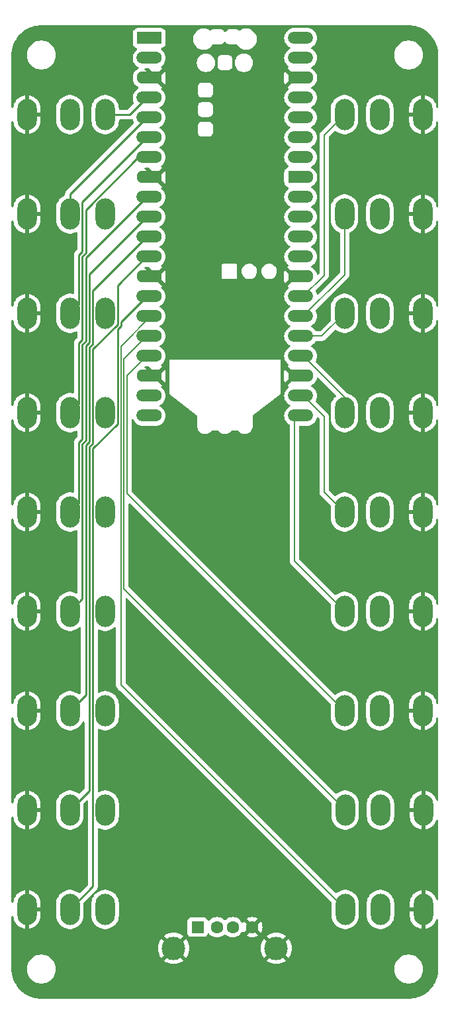
<source format=gbr>
%TF.GenerationSoftware,KiCad,Pcbnew,8.0.0*%
%TF.CreationDate,2024-03-21T17:59:56-04:00*%
%TF.ProjectId,adaptive-2040,61646170-7469-4766-952d-323034302e6b,1*%
%TF.SameCoordinates,Original*%
%TF.FileFunction,Copper,L1,Top*%
%TF.FilePolarity,Positive*%
%FSLAX46Y46*%
G04 Gerber Fmt 4.6, Leading zero omitted, Abs format (unit mm)*
G04 Created by KiCad (PCBNEW 8.0.0) date 2024-03-21 17:59:56*
%MOMM*%
%LPD*%
G01*
G04 APERTURE LIST*
G04 Aperture macros list*
%AMRoundRect*
0 Rectangle with rounded corners*
0 $1 Rounding radius*
0 $2 $3 $4 $5 $6 $7 $8 $9 X,Y pos of 4 corners*
0 Add a 4 corners polygon primitive as box body*
4,1,4,$2,$3,$4,$5,$6,$7,$8,$9,$2,$3,0*
0 Add four circle primitives for the rounded corners*
1,1,$1+$1,$2,$3*
1,1,$1+$1,$4,$5*
1,1,$1+$1,$6,$7*
1,1,$1+$1,$8,$9*
0 Add four rect primitives between the rounded corners*
20,1,$1+$1,$2,$3,$4,$5,0*
20,1,$1+$1,$4,$5,$6,$7,0*
20,1,$1+$1,$6,$7,$8,$9,0*
20,1,$1+$1,$8,$9,$2,$3,0*%
%AMFreePoly0*
4,1,28,0.178017,0.779942,0.347107,0.720775,0.498792,0.625465,0.625465,0.498792,0.720775,0.347107,0.779942,0.178017,0.800000,0.000000,0.779942,-0.178017,0.720775,-0.347107,0.625465,-0.498792,0.498792,-0.625465,0.347107,-0.720775,0.178017,-0.779942,0.000000,-0.800000,-2.200000,-0.800000,-2.205014,-0.794986,-2.244504,-0.794986,-2.324698,-0.756366,-2.380194,-0.686777,-2.400000,-0.600000,
-2.400000,0.600000,-2.380194,0.686777,-2.324698,0.756366,-2.244504,0.794986,-2.205014,0.794986,-2.200000,0.800000,0.000000,0.800000,0.178017,0.779942,0.178017,0.779942,$1*%
%AMFreePoly1*
4,1,28,0.605014,0.794986,0.644504,0.794986,0.724698,0.756366,0.780194,0.686777,0.800000,0.600000,0.800000,-0.600000,0.780194,-0.686777,0.724698,-0.756366,0.644504,-0.794986,0.605014,-0.794986,0.600000,-0.800000,0.000000,-0.800000,-0.178017,-0.779942,-0.347107,-0.720775,-0.498792,-0.625465,-0.625465,-0.498792,-0.720775,-0.347107,-0.779942,-0.178017,-0.800000,0.000000,-0.779942,0.178017,
-0.720775,0.347107,-0.625465,0.498792,-0.498792,0.625465,-0.347107,0.720775,-0.178017,0.779942,0.000000,0.800000,0.600000,0.800000,0.605014,0.794986,0.605014,0.794986,$1*%
%AMFreePoly2*
4,1,29,0.605014,0.794986,0.644504,0.794986,0.724698,0.756366,0.780194,0.686777,0.800000,0.600000,0.800000,-0.600000,0.780194,-0.686777,0.724698,-0.756366,0.644504,-0.794986,0.605014,-0.794986,0.600000,-0.800000,0.000000,-0.800000,-1.600000,-0.800000,-1.778017,-0.779942,-1.947107,-0.720775,-2.098792,-0.625465,-2.225465,-0.498792,-2.320775,-0.347107,-2.379942,-0.178017,-2.400000,0.000000,
-2.379942,0.178017,-2.320775,0.347107,-2.225465,0.498792,-2.098792,0.625465,-1.947107,0.720775,-1.778017,0.779942,-1.600000,0.800000,0.600000,0.800000,0.605014,0.794986,0.605014,0.794986,$1*%
%AMFreePoly3*
4,1,28,0.178017,0.779942,0.347107,0.720775,0.498792,0.625465,0.625465,0.498792,0.720775,0.347107,0.779942,0.178017,0.800000,0.000000,0.779942,-0.178017,0.720775,-0.347107,0.625465,-0.498792,0.498792,-0.625465,0.347107,-0.720775,0.178017,-0.779942,0.000000,-0.800000,-0.600000,-0.800000,-0.605014,-0.794986,-0.644504,-0.794986,-0.724698,-0.756366,-0.780194,-0.686777,-0.800000,-0.600000,
-0.800000,0.600000,-0.780194,0.686777,-0.724698,0.756366,-0.644504,0.794986,-0.605014,0.794986,-0.600000,0.800000,0.000000,0.800000,0.178017,0.779942,0.178017,0.779942,$1*%
%AMFreePoly4*
4,1,29,1.778017,0.779942,1.947107,0.720775,2.098792,0.625465,2.225465,0.498792,2.320775,0.347107,2.379942,0.178017,2.400000,0.000000,2.379942,-0.178017,2.320775,-0.347107,2.225465,-0.498792,2.098792,-0.625465,1.947107,-0.720775,1.778017,-0.779942,1.600000,-0.800000,0.000000,-0.800000,-0.600000,-0.800000,-0.605014,-0.794986,-0.644504,-0.794986,-0.724698,-0.756366,-0.780194,-0.686777,
-0.800000,-0.600000,-0.800000,0.600000,-0.780194,0.686777,-0.724698,0.756366,-0.644504,0.794986,-0.605014,0.794986,-0.600000,0.800000,1.600000,0.800000,1.778017,0.779942,1.778017,0.779942,$1*%
G04 Aperture macros list end*
%TA.AperFunction,ComponentPad*%
%ADD10O,2.500000X4.000000*%
%TD*%
%TA.AperFunction,ComponentPad*%
%ADD11R,1.600000X1.500000*%
%TD*%
%TA.AperFunction,ComponentPad*%
%ADD12C,1.600000*%
%TD*%
%TA.AperFunction,ComponentPad*%
%ADD13C,3.000000*%
%TD*%
%TA.AperFunction,ComponentPad*%
%ADD14RoundRect,0.200000X-0.600000X-0.600000X0.600000X-0.600000X0.600000X0.600000X-0.600000X0.600000X0*%
%TD*%
%TA.AperFunction,SMDPad,CuDef*%
%ADD15FreePoly0,0.000000*%
%TD*%
%TA.AperFunction,SMDPad,CuDef*%
%ADD16RoundRect,0.800000X-0.800000X0.000000X0.800000X0.000000X0.800000X0.000000X-0.800000X0.000000X0*%
%TD*%
%TA.AperFunction,ComponentPad*%
%ADD17FreePoly1,0.000000*%
%TD*%
%TA.AperFunction,SMDPad,CuDef*%
%ADD18FreePoly2,0.000000*%
%TD*%
%TA.AperFunction,ComponentPad*%
%ADD19FreePoly3,0.000000*%
%TD*%
%TA.AperFunction,SMDPad,CuDef*%
%ADD20FreePoly4,0.000000*%
%TD*%
%TA.AperFunction,Conductor*%
%ADD21C,0.250000*%
%TD*%
%TA.AperFunction,Conductor*%
%ADD22C,0.200000*%
%TD*%
G04 APERTURE END LIST*
D10*
%TO.P,J10,S*%
%TO.N,GND*%
X78820000Y-200660000D03*
%TO.P,J10,T*%
%TO.N,B3*%
X84320000Y-200660000D03*
%TO.P,J10,TN*%
X88820000Y-200660000D03*
%TD*%
D11*
%TO.P,J1,1,VBUS*%
%TO.N,VBUS*%
X100640000Y-202920000D03*
D12*
%TO.P,J1,2,D-*%
%TO.N,DM*%
X103140000Y-202920000D03*
%TO.P,J1,3,D+*%
%TO.N,DP*%
X105140000Y-202920000D03*
%TO.P,J1,4,GND*%
%TO.N,GND*%
X107640000Y-202920000D03*
D13*
%TO.P,J1,5,Shield*%
X97570000Y-205630000D03*
X110710000Y-205630000D03*
%TD*%
D10*
%TO.P,J2,S*%
%TO.N,GND*%
X78820000Y-99060000D03*
%TO.P,J2,T*%
%TO.N,UP*%
X84320000Y-99060000D03*
%TO.P,J2,TN*%
X88820000Y-99060000D03*
%TD*%
%TO.P,J14,S*%
%TO.N,GND*%
X129460000Y-162560000D03*
%TO.P,J14,T*%
%TO.N,S1*%
X123960000Y-162560000D03*
%TO.P,J14,TN*%
X119460000Y-162560000D03*
%TD*%
%TO.P,J15,S*%
%TO.N,GND*%
X129460000Y-149860000D03*
%TO.P,J15,T*%
%TO.N,S2*%
X123960000Y-149860000D03*
%TO.P,J15,TN*%
X119460000Y-149860000D03*
%TD*%
%TO.P,J19,S*%
%TO.N,GND*%
X129460000Y-99060000D03*
%TO.P,J19,T*%
%TO.N,A2*%
X123960000Y-99060000D03*
%TO.P,J19,TN*%
X119460000Y-99060000D03*
%TD*%
%TO.P,J3,S*%
%TO.N,GND*%
X78820000Y-111760000D03*
%TO.P,J3,T*%
%TO.N,DOWN*%
X84320000Y-111760000D03*
%TO.P,J3,TN*%
X88820000Y-111760000D03*
%TD*%
%TO.P,J12,S*%
%TO.N,GND*%
X129540000Y-187960000D03*
%TO.P,J12,T*%
%TO.N,R1*%
X124040000Y-187960000D03*
%TO.P,J12,TN*%
X119540000Y-187960000D03*
%TD*%
%TO.P,J5,S*%
%TO.N,GND*%
X78820000Y-137160000D03*
%TO.P,J5,T*%
%TO.N,RIGHT*%
X84320000Y-137160000D03*
%TO.P,J5,TN*%
X88820000Y-137160000D03*
%TD*%
%TO.P,J17,S*%
%TO.N,GND*%
X129460000Y-124460000D03*
%TO.P,J17,T*%
%TO.N,R3*%
X123960000Y-124460000D03*
%TO.P,J17,TN*%
X119460000Y-124460000D03*
%TD*%
%TO.P,J4,S*%
%TO.N,GND*%
X78820000Y-124460000D03*
%TO.P,J4,T*%
%TO.N,LEFT*%
X84320000Y-124460000D03*
%TO.P,J4,TN*%
X88820000Y-124460000D03*
%TD*%
%TO.P,J9,S*%
%TO.N,GND*%
X78820000Y-187960000D03*
%TO.P,J9,T*%
%TO.N,L2*%
X84320000Y-187960000D03*
%TO.P,J9,TN*%
X88820000Y-187960000D03*
%TD*%
%TO.P,J7,S*%
%TO.N,GND*%
X78820000Y-162560000D03*
%TO.P,J7,T*%
%TO.N,B2*%
X84320000Y-162560000D03*
%TO.P,J7,TN*%
X88820000Y-162560000D03*
%TD*%
%TO.P,J16,S*%
%TO.N,GND*%
X129460000Y-137160000D03*
%TO.P,J16,T*%
%TO.N,L3*%
X123960000Y-137160000D03*
%TO.P,J16,TN*%
X119460000Y-137160000D03*
%TD*%
%TO.P,J6,S*%
%TO.N,GND*%
X78820000Y-149860000D03*
%TO.P,J6,T*%
%TO.N,B1*%
X84320000Y-149860000D03*
%TO.P,J6,TN*%
X88820000Y-149860000D03*
%TD*%
D14*
%TO.P,U1,1,GPIO0*%
%TO.N,DP*%
X95250000Y-89277500D03*
D15*
X95250000Y-89277500D03*
D12*
%TO.P,U1,2,GPIO1*%
%TO.N,DM*%
X95250000Y-91817500D03*
D16*
X94450000Y-91817500D03*
D17*
%TO.P,U1,3,GND*%
%TO.N,GND*%
X95250000Y-94357500D03*
D18*
X95250000Y-94357500D03*
D12*
%TO.P,U1,4,GPIO2*%
%TO.N,UP*%
X95250000Y-96897500D03*
D16*
X94450000Y-96897500D03*
D12*
%TO.P,U1,5,GPIO3*%
%TO.N,DOWN*%
X95250000Y-99437500D03*
D16*
X94450000Y-99437500D03*
D12*
%TO.P,U1,6,GPIO4*%
%TO.N,LEFT*%
X95250000Y-101977500D03*
D16*
X94450000Y-101977500D03*
D12*
%TO.P,U1,7,GPIO5*%
%TO.N,RIGHT*%
X95250000Y-104517500D03*
D16*
X94450000Y-104517500D03*
D17*
%TO.P,U1,8,GND*%
%TO.N,GND*%
X95250000Y-107057500D03*
D18*
X95250000Y-107057500D03*
D12*
%TO.P,U1,9,GPIO6*%
%TO.N,B1*%
X95250000Y-109597500D03*
D16*
X94450000Y-109597500D03*
D12*
%TO.P,U1,10,GPIO7*%
%TO.N,B2*%
X95250000Y-112137500D03*
D16*
X94450000Y-112137500D03*
D12*
%TO.P,U1,11,GPIO8*%
%TO.N,R2*%
X95250000Y-114677500D03*
D16*
X94450000Y-114677500D03*
D12*
%TO.P,U1,12,GPIO9*%
%TO.N,L2*%
X95250000Y-117217500D03*
D16*
X94450000Y-117217500D03*
D17*
%TO.P,U1,13,GND*%
%TO.N,GND*%
X95250000Y-119757500D03*
D18*
X95250000Y-119757500D03*
D12*
%TO.P,U1,14,GPIO10*%
%TO.N,B3*%
X95250000Y-122297500D03*
D16*
X94450000Y-122297500D03*
D12*
%TO.P,U1,15,GPIO11*%
%TO.N,B4*%
X95250000Y-124837500D03*
D16*
X94450000Y-124837500D03*
D12*
%TO.P,U1,16,GPIO12*%
%TO.N,R1*%
X95250000Y-127377500D03*
D16*
X94450000Y-127377500D03*
D12*
%TO.P,U1,17,GPIO13*%
%TO.N,L1*%
X95250000Y-129917500D03*
D16*
X94450000Y-129917500D03*
D17*
%TO.P,U1,18,GND*%
%TO.N,GND*%
X95250000Y-132457500D03*
D18*
X95250000Y-132457500D03*
D12*
%TO.P,U1,19,GPIO14*%
%TO.N,unconnected-(U1-GPIO14-Pad19)*%
X95250000Y-134997500D03*
D16*
X94450000Y-134997500D03*
D12*
%TO.P,U1,20,GPIO15*%
%TO.N,unconnected-(U1-GPIO15-Pad20)*%
X95250000Y-137537500D03*
D16*
X94450000Y-137537500D03*
D12*
%TO.P,U1,21,GPIO16*%
%TO.N,S1*%
X113030000Y-137537500D03*
D16*
X113830000Y-137537500D03*
D12*
%TO.P,U1,22,GPIO17*%
%TO.N,S2*%
X113030000Y-134997500D03*
D16*
X113830000Y-134997500D03*
D19*
%TO.P,U1,23,GND*%
%TO.N,GND*%
X113030000Y-132457500D03*
D20*
X113030000Y-132457500D03*
D12*
%TO.P,U1,24,GPIO18*%
%TO.N,L3*%
X113030000Y-129917500D03*
D16*
X113830000Y-129917500D03*
D12*
%TO.P,U1,25,GPIO19*%
%TO.N,R3*%
X113030000Y-127377500D03*
D16*
X113830000Y-127377500D03*
D12*
%TO.P,U1,26,GPIO20*%
%TO.N,A1*%
X113030000Y-124837500D03*
D16*
X113830000Y-124837500D03*
D12*
%TO.P,U1,27,GPIO21*%
%TO.N,A2*%
X113030000Y-122297500D03*
D16*
X113830000Y-122297500D03*
D19*
%TO.P,U1,28,GND*%
%TO.N,GND*%
X113030000Y-119757500D03*
D20*
X113030000Y-119757500D03*
D12*
%TO.P,U1,29,GPIO22*%
%TO.N,unconnected-(U1-GPIO22-Pad29)*%
X113030000Y-117217500D03*
D16*
X113830000Y-117217500D03*
D12*
%TO.P,U1,30,RUN*%
%TO.N,unconnected-(U1-RUN-Pad30)*%
X113030000Y-114677500D03*
D16*
X113830000Y-114677500D03*
D12*
%TO.P,U1,31,GPIO26_ADC0*%
%TO.N,unconnected-(U1-GPIO26_ADC0-Pad31)*%
X113030000Y-112137500D03*
D16*
X113830000Y-112137500D03*
D12*
%TO.P,U1,32,GPIO27_ADC1*%
%TO.N,unconnected-(U1-GPIO27_ADC1-Pad32)*%
X113030000Y-109597500D03*
D16*
X113830000Y-109597500D03*
D19*
%TO.P,U1,33,AGND*%
%TO.N,unconnected-(U1-AGND-Pad33)*%
X113030000Y-107057500D03*
D20*
X113030000Y-107057500D03*
D12*
%TO.P,U1,34,GPIO28_ADC2*%
%TO.N,unconnected-(U1-GPIO28_ADC2-Pad34)*%
X113030000Y-104517500D03*
D16*
X113830000Y-104517500D03*
D12*
%TO.P,U1,35,ADC_VREF*%
%TO.N,unconnected-(U1-ADC_VREF-Pad35)*%
X113030000Y-101977500D03*
D16*
X113830000Y-101977500D03*
D12*
%TO.P,U1,36,3V3*%
%TO.N,unconnected-(U1-3V3-Pad36)*%
X113030000Y-99437500D03*
D16*
X113830000Y-99437500D03*
D12*
%TO.P,U1,37,3V3_EN*%
%TO.N,unconnected-(U1-3V3_EN-Pad37)*%
X113030000Y-96897500D03*
D16*
X113830000Y-96897500D03*
D19*
%TO.P,U1,38,GND*%
%TO.N,GND*%
X113030000Y-94357500D03*
D20*
X113030000Y-94357500D03*
D12*
%TO.P,U1,39,VSYS*%
%TO.N,unconnected-(U1-VSYS-Pad39)*%
X113030000Y-91817500D03*
D16*
X113830000Y-91817500D03*
D12*
%TO.P,U1,40,VBUS*%
%TO.N,VBUS*%
X113030000Y-89277500D03*
D16*
X113830000Y-89277500D03*
%TD*%
D10*
%TO.P,J8,S*%
%TO.N,GND*%
X78820000Y-175260000D03*
%TO.P,J8,T*%
%TO.N,R2*%
X84320000Y-175260000D03*
%TO.P,J8,TN*%
X88820000Y-175260000D03*
%TD*%
%TO.P,J11,S*%
%TO.N,GND*%
X129540000Y-200660000D03*
%TO.P,J11,T*%
%TO.N,B4*%
X124040000Y-200660000D03*
%TO.P,J11,TN*%
X119540000Y-200660000D03*
%TD*%
%TO.P,J13,S*%
%TO.N,GND*%
X129460000Y-175260000D03*
%TO.P,J13,T*%
%TO.N,L1*%
X123960000Y-175260000D03*
%TO.P,J13,TN*%
X119460000Y-175260000D03*
%TD*%
%TO.P,J18,S*%
%TO.N,GND*%
X129460000Y-111760000D03*
%TO.P,J18,T*%
%TO.N,A1*%
X123960000Y-111760000D03*
%TO.P,J18,TN*%
X119460000Y-111760000D03*
%TD*%
D21*
%TO.N,UP*%
X94118630Y-96897500D02*
X91956130Y-99060000D01*
X91956130Y-99060000D02*
X88820000Y-99060000D01*
X95250000Y-96897500D02*
X94118630Y-96897500D01*
%TO.N,DOWN*%
X95250000Y-99437500D02*
X94118630Y-99437500D01*
X94118630Y-99437500D02*
X84320000Y-109236130D01*
X84320000Y-109236130D02*
X84320000Y-111760000D01*
%TO.N,LEFT*%
X85445000Y-116998338D02*
X85445000Y-123335000D01*
X94118630Y-101977500D02*
X85895000Y-110201130D01*
X95250000Y-101977500D02*
X94118630Y-101977500D01*
X85895000Y-110201130D02*
X85895000Y-116548338D01*
X85895000Y-116548338D02*
X85445000Y-116998338D01*
X85445000Y-123335000D02*
X84320000Y-124460000D01*
%TO.N,RIGHT*%
X86360000Y-116719734D02*
X86360000Y-111242614D01*
X85445000Y-128266802D02*
X85895000Y-127816802D01*
X85895000Y-127816802D02*
X85895000Y-117184734D01*
X85895000Y-117184734D02*
X86360000Y-116719734D01*
X86360000Y-111242614D02*
X93085114Y-104517500D01*
X93085114Y-104517500D02*
X95250000Y-104517500D01*
X84320000Y-137160000D02*
X85445000Y-136035000D01*
X85445000Y-136035000D02*
X85445000Y-128266802D01*
%TO.N,B1*%
X85895000Y-128453198D02*
X85895000Y-140516802D01*
X85445000Y-140966802D02*
X85445000Y-148735000D01*
X95250000Y-109597500D02*
X94118630Y-109597500D01*
X94118630Y-109597500D02*
X86345000Y-117371130D01*
X86345000Y-128003198D02*
X85895000Y-128453198D01*
X86345000Y-117371130D02*
X86345000Y-128003198D01*
X85445000Y-148735000D02*
X84320000Y-149860000D01*
X85895000Y-140516802D02*
X85445000Y-140966802D01*
%TO.N,B2*%
X87888065Y-118368065D02*
X86795000Y-119461130D01*
X86795000Y-119461130D02*
X87380065Y-118876065D01*
X87888065Y-118368065D02*
X94118630Y-112137500D01*
X85895000Y-141153198D02*
X85895000Y-160985000D01*
X85895000Y-160985000D02*
X84320000Y-162560000D01*
X86990935Y-119257065D02*
X86810000Y-119438000D01*
X87126065Y-119130065D02*
X87380065Y-118876065D01*
X86795000Y-128189594D02*
X86345000Y-128639594D01*
X94118630Y-112137500D02*
X95250000Y-112137500D01*
X86999065Y-119257065D02*
X86990935Y-119257065D01*
X87380065Y-118876065D02*
X87888065Y-118368065D01*
X87126065Y-119130065D02*
X86810000Y-119446130D01*
X86795000Y-119461130D02*
X86795000Y-128189594D01*
X86345000Y-128639594D02*
X86345000Y-140703198D01*
X86345000Y-140703198D02*
X85895000Y-141153198D01*
X87126065Y-119130065D02*
X86999065Y-119257065D01*
%TO.N,R2*%
X86345000Y-141339594D02*
X86795000Y-140889594D01*
X86795000Y-128825990D02*
X87245000Y-128375990D01*
X94118630Y-114677500D02*
X95250000Y-114677500D01*
X84320000Y-175260000D02*
X86345000Y-173235000D01*
X86345000Y-173235000D02*
X86345000Y-141339594D01*
X87245000Y-121551130D02*
X94118630Y-114677500D01*
X86795000Y-140889594D02*
X86795000Y-128825990D01*
X87245000Y-128375990D02*
X87245000Y-121551130D01*
%TO.N,L2*%
X95250000Y-117217500D02*
X94110500Y-117217500D01*
X94110500Y-117217500D02*
X90395000Y-120933000D01*
X90395000Y-120933000D02*
X90395000Y-125862386D01*
X87245000Y-129012386D02*
X87245000Y-141075990D01*
X86795000Y-185485000D02*
X84320000Y-187960000D01*
X90395000Y-125862386D02*
X87245000Y-129012386D01*
X87245000Y-141075990D02*
X86795000Y-141525990D01*
X86795000Y-141525990D02*
X86795000Y-185485000D01*
%TO.N,B3*%
X94118630Y-122297500D02*
X90845000Y-125571130D01*
X95250000Y-122297500D02*
X94118630Y-122297500D01*
X87245000Y-141712386D02*
X87245000Y-197735000D01*
X90845000Y-126048782D02*
X90395000Y-126498782D01*
X90395000Y-138562386D02*
X87245000Y-141712386D01*
X90395000Y-126498782D02*
X90395000Y-138562386D01*
X87245000Y-197735000D02*
X84320000Y-200660000D01*
X90845000Y-125571130D02*
X90845000Y-126048782D01*
D22*
%TO.N,B4*%
X94634364Y-124837500D02*
X90820000Y-128651864D01*
X95250000Y-124837500D02*
X94634364Y-124837500D01*
X90820000Y-171940000D02*
X119540000Y-200660000D01*
X90820000Y-128651864D02*
X90820000Y-171940000D01*
%TO.N,R1*%
X94118630Y-127377500D02*
X91220000Y-130276130D01*
X91220000Y-159640000D02*
X119540000Y-187960000D01*
X95250000Y-127377500D02*
X94118630Y-127377500D01*
X91220000Y-130276130D02*
X91220000Y-159640000D01*
%TO.N,L1*%
X95250000Y-129917500D02*
X94118630Y-129917500D01*
X94118630Y-129917500D02*
X91620000Y-132416130D01*
X91620000Y-132416130D02*
X91620000Y-147500000D01*
X119380000Y-175260000D02*
X119460000Y-175260000D01*
X91620000Y-147500000D02*
X119380000Y-175260000D01*
%TO.N,S1*%
X113030000Y-137537500D02*
X113030000Y-156130000D01*
X113030000Y-156130000D02*
X119460000Y-162560000D01*
%TO.N,S2*%
X116840000Y-137676130D02*
X116840000Y-147320000D01*
X113030000Y-134997500D02*
X114161370Y-134997500D01*
X114161370Y-134997500D02*
X116840000Y-137676130D01*
X116840000Y-147320000D02*
X119380000Y-149860000D01*
X119380000Y-149860000D02*
X119460000Y-149860000D01*
%TO.N,L3*%
X113030000Y-129917500D02*
X114161370Y-129917500D01*
X114161370Y-129917500D02*
X119460000Y-135216130D01*
X119460000Y-135216130D02*
X119460000Y-137160000D01*
%TO.N,R3*%
X113030000Y-127377500D02*
X116542500Y-127377500D01*
X116542500Y-127377500D02*
X119460000Y-124460000D01*
%TO.N,A1*%
X114161370Y-124837500D02*
X119460000Y-119538870D01*
X113030000Y-124837500D02*
X114161370Y-124837500D01*
X119460000Y-119538870D02*
X119460000Y-111760000D01*
%TO.N,A2*%
X114161370Y-122297500D02*
X116840000Y-119618870D01*
X116840000Y-101680000D02*
X119460000Y-99060000D01*
X113030000Y-122297500D02*
X114161370Y-122297500D01*
X116840000Y-119618870D02*
X116840000Y-101680000D01*
%TD*%
%TA.AperFunction,Conductor*%
%TO.N,GND*%
G36*
X94379731Y-131237685D02*
G01*
X94400373Y-131254319D01*
X94972666Y-131826613D01*
X95120590Y-131974537D01*
X95057007Y-131991575D01*
X94942993Y-132057401D01*
X94849901Y-132150493D01*
X94784075Y-132264507D01*
X94767037Y-132328090D01*
X93868628Y-131429681D01*
X93835143Y-131368358D01*
X93840127Y-131298666D01*
X93881999Y-131242733D01*
X93947463Y-131218316D01*
X93956309Y-131218000D01*
X94312692Y-131218000D01*
X94379731Y-131237685D01*
G37*
%TD.AperFunction*%
%TA.AperFunction,Conductor*%
G36*
X94379731Y-118537685D02*
G01*
X94400373Y-118554319D01*
X94939700Y-119093647D01*
X95120590Y-119274537D01*
X95057007Y-119291575D01*
X94942993Y-119357401D01*
X94849901Y-119450493D01*
X94784075Y-119564507D01*
X94767037Y-119628090D01*
X93868628Y-118729681D01*
X93835143Y-118668358D01*
X93840127Y-118598666D01*
X93881999Y-118542733D01*
X93947463Y-118518316D01*
X93956309Y-118518000D01*
X94312692Y-118518000D01*
X94379731Y-118537685D01*
G37*
%TD.AperFunction*%
%TA.AperFunction,Conductor*%
G36*
X94379731Y-105837685D02*
G01*
X94400373Y-105854319D01*
X94972636Y-106426583D01*
X95120590Y-106574537D01*
X95057007Y-106591575D01*
X94942993Y-106657401D01*
X94849901Y-106750493D01*
X94784075Y-106864507D01*
X94767037Y-106928090D01*
X93868628Y-106029681D01*
X93835143Y-105968358D01*
X93840127Y-105898666D01*
X93881999Y-105842733D01*
X93947463Y-105818316D01*
X93956309Y-105818000D01*
X94312692Y-105818000D01*
X94379731Y-105837685D01*
G37*
%TD.AperFunction*%
%TA.AperFunction,Conductor*%
G36*
X94379731Y-93137685D02*
G01*
X94400373Y-93154319D01*
X94972666Y-93726613D01*
X95120590Y-93874537D01*
X95057007Y-93891575D01*
X94942993Y-93957401D01*
X94849901Y-94050493D01*
X94784075Y-94164507D01*
X94767037Y-94228090D01*
X93868628Y-93329681D01*
X93835143Y-93268358D01*
X93840127Y-93198666D01*
X93881999Y-93142733D01*
X93947463Y-93118316D01*
X93956309Y-93118000D01*
X94312692Y-93118000D01*
X94379731Y-93137685D01*
G37*
%TD.AperFunction*%
%TA.AperFunction,Conductor*%
G36*
X127635840Y-87630010D02*
G01*
X127828856Y-87632536D01*
X127840172Y-87633203D01*
X128224967Y-87673646D01*
X128237783Y-87675676D01*
X128615419Y-87755945D01*
X128627954Y-87759304D01*
X128995136Y-87878609D01*
X129007253Y-87883260D01*
X129359964Y-88040297D01*
X129371514Y-88046182D01*
X129705872Y-88239223D01*
X129716749Y-88246286D01*
X129803551Y-88309352D01*
X130029101Y-88473224D01*
X130039187Y-88481392D01*
X130326096Y-88739725D01*
X130335274Y-88748903D01*
X130593607Y-89035812D01*
X130601775Y-89045898D01*
X130828710Y-89358246D01*
X130835779Y-89369132D01*
X131028813Y-89703478D01*
X131034706Y-89715043D01*
X131191739Y-90067746D01*
X131196390Y-90079863D01*
X131315695Y-90447045D01*
X131319054Y-90459582D01*
X131399322Y-90837214D01*
X131401353Y-90850034D01*
X131441795Y-91234815D01*
X131442463Y-91246153D01*
X131444989Y-91439158D01*
X131445000Y-91440781D01*
X131445000Y-98088427D01*
X131425315Y-98155466D01*
X131372511Y-98201221D01*
X131303353Y-98211165D01*
X131239797Y-98182140D01*
X131202023Y-98123362D01*
X131198061Y-98104612D01*
X131180057Y-97967862D01*
X131120681Y-97746269D01*
X131032897Y-97534340D01*
X131032893Y-97534331D01*
X130918190Y-97335661D01*
X130778544Y-97153670D01*
X130778538Y-97153663D01*
X130616336Y-96991461D01*
X130616329Y-96991455D01*
X130434338Y-96851809D01*
X130235668Y-96737106D01*
X130235659Y-96737102D01*
X130023730Y-96649318D01*
X129802137Y-96589942D01*
X129710000Y-96577811D01*
X129710000Y-97876988D01*
X129652993Y-97844075D01*
X129525826Y-97810000D01*
X129394174Y-97810000D01*
X129267007Y-97844075D01*
X129210000Y-97876988D01*
X129210000Y-96577811D01*
X129209999Y-96577811D01*
X129117862Y-96589942D01*
X128896269Y-96649318D01*
X128684340Y-96737102D01*
X128684331Y-96737106D01*
X128485661Y-96851809D01*
X128303670Y-96991455D01*
X128303663Y-96991461D01*
X128141461Y-97153663D01*
X128141455Y-97153670D01*
X128001809Y-97335661D01*
X127887106Y-97534331D01*
X127887102Y-97534340D01*
X127799318Y-97746269D01*
X127739942Y-97967862D01*
X127710001Y-98195289D01*
X127710000Y-98195305D01*
X127710000Y-98810000D01*
X128960000Y-98810000D01*
X128960000Y-99310000D01*
X127710000Y-99310000D01*
X127710000Y-99924694D01*
X127710001Y-99924710D01*
X127739942Y-100152137D01*
X127799318Y-100373730D01*
X127887102Y-100585659D01*
X127887106Y-100585668D01*
X128001809Y-100784338D01*
X128141455Y-100966329D01*
X128141461Y-100966336D01*
X128303663Y-101128538D01*
X128303670Y-101128544D01*
X128485661Y-101268190D01*
X128684331Y-101382893D01*
X128684340Y-101382897D01*
X128896269Y-101470681D01*
X129117859Y-101530056D01*
X129117864Y-101530057D01*
X129209999Y-101542186D01*
X129210000Y-101542186D01*
X129210000Y-100243012D01*
X129267007Y-100275925D01*
X129394174Y-100310000D01*
X129525826Y-100310000D01*
X129652993Y-100275925D01*
X129710000Y-100243012D01*
X129710000Y-101542186D01*
X129802135Y-101530057D01*
X129802140Y-101530056D01*
X130023730Y-101470681D01*
X130235659Y-101382897D01*
X130235668Y-101382893D01*
X130434338Y-101268190D01*
X130616329Y-101128544D01*
X130616336Y-101128538D01*
X130778538Y-100966336D01*
X130778544Y-100966329D01*
X130918190Y-100784338D01*
X131032893Y-100585668D01*
X131032897Y-100585659D01*
X131120681Y-100373730D01*
X131180057Y-100152137D01*
X131198061Y-100015387D01*
X131226327Y-99951490D01*
X131284652Y-99913019D01*
X131354517Y-99912188D01*
X131413740Y-99949260D01*
X131443519Y-100012466D01*
X131445000Y-100031572D01*
X131445000Y-110788427D01*
X131425315Y-110855466D01*
X131372511Y-110901221D01*
X131303353Y-110911165D01*
X131239797Y-110882140D01*
X131202023Y-110823362D01*
X131198061Y-110804612D01*
X131180057Y-110667862D01*
X131120681Y-110446269D01*
X131032897Y-110234340D01*
X131032893Y-110234331D01*
X130918190Y-110035661D01*
X130778544Y-109853670D01*
X130778538Y-109853663D01*
X130616336Y-109691461D01*
X130616329Y-109691455D01*
X130434338Y-109551809D01*
X130235668Y-109437106D01*
X130235659Y-109437102D01*
X130023730Y-109349318D01*
X129802137Y-109289942D01*
X129710000Y-109277811D01*
X129710000Y-110576988D01*
X129652993Y-110544075D01*
X129525826Y-110510000D01*
X129394174Y-110510000D01*
X129267007Y-110544075D01*
X129210000Y-110576988D01*
X129210000Y-109277811D01*
X129209999Y-109277811D01*
X129117862Y-109289942D01*
X128896269Y-109349318D01*
X128684340Y-109437102D01*
X128684331Y-109437106D01*
X128485661Y-109551809D01*
X128303670Y-109691455D01*
X128303663Y-109691461D01*
X128141461Y-109853663D01*
X128141455Y-109853670D01*
X128001809Y-110035661D01*
X127887106Y-110234331D01*
X127887102Y-110234340D01*
X127799318Y-110446269D01*
X127739942Y-110667862D01*
X127710001Y-110895289D01*
X127710000Y-110895305D01*
X127710000Y-111510000D01*
X128960000Y-111510000D01*
X128960000Y-112010000D01*
X127710000Y-112010000D01*
X127710000Y-112624694D01*
X127710001Y-112624710D01*
X127739942Y-112852137D01*
X127799318Y-113073730D01*
X127887102Y-113285659D01*
X127887106Y-113285668D01*
X128001809Y-113484338D01*
X128141455Y-113666329D01*
X128141461Y-113666336D01*
X128303663Y-113828538D01*
X128303670Y-113828544D01*
X128485661Y-113968190D01*
X128684331Y-114082893D01*
X128684340Y-114082897D01*
X128896269Y-114170681D01*
X129117859Y-114230056D01*
X129117864Y-114230057D01*
X129209999Y-114242186D01*
X129210000Y-114242186D01*
X129210000Y-112943012D01*
X129267007Y-112975925D01*
X129394174Y-113010000D01*
X129525826Y-113010000D01*
X129652993Y-112975925D01*
X129710000Y-112943012D01*
X129710000Y-114242186D01*
X129802135Y-114230057D01*
X129802140Y-114230056D01*
X130023730Y-114170681D01*
X130235659Y-114082897D01*
X130235668Y-114082893D01*
X130434338Y-113968190D01*
X130616329Y-113828544D01*
X130616336Y-113828538D01*
X130778538Y-113666336D01*
X130778544Y-113666329D01*
X130918190Y-113484338D01*
X131032893Y-113285668D01*
X131032897Y-113285659D01*
X131120681Y-113073730D01*
X131180057Y-112852137D01*
X131198061Y-112715387D01*
X131226327Y-112651490D01*
X131284652Y-112613019D01*
X131354517Y-112612188D01*
X131413740Y-112649260D01*
X131443519Y-112712466D01*
X131445000Y-112731572D01*
X131445000Y-123488427D01*
X131425315Y-123555466D01*
X131372511Y-123601221D01*
X131303353Y-123611165D01*
X131239797Y-123582140D01*
X131202023Y-123523362D01*
X131198061Y-123504612D01*
X131180057Y-123367862D01*
X131120681Y-123146269D01*
X131032897Y-122934340D01*
X131032893Y-122934331D01*
X130918190Y-122735661D01*
X130778544Y-122553670D01*
X130778538Y-122553663D01*
X130616336Y-122391461D01*
X130616329Y-122391455D01*
X130434338Y-122251809D01*
X130235668Y-122137106D01*
X130235659Y-122137102D01*
X130023730Y-122049318D01*
X129802137Y-121989942D01*
X129710000Y-121977811D01*
X129710000Y-123276988D01*
X129652993Y-123244075D01*
X129525826Y-123210000D01*
X129394174Y-123210000D01*
X129267007Y-123244075D01*
X129210000Y-123276988D01*
X129210000Y-121977811D01*
X129209999Y-121977811D01*
X129117862Y-121989942D01*
X128896269Y-122049318D01*
X128684340Y-122137102D01*
X128684331Y-122137106D01*
X128485661Y-122251809D01*
X128303670Y-122391455D01*
X128303663Y-122391461D01*
X128141461Y-122553663D01*
X128141455Y-122553670D01*
X128001809Y-122735661D01*
X127887106Y-122934331D01*
X127887102Y-122934340D01*
X127799318Y-123146269D01*
X127739942Y-123367862D01*
X127710001Y-123595289D01*
X127710000Y-123595305D01*
X127710000Y-124210000D01*
X128960000Y-124210000D01*
X128960000Y-124710000D01*
X127710000Y-124710000D01*
X127710000Y-125324694D01*
X127710001Y-125324710D01*
X127739942Y-125552137D01*
X127799318Y-125773730D01*
X127887102Y-125985659D01*
X127887106Y-125985668D01*
X128001809Y-126184338D01*
X128141455Y-126366329D01*
X128141461Y-126366336D01*
X128303663Y-126528538D01*
X128303670Y-126528544D01*
X128485661Y-126668190D01*
X128684331Y-126782893D01*
X128684340Y-126782897D01*
X128896269Y-126870681D01*
X129117859Y-126930056D01*
X129117864Y-126930057D01*
X129209999Y-126942186D01*
X129210000Y-126942186D01*
X129210000Y-125643012D01*
X129267007Y-125675925D01*
X129394174Y-125710000D01*
X129525826Y-125710000D01*
X129652993Y-125675925D01*
X129710000Y-125643012D01*
X129710000Y-126942186D01*
X129802135Y-126930057D01*
X129802140Y-126930056D01*
X130023730Y-126870681D01*
X130235659Y-126782897D01*
X130235668Y-126782893D01*
X130434338Y-126668190D01*
X130616329Y-126528544D01*
X130616336Y-126528538D01*
X130778538Y-126366336D01*
X130778544Y-126366329D01*
X130918190Y-126184338D01*
X131032893Y-125985668D01*
X131032897Y-125985659D01*
X131120681Y-125773730D01*
X131180057Y-125552137D01*
X131198061Y-125415387D01*
X131226327Y-125351490D01*
X131284652Y-125313019D01*
X131354517Y-125312188D01*
X131413740Y-125349260D01*
X131443519Y-125412466D01*
X131445000Y-125431572D01*
X131445000Y-136188427D01*
X131425315Y-136255466D01*
X131372511Y-136301221D01*
X131303353Y-136311165D01*
X131239797Y-136282140D01*
X131202023Y-136223362D01*
X131198061Y-136204612D01*
X131180057Y-136067862D01*
X131120681Y-135846269D01*
X131032897Y-135634340D01*
X131032893Y-135634331D01*
X130918190Y-135435661D01*
X130778544Y-135253670D01*
X130778538Y-135253663D01*
X130616336Y-135091461D01*
X130616329Y-135091455D01*
X130434338Y-134951809D01*
X130235668Y-134837106D01*
X130235659Y-134837102D01*
X130023730Y-134749318D01*
X129802137Y-134689942D01*
X129710000Y-134677811D01*
X129710000Y-135976988D01*
X129652993Y-135944075D01*
X129525826Y-135910000D01*
X129394174Y-135910000D01*
X129267007Y-135944075D01*
X129210000Y-135976988D01*
X129210000Y-134677811D01*
X129209999Y-134677811D01*
X129117862Y-134689942D01*
X128896269Y-134749318D01*
X128684340Y-134837102D01*
X128684331Y-134837106D01*
X128485661Y-134951809D01*
X128303670Y-135091455D01*
X128303663Y-135091461D01*
X128141461Y-135253663D01*
X128141455Y-135253670D01*
X128001809Y-135435661D01*
X127887106Y-135634331D01*
X127887102Y-135634340D01*
X127799318Y-135846269D01*
X127739942Y-136067862D01*
X127710001Y-136295289D01*
X127710000Y-136295305D01*
X127710000Y-136910000D01*
X128960000Y-136910000D01*
X128960000Y-137410000D01*
X127710000Y-137410000D01*
X127710000Y-138024694D01*
X127710001Y-138024710D01*
X127739942Y-138252137D01*
X127799318Y-138473730D01*
X127887102Y-138685659D01*
X127887106Y-138685668D01*
X128001809Y-138884338D01*
X128141455Y-139066329D01*
X128141461Y-139066336D01*
X128303663Y-139228538D01*
X128303670Y-139228544D01*
X128485661Y-139368190D01*
X128684331Y-139482893D01*
X128684340Y-139482897D01*
X128896269Y-139570681D01*
X129117859Y-139630056D01*
X129117864Y-139630057D01*
X129209999Y-139642186D01*
X129210000Y-139642186D01*
X129210000Y-138343012D01*
X129267007Y-138375925D01*
X129394174Y-138410000D01*
X129525826Y-138410000D01*
X129652993Y-138375925D01*
X129710000Y-138343012D01*
X129710000Y-139642186D01*
X129802135Y-139630057D01*
X129802140Y-139630056D01*
X130023730Y-139570681D01*
X130235659Y-139482897D01*
X130235668Y-139482893D01*
X130434338Y-139368190D01*
X130616329Y-139228544D01*
X130616336Y-139228538D01*
X130778538Y-139066336D01*
X130778544Y-139066329D01*
X130918190Y-138884338D01*
X131032893Y-138685668D01*
X131032897Y-138685659D01*
X131120681Y-138473730D01*
X131180057Y-138252137D01*
X131198061Y-138115387D01*
X131226327Y-138051490D01*
X131284652Y-138013019D01*
X131354517Y-138012188D01*
X131413740Y-138049260D01*
X131443519Y-138112466D01*
X131445000Y-138131572D01*
X131445000Y-148888427D01*
X131425315Y-148955466D01*
X131372511Y-149001221D01*
X131303353Y-149011165D01*
X131239797Y-148982140D01*
X131202023Y-148923362D01*
X131198061Y-148904612D01*
X131180057Y-148767862D01*
X131120681Y-148546269D01*
X131032897Y-148334340D01*
X131032893Y-148334331D01*
X130918190Y-148135661D01*
X130778544Y-147953670D01*
X130778538Y-147953663D01*
X130616336Y-147791461D01*
X130616329Y-147791455D01*
X130434338Y-147651809D01*
X130235668Y-147537106D01*
X130235659Y-147537102D01*
X130023730Y-147449318D01*
X129802137Y-147389942D01*
X129710000Y-147377811D01*
X129710000Y-148676988D01*
X129652993Y-148644075D01*
X129525826Y-148610000D01*
X129394174Y-148610000D01*
X129267007Y-148644075D01*
X129210000Y-148676988D01*
X129210000Y-147377811D01*
X129209999Y-147377811D01*
X129117862Y-147389942D01*
X128896269Y-147449318D01*
X128684340Y-147537102D01*
X128684331Y-147537106D01*
X128485661Y-147651809D01*
X128303670Y-147791455D01*
X128303663Y-147791461D01*
X128141461Y-147953663D01*
X128141455Y-147953670D01*
X128001809Y-148135661D01*
X127887106Y-148334331D01*
X127887102Y-148334340D01*
X127799318Y-148546269D01*
X127739942Y-148767862D01*
X127710001Y-148995289D01*
X127710000Y-148995305D01*
X127710000Y-149610000D01*
X128960000Y-149610000D01*
X128960000Y-150110000D01*
X127710000Y-150110000D01*
X127710000Y-150724694D01*
X127710001Y-150724710D01*
X127739942Y-150952137D01*
X127799318Y-151173730D01*
X127887102Y-151385659D01*
X127887106Y-151385668D01*
X128001809Y-151584338D01*
X128141455Y-151766329D01*
X128141461Y-151766336D01*
X128303663Y-151928538D01*
X128303670Y-151928544D01*
X128485661Y-152068190D01*
X128684331Y-152182893D01*
X128684340Y-152182897D01*
X128896269Y-152270681D01*
X129117859Y-152330056D01*
X129117864Y-152330057D01*
X129209999Y-152342186D01*
X129210000Y-152342186D01*
X129210000Y-151043012D01*
X129267007Y-151075925D01*
X129394174Y-151110000D01*
X129525826Y-151110000D01*
X129652993Y-151075925D01*
X129710000Y-151043012D01*
X129710000Y-152342186D01*
X129802135Y-152330057D01*
X129802140Y-152330056D01*
X130023730Y-152270681D01*
X130235659Y-152182897D01*
X130235668Y-152182893D01*
X130434338Y-152068190D01*
X130616329Y-151928544D01*
X130616336Y-151928538D01*
X130778538Y-151766336D01*
X130778544Y-151766329D01*
X130918190Y-151584338D01*
X131032893Y-151385668D01*
X131032897Y-151385659D01*
X131120681Y-151173730D01*
X131180057Y-150952137D01*
X131198061Y-150815387D01*
X131226327Y-150751490D01*
X131284652Y-150713019D01*
X131354517Y-150712188D01*
X131413740Y-150749260D01*
X131443519Y-150812466D01*
X131445000Y-150831572D01*
X131445000Y-161588427D01*
X131425315Y-161655466D01*
X131372511Y-161701221D01*
X131303353Y-161711165D01*
X131239797Y-161682140D01*
X131202023Y-161623362D01*
X131198061Y-161604612D01*
X131180057Y-161467862D01*
X131120681Y-161246269D01*
X131032897Y-161034340D01*
X131032893Y-161034331D01*
X130918190Y-160835661D01*
X130778544Y-160653670D01*
X130778538Y-160653663D01*
X130616336Y-160491461D01*
X130616329Y-160491455D01*
X130434338Y-160351809D01*
X130235668Y-160237106D01*
X130235659Y-160237102D01*
X130023730Y-160149318D01*
X129802137Y-160089942D01*
X129710000Y-160077811D01*
X129710000Y-161376988D01*
X129652993Y-161344075D01*
X129525826Y-161310000D01*
X129394174Y-161310000D01*
X129267007Y-161344075D01*
X129210000Y-161376988D01*
X129210000Y-160077811D01*
X129209999Y-160077811D01*
X129117862Y-160089942D01*
X128896269Y-160149318D01*
X128684340Y-160237102D01*
X128684331Y-160237106D01*
X128485661Y-160351809D01*
X128303670Y-160491455D01*
X128303663Y-160491461D01*
X128141461Y-160653663D01*
X128141455Y-160653670D01*
X128001809Y-160835661D01*
X127887106Y-161034331D01*
X127887102Y-161034340D01*
X127799318Y-161246269D01*
X127739942Y-161467862D01*
X127710001Y-161695289D01*
X127710000Y-161695305D01*
X127710000Y-162310000D01*
X128960000Y-162310000D01*
X128960000Y-162810000D01*
X127710000Y-162810000D01*
X127710000Y-163424694D01*
X127710001Y-163424710D01*
X127739942Y-163652137D01*
X127799318Y-163873730D01*
X127887102Y-164085659D01*
X127887106Y-164085668D01*
X128001809Y-164284338D01*
X128141455Y-164466329D01*
X128141461Y-164466336D01*
X128303663Y-164628538D01*
X128303670Y-164628544D01*
X128485661Y-164768190D01*
X128684331Y-164882893D01*
X128684340Y-164882897D01*
X128896269Y-164970681D01*
X129117859Y-165030056D01*
X129117864Y-165030057D01*
X129209999Y-165042186D01*
X129210000Y-165042186D01*
X129210000Y-163743012D01*
X129267007Y-163775925D01*
X129394174Y-163810000D01*
X129525826Y-163810000D01*
X129652993Y-163775925D01*
X129710000Y-163743012D01*
X129710000Y-165042186D01*
X129802135Y-165030057D01*
X129802140Y-165030056D01*
X130023730Y-164970681D01*
X130235659Y-164882897D01*
X130235668Y-164882893D01*
X130434338Y-164768190D01*
X130616329Y-164628544D01*
X130616336Y-164628538D01*
X130778538Y-164466336D01*
X130778544Y-164466329D01*
X130918190Y-164284338D01*
X131032893Y-164085668D01*
X131032897Y-164085659D01*
X131120681Y-163873730D01*
X131180057Y-163652137D01*
X131198061Y-163515387D01*
X131226327Y-163451490D01*
X131284652Y-163413019D01*
X131354517Y-163412188D01*
X131413740Y-163449260D01*
X131443519Y-163512466D01*
X131445000Y-163531572D01*
X131445000Y-174288427D01*
X131425315Y-174355466D01*
X131372511Y-174401221D01*
X131303353Y-174411165D01*
X131239797Y-174382140D01*
X131202023Y-174323362D01*
X131198061Y-174304612D01*
X131180057Y-174167862D01*
X131120681Y-173946269D01*
X131032897Y-173734340D01*
X131032893Y-173734331D01*
X130918190Y-173535661D01*
X130778544Y-173353670D01*
X130778538Y-173353663D01*
X130616336Y-173191461D01*
X130616329Y-173191455D01*
X130434338Y-173051809D01*
X130235668Y-172937106D01*
X130235659Y-172937102D01*
X130023730Y-172849318D01*
X129802137Y-172789942D01*
X129710000Y-172777811D01*
X129710000Y-174076988D01*
X129652993Y-174044075D01*
X129525826Y-174010000D01*
X129394174Y-174010000D01*
X129267007Y-174044075D01*
X129210000Y-174076988D01*
X129210000Y-172777811D01*
X129209999Y-172777811D01*
X129117862Y-172789942D01*
X128896269Y-172849318D01*
X128684340Y-172937102D01*
X128684331Y-172937106D01*
X128485661Y-173051809D01*
X128303670Y-173191455D01*
X128303663Y-173191461D01*
X128141461Y-173353663D01*
X128141455Y-173353670D01*
X128001809Y-173535661D01*
X127887106Y-173734331D01*
X127887102Y-173734340D01*
X127799318Y-173946269D01*
X127739942Y-174167862D01*
X127710001Y-174395289D01*
X127710000Y-174395305D01*
X127710000Y-175010000D01*
X128960000Y-175010000D01*
X128960000Y-175510000D01*
X127710000Y-175510000D01*
X127710000Y-176124694D01*
X127710001Y-176124710D01*
X127739942Y-176352137D01*
X127799318Y-176573730D01*
X127887102Y-176785659D01*
X127887106Y-176785668D01*
X128001809Y-176984338D01*
X128141455Y-177166329D01*
X128141461Y-177166336D01*
X128303663Y-177328538D01*
X128303670Y-177328544D01*
X128485661Y-177468190D01*
X128684331Y-177582893D01*
X128684340Y-177582897D01*
X128896269Y-177670681D01*
X129117859Y-177730056D01*
X129117864Y-177730057D01*
X129209999Y-177742186D01*
X129210000Y-177742186D01*
X129210000Y-176443012D01*
X129267007Y-176475925D01*
X129394174Y-176510000D01*
X129525826Y-176510000D01*
X129652993Y-176475925D01*
X129710000Y-176443012D01*
X129710000Y-177742186D01*
X129802135Y-177730057D01*
X129802140Y-177730056D01*
X130023730Y-177670681D01*
X130235659Y-177582897D01*
X130235668Y-177582893D01*
X130434338Y-177468190D01*
X130616329Y-177328544D01*
X130616336Y-177328538D01*
X130778538Y-177166336D01*
X130778544Y-177166329D01*
X130918190Y-176984338D01*
X131032893Y-176785668D01*
X131032897Y-176785659D01*
X131120681Y-176573730D01*
X131180057Y-176352137D01*
X131198061Y-176215387D01*
X131226327Y-176151490D01*
X131284652Y-176113019D01*
X131354517Y-176112188D01*
X131413740Y-176149260D01*
X131443519Y-176212466D01*
X131445000Y-176231572D01*
X131445000Y-186616204D01*
X131425315Y-186683243D01*
X131372511Y-186728998D01*
X131303353Y-186738942D01*
X131239797Y-186709917D01*
X131202023Y-186651139D01*
X131201225Y-186648298D01*
X131200681Y-186646269D01*
X131112897Y-186434340D01*
X131112893Y-186434331D01*
X130998190Y-186235661D01*
X130858544Y-186053670D01*
X130858538Y-186053663D01*
X130696336Y-185891461D01*
X130696329Y-185891455D01*
X130514338Y-185751809D01*
X130315668Y-185637106D01*
X130315659Y-185637102D01*
X130103730Y-185549318D01*
X129882137Y-185489942D01*
X129790000Y-185477811D01*
X129790000Y-186776988D01*
X129732993Y-186744075D01*
X129605826Y-186710000D01*
X129474174Y-186710000D01*
X129347007Y-186744075D01*
X129290000Y-186776988D01*
X129290000Y-185477811D01*
X129289999Y-185477811D01*
X129197862Y-185489942D01*
X128976269Y-185549318D01*
X128764340Y-185637102D01*
X128764331Y-185637106D01*
X128565661Y-185751809D01*
X128383670Y-185891455D01*
X128383663Y-185891461D01*
X128221461Y-186053663D01*
X128221455Y-186053670D01*
X128081809Y-186235661D01*
X127967106Y-186434331D01*
X127967102Y-186434340D01*
X127879318Y-186646269D01*
X127819942Y-186867862D01*
X127790001Y-187095289D01*
X127790000Y-187095305D01*
X127790000Y-187710000D01*
X129040000Y-187710000D01*
X129040000Y-188210000D01*
X127790000Y-188210000D01*
X127790000Y-188824694D01*
X127790001Y-188824710D01*
X127819942Y-189052137D01*
X127879318Y-189273730D01*
X127967102Y-189485659D01*
X127967106Y-189485668D01*
X128081809Y-189684338D01*
X128221455Y-189866329D01*
X128221461Y-189866336D01*
X128383663Y-190028538D01*
X128383670Y-190028544D01*
X128565661Y-190168190D01*
X128764331Y-190282893D01*
X128764340Y-190282897D01*
X128976269Y-190370681D01*
X129197859Y-190430056D01*
X129197864Y-190430057D01*
X129289999Y-190442186D01*
X129290000Y-190442186D01*
X129290000Y-189143012D01*
X129347007Y-189175925D01*
X129474174Y-189210000D01*
X129605826Y-189210000D01*
X129732993Y-189175925D01*
X129790000Y-189143012D01*
X129790000Y-190442186D01*
X129882135Y-190430057D01*
X129882140Y-190430056D01*
X130103730Y-190370681D01*
X130315659Y-190282897D01*
X130315668Y-190282893D01*
X130514338Y-190168190D01*
X130696329Y-190028544D01*
X130696336Y-190028538D01*
X130858538Y-189866336D01*
X130858544Y-189866329D01*
X130998190Y-189684338D01*
X131112893Y-189485668D01*
X131112897Y-189485659D01*
X131200681Y-189273729D01*
X131201224Y-189271706D01*
X131201551Y-189271169D01*
X131201986Y-189269888D01*
X131202272Y-189269985D01*
X131237587Y-189212044D01*
X131300433Y-189181513D01*
X131369809Y-189189805D01*
X131423688Y-189234288D01*
X131444965Y-189300840D01*
X131445000Y-189303795D01*
X131445000Y-199316204D01*
X131425315Y-199383243D01*
X131372511Y-199428998D01*
X131303353Y-199438942D01*
X131239797Y-199409917D01*
X131202023Y-199351139D01*
X131201225Y-199348298D01*
X131200681Y-199346269D01*
X131112897Y-199134340D01*
X131112893Y-199134331D01*
X130998190Y-198935661D01*
X130858544Y-198753670D01*
X130858538Y-198753663D01*
X130696336Y-198591461D01*
X130696329Y-198591455D01*
X130514338Y-198451809D01*
X130315668Y-198337106D01*
X130315659Y-198337102D01*
X130103730Y-198249318D01*
X129882137Y-198189942D01*
X129790000Y-198177811D01*
X129790000Y-199476988D01*
X129732993Y-199444075D01*
X129605826Y-199410000D01*
X129474174Y-199410000D01*
X129347007Y-199444075D01*
X129290000Y-199476988D01*
X129290000Y-198177811D01*
X129289999Y-198177811D01*
X129197862Y-198189942D01*
X128976269Y-198249318D01*
X128764340Y-198337102D01*
X128764331Y-198337106D01*
X128565661Y-198451809D01*
X128383670Y-198591455D01*
X128383663Y-198591461D01*
X128221461Y-198753663D01*
X128221455Y-198753670D01*
X128081809Y-198935661D01*
X127967106Y-199134331D01*
X127967102Y-199134340D01*
X127879318Y-199346269D01*
X127819942Y-199567862D01*
X127790001Y-199795289D01*
X127790000Y-199795305D01*
X127790000Y-200410000D01*
X129040000Y-200410000D01*
X129040000Y-200910000D01*
X127790000Y-200910000D01*
X127790000Y-201524694D01*
X127790001Y-201524710D01*
X127819942Y-201752137D01*
X127879318Y-201973730D01*
X127967102Y-202185659D01*
X127967106Y-202185668D01*
X128081809Y-202384338D01*
X128221455Y-202566329D01*
X128221461Y-202566336D01*
X128383663Y-202728538D01*
X128383670Y-202728544D01*
X128565661Y-202868190D01*
X128764331Y-202982893D01*
X128764340Y-202982897D01*
X128976269Y-203070681D01*
X129197859Y-203130056D01*
X129197864Y-203130057D01*
X129289999Y-203142186D01*
X129290000Y-203142186D01*
X129290000Y-201843012D01*
X129347007Y-201875925D01*
X129474174Y-201910000D01*
X129605826Y-201910000D01*
X129732993Y-201875925D01*
X129790000Y-201843012D01*
X129790000Y-203142186D01*
X129882135Y-203130057D01*
X129882140Y-203130056D01*
X130103730Y-203070681D01*
X130315659Y-202982897D01*
X130315668Y-202982893D01*
X130514338Y-202868190D01*
X130696329Y-202728544D01*
X130696336Y-202728538D01*
X130858538Y-202566336D01*
X130858544Y-202566329D01*
X130998190Y-202384338D01*
X131112893Y-202185668D01*
X131112897Y-202185659D01*
X131200681Y-201973729D01*
X131201224Y-201971706D01*
X131201551Y-201971169D01*
X131201986Y-201969888D01*
X131202272Y-201969985D01*
X131237587Y-201912044D01*
X131300433Y-201881513D01*
X131369809Y-201889805D01*
X131423688Y-201934288D01*
X131444965Y-202000840D01*
X131445000Y-202003795D01*
X131445000Y-208279218D01*
X131444989Y-208280841D01*
X131442463Y-208473846D01*
X131441795Y-208485184D01*
X131401353Y-208869965D01*
X131399322Y-208882785D01*
X131319054Y-209260417D01*
X131315695Y-209272954D01*
X131196390Y-209640136D01*
X131191739Y-209652253D01*
X131034706Y-210004956D01*
X131028813Y-210016521D01*
X130835779Y-210350867D01*
X130828710Y-210361753D01*
X130601775Y-210674101D01*
X130593607Y-210684187D01*
X130335274Y-210971096D01*
X130326096Y-210980274D01*
X130039187Y-211238607D01*
X130029101Y-211246775D01*
X129716753Y-211473710D01*
X129705867Y-211480779D01*
X129371521Y-211673813D01*
X129359956Y-211679706D01*
X129007253Y-211836739D01*
X128995136Y-211841390D01*
X128627954Y-211960695D01*
X128615417Y-211964054D01*
X128237785Y-212044322D01*
X128224965Y-212046353D01*
X127840184Y-212086795D01*
X127828846Y-212087463D01*
X127642914Y-212089896D01*
X127635839Y-212089989D01*
X127634219Y-212090000D01*
X80645781Y-212090000D01*
X80644160Y-212089989D01*
X80636890Y-212089893D01*
X80451153Y-212087463D01*
X80439815Y-212086795D01*
X80055034Y-212046353D01*
X80042214Y-212044322D01*
X79664582Y-211964054D01*
X79652045Y-211960695D01*
X79284863Y-211841390D01*
X79272746Y-211836739D01*
X78920043Y-211679706D01*
X78908478Y-211673813D01*
X78574132Y-211480779D01*
X78563246Y-211473710D01*
X78250898Y-211246775D01*
X78240812Y-211238607D01*
X77953903Y-210980274D01*
X77944725Y-210971096D01*
X77686392Y-210684187D01*
X77678224Y-210674101D01*
X77451289Y-210361753D01*
X77444220Y-210350867D01*
X77298712Y-210098838D01*
X77251182Y-210016514D01*
X77245297Y-210004964D01*
X77088260Y-209652253D01*
X77083609Y-209640136D01*
X76964304Y-209272954D01*
X76960945Y-209260417D01*
X76880677Y-208882785D01*
X76878646Y-208869965D01*
X76838203Y-208485172D01*
X76837536Y-208473856D01*
X76836587Y-208401288D01*
X78794500Y-208401288D01*
X78826161Y-208641785D01*
X78888947Y-208876104D01*
X78981773Y-209100205D01*
X78981776Y-209100212D01*
X79103064Y-209310289D01*
X79103066Y-209310292D01*
X79103067Y-209310293D01*
X79250733Y-209502736D01*
X79250739Y-209502743D01*
X79422256Y-209674260D01*
X79422262Y-209674265D01*
X79614711Y-209821936D01*
X79824788Y-209943224D01*
X80048900Y-210036054D01*
X80283211Y-210098838D01*
X80463586Y-210122584D01*
X80523711Y-210130500D01*
X80523712Y-210130500D01*
X80766289Y-210130500D01*
X80814388Y-210124167D01*
X81006789Y-210098838D01*
X81241100Y-210036054D01*
X81465212Y-209943224D01*
X81675289Y-209821936D01*
X81867738Y-209674265D01*
X82039265Y-209502738D01*
X82186936Y-209310289D01*
X82308224Y-209100212D01*
X82401054Y-208876100D01*
X82463838Y-208641789D01*
X82495500Y-208401288D01*
X125784500Y-208401288D01*
X125816161Y-208641785D01*
X125878947Y-208876104D01*
X125971773Y-209100205D01*
X125971776Y-209100212D01*
X126093064Y-209310289D01*
X126093066Y-209310292D01*
X126093067Y-209310293D01*
X126240733Y-209502736D01*
X126240739Y-209502743D01*
X126412256Y-209674260D01*
X126412262Y-209674265D01*
X126604711Y-209821936D01*
X126814788Y-209943224D01*
X127038900Y-210036054D01*
X127273211Y-210098838D01*
X127453586Y-210122584D01*
X127513711Y-210130500D01*
X127513712Y-210130500D01*
X127756289Y-210130500D01*
X127804388Y-210124167D01*
X127996789Y-210098838D01*
X128231100Y-210036054D01*
X128455212Y-209943224D01*
X128665289Y-209821936D01*
X128857738Y-209674265D01*
X129029265Y-209502738D01*
X129176936Y-209310289D01*
X129298224Y-209100212D01*
X129391054Y-208876100D01*
X129453838Y-208641789D01*
X129485500Y-208401288D01*
X129485500Y-208158712D01*
X129453838Y-207918211D01*
X129391054Y-207683900D01*
X129298224Y-207459788D01*
X129176936Y-207249711D01*
X129029265Y-207057262D01*
X129029260Y-207057256D01*
X128857743Y-206885739D01*
X128857736Y-206885733D01*
X128665293Y-206738067D01*
X128665292Y-206738066D01*
X128665289Y-206738064D01*
X128455212Y-206616776D01*
X128447467Y-206613568D01*
X128231104Y-206523947D01*
X128113944Y-206492554D01*
X127996789Y-206461162D01*
X127996788Y-206461161D01*
X127996785Y-206461161D01*
X127756289Y-206429500D01*
X127756288Y-206429500D01*
X127513712Y-206429500D01*
X127513711Y-206429500D01*
X127273214Y-206461161D01*
X127038895Y-206523947D01*
X126814794Y-206616773D01*
X126814785Y-206616777D01*
X126604706Y-206738067D01*
X126412263Y-206885733D01*
X126412256Y-206885739D01*
X126240739Y-207057256D01*
X126240733Y-207057263D01*
X126093067Y-207249706D01*
X125971777Y-207459785D01*
X125971773Y-207459794D01*
X125878947Y-207683895D01*
X125816161Y-207918214D01*
X125784500Y-208158711D01*
X125784500Y-208401288D01*
X82495500Y-208401288D01*
X82495500Y-208158712D01*
X82463838Y-207918211D01*
X82401054Y-207683900D01*
X82308224Y-207459788D01*
X82186936Y-207249711D01*
X82039265Y-207057262D01*
X82039260Y-207057256D01*
X81867743Y-206885739D01*
X81867736Y-206885733D01*
X81675293Y-206738067D01*
X81675292Y-206738066D01*
X81675289Y-206738064D01*
X81465212Y-206616776D01*
X81457467Y-206613568D01*
X81241104Y-206523947D01*
X81123944Y-206492554D01*
X81006789Y-206461162D01*
X81006788Y-206461161D01*
X81006785Y-206461161D01*
X80766289Y-206429500D01*
X80766288Y-206429500D01*
X80523712Y-206429500D01*
X80523711Y-206429500D01*
X80283214Y-206461161D01*
X80048895Y-206523947D01*
X79824794Y-206616773D01*
X79824785Y-206616777D01*
X79614706Y-206738067D01*
X79422263Y-206885733D01*
X79422256Y-206885739D01*
X79250739Y-207057256D01*
X79250733Y-207057263D01*
X79103067Y-207249706D01*
X78981777Y-207459785D01*
X78981773Y-207459794D01*
X78888947Y-207683895D01*
X78826161Y-207918214D01*
X78794500Y-208158711D01*
X78794500Y-208401288D01*
X76836587Y-208401288D01*
X76835011Y-208280840D01*
X76835000Y-208279218D01*
X76835000Y-205630001D01*
X95564891Y-205630001D01*
X95585300Y-205915362D01*
X95646109Y-206194895D01*
X95746091Y-206462958D01*
X95883191Y-206714038D01*
X95883196Y-206714046D01*
X95989882Y-206856561D01*
X95989883Y-206856562D01*
X96597912Y-206248532D01*
X96692829Y-206379175D01*
X96820825Y-206507171D01*
X96951465Y-206602086D01*
X96343436Y-207210115D01*
X96485960Y-207316807D01*
X96485961Y-207316808D01*
X96737042Y-207453908D01*
X96737041Y-207453908D01*
X97005104Y-207553890D01*
X97284637Y-207614699D01*
X97569999Y-207635109D01*
X97570001Y-207635109D01*
X97855362Y-207614699D01*
X98134895Y-207553890D01*
X98402958Y-207453908D01*
X98654047Y-207316803D01*
X98796561Y-207210116D01*
X98796562Y-207210115D01*
X98188534Y-206602086D01*
X98319175Y-206507171D01*
X98447171Y-206379175D01*
X98542086Y-206248533D01*
X99150115Y-206856562D01*
X99150116Y-206856561D01*
X99256803Y-206714047D01*
X99393908Y-206462958D01*
X99493890Y-206194895D01*
X99554699Y-205915362D01*
X99575109Y-205630001D01*
X108704891Y-205630001D01*
X108725300Y-205915362D01*
X108786109Y-206194895D01*
X108886091Y-206462958D01*
X109023191Y-206714038D01*
X109023196Y-206714046D01*
X109129882Y-206856561D01*
X109129883Y-206856562D01*
X109737912Y-206248532D01*
X109832829Y-206379175D01*
X109960825Y-206507171D01*
X110091465Y-206602086D01*
X109483436Y-207210115D01*
X109625960Y-207316807D01*
X109625961Y-207316808D01*
X109877042Y-207453908D01*
X109877041Y-207453908D01*
X110145104Y-207553890D01*
X110424637Y-207614699D01*
X110709999Y-207635109D01*
X110710001Y-207635109D01*
X110995362Y-207614699D01*
X111274895Y-207553890D01*
X111542958Y-207453908D01*
X111794047Y-207316803D01*
X111936561Y-207210116D01*
X111936562Y-207210115D01*
X111328534Y-206602086D01*
X111459175Y-206507171D01*
X111587171Y-206379175D01*
X111682086Y-206248533D01*
X112290115Y-206856562D01*
X112290116Y-206856561D01*
X112396803Y-206714047D01*
X112533908Y-206462958D01*
X112633890Y-206194895D01*
X112694699Y-205915362D01*
X112715109Y-205630001D01*
X112715109Y-205629998D01*
X112694699Y-205344637D01*
X112633890Y-205065104D01*
X112533908Y-204797041D01*
X112396808Y-204545961D01*
X112396807Y-204545960D01*
X112290115Y-204403436D01*
X111682086Y-205011465D01*
X111587171Y-204880825D01*
X111459175Y-204752829D01*
X111328533Y-204657912D01*
X111936562Y-204049883D01*
X111936561Y-204049882D01*
X111794046Y-203943196D01*
X111794038Y-203943191D01*
X111542957Y-203806091D01*
X111542958Y-203806091D01*
X111274895Y-203706109D01*
X110995362Y-203645300D01*
X110710001Y-203624891D01*
X110709999Y-203624891D01*
X110424637Y-203645300D01*
X110145104Y-203706109D01*
X109877041Y-203806091D01*
X109625961Y-203943191D01*
X109625953Y-203943196D01*
X109483437Y-204049882D01*
X109483436Y-204049883D01*
X110091466Y-204657913D01*
X109960825Y-204752829D01*
X109832829Y-204880825D01*
X109737913Y-205011466D01*
X109129883Y-204403436D01*
X109129882Y-204403437D01*
X109023196Y-204545953D01*
X109023191Y-204545961D01*
X108886091Y-204797041D01*
X108786109Y-205065104D01*
X108725300Y-205344637D01*
X108704891Y-205629998D01*
X108704891Y-205630001D01*
X99575109Y-205630001D01*
X99575109Y-205629998D01*
X99554699Y-205344637D01*
X99493890Y-205065104D01*
X99393908Y-204797041D01*
X99256808Y-204545961D01*
X99256807Y-204545960D01*
X99150115Y-204403436D01*
X98542086Y-205011465D01*
X98447171Y-204880825D01*
X98319175Y-204752829D01*
X98188533Y-204657912D01*
X98796562Y-204049883D01*
X98796561Y-204049882D01*
X98654046Y-203943196D01*
X98654038Y-203943191D01*
X98402957Y-203806091D01*
X98402958Y-203806091D01*
X98166428Y-203717870D01*
X99339500Y-203717870D01*
X99339501Y-203717876D01*
X99345908Y-203777483D01*
X99396202Y-203912328D01*
X99396206Y-203912335D01*
X99482452Y-204027544D01*
X99482455Y-204027547D01*
X99597664Y-204113793D01*
X99597671Y-204113797D01*
X99732517Y-204164091D01*
X99732516Y-204164091D01*
X99739444Y-204164835D01*
X99792127Y-204170500D01*
X101487872Y-204170499D01*
X101547483Y-204164091D01*
X101682331Y-204113796D01*
X101797546Y-204027546D01*
X101883796Y-203912331D01*
X101908213Y-203846867D01*
X101927802Y-203794345D01*
X101969673Y-203738411D01*
X102035137Y-203713993D01*
X102103410Y-203728844D01*
X102135943Y-203755491D01*
X102136124Y-203755311D01*
X102137941Y-203757128D01*
X102138981Y-203757980D01*
X102139960Y-203759147D01*
X102300858Y-203920045D01*
X102300861Y-203920047D01*
X102487266Y-204050568D01*
X102693504Y-204146739D01*
X102913308Y-204205635D01*
X103075230Y-204219801D01*
X103139998Y-204225468D01*
X103140000Y-204225468D01*
X103140002Y-204225468D01*
X103196673Y-204220509D01*
X103366692Y-204205635D01*
X103586496Y-204146739D01*
X103792734Y-204050568D01*
X103979139Y-203920047D01*
X104052320Y-203846865D01*
X104113641Y-203813382D01*
X104183333Y-203818366D01*
X104227679Y-203846865D01*
X104300861Y-203920047D01*
X104487266Y-204050568D01*
X104693504Y-204146739D01*
X104913308Y-204205635D01*
X105075230Y-204219801D01*
X105139998Y-204225468D01*
X105140000Y-204225468D01*
X105140002Y-204225468D01*
X105196673Y-204220509D01*
X105366692Y-204205635D01*
X105586496Y-204146739D01*
X105792734Y-204050568D01*
X105979139Y-203920047D01*
X106140047Y-203759139D01*
X106270568Y-203572734D01*
X106277893Y-203557024D01*
X106324064Y-203504586D01*
X106391257Y-203485433D01*
X106458138Y-203505648D01*
X106502657Y-203557024D01*
X106509864Y-203572480D01*
X106560974Y-203645472D01*
X107177449Y-203028997D01*
X107197370Y-203103343D01*
X107259905Y-203211657D01*
X107348343Y-203300095D01*
X107456657Y-203362630D01*
X107531002Y-203382550D01*
X106914526Y-203999025D01*
X106987513Y-204050132D01*
X106987521Y-204050136D01*
X107193668Y-204146264D01*
X107193682Y-204146269D01*
X107413389Y-204205139D01*
X107413400Y-204205141D01*
X107639998Y-204224966D01*
X107640002Y-204224966D01*
X107866599Y-204205141D01*
X107866610Y-204205139D01*
X108086317Y-204146269D01*
X108086331Y-204146264D01*
X108292478Y-204050136D01*
X108365471Y-203999024D01*
X107748997Y-203382550D01*
X107823343Y-203362630D01*
X107931657Y-203300095D01*
X108020095Y-203211657D01*
X108082630Y-203103343D01*
X108102550Y-203028997D01*
X108719024Y-203645471D01*
X108770136Y-203572478D01*
X108866264Y-203366331D01*
X108866269Y-203366317D01*
X108925139Y-203146610D01*
X108925141Y-203146599D01*
X108944966Y-202920002D01*
X108944966Y-202919997D01*
X108925141Y-202693400D01*
X108925139Y-202693389D01*
X108866269Y-202473682D01*
X108866264Y-202473668D01*
X108770136Y-202267521D01*
X108770132Y-202267513D01*
X108719025Y-202194526D01*
X108102550Y-202811001D01*
X108082630Y-202736657D01*
X108020095Y-202628343D01*
X107931657Y-202539905D01*
X107823343Y-202477370D01*
X107748998Y-202457449D01*
X108365472Y-201840974D01*
X108292478Y-201789863D01*
X108086331Y-201693735D01*
X108086317Y-201693730D01*
X107866610Y-201634860D01*
X107866599Y-201634858D01*
X107640002Y-201615034D01*
X107639998Y-201615034D01*
X107413400Y-201634858D01*
X107413389Y-201634860D01*
X107193682Y-201693730D01*
X107193673Y-201693734D01*
X106987516Y-201789866D01*
X106987512Y-201789868D01*
X106914526Y-201840973D01*
X106914526Y-201840974D01*
X107531002Y-202457449D01*
X107456657Y-202477370D01*
X107348343Y-202539905D01*
X107259905Y-202628343D01*
X107197370Y-202736657D01*
X107177449Y-202811001D01*
X106560974Y-202194526D01*
X106560973Y-202194526D01*
X106509868Y-202267512D01*
X106509867Y-202267514D01*
X106502656Y-202282979D01*
X106456482Y-202335417D01*
X106389288Y-202354567D01*
X106322407Y-202334350D01*
X106277893Y-202282976D01*
X106270568Y-202267266D01*
X106140047Y-202080861D01*
X106140045Y-202080858D01*
X105979141Y-201919954D01*
X105792734Y-201789432D01*
X105792732Y-201789431D01*
X105586497Y-201693261D01*
X105586488Y-201693258D01*
X105366697Y-201634366D01*
X105366693Y-201634365D01*
X105366692Y-201634365D01*
X105366691Y-201634364D01*
X105366686Y-201634364D01*
X105140002Y-201614532D01*
X105139998Y-201614532D01*
X104913313Y-201634364D01*
X104913302Y-201634366D01*
X104693511Y-201693258D01*
X104693502Y-201693261D01*
X104487267Y-201789431D01*
X104487265Y-201789432D01*
X104300858Y-201919954D01*
X104227681Y-201993132D01*
X104166358Y-202026617D01*
X104096666Y-202021633D01*
X104052319Y-201993132D01*
X103979141Y-201919954D01*
X103792734Y-201789432D01*
X103792732Y-201789431D01*
X103586497Y-201693261D01*
X103586488Y-201693258D01*
X103366697Y-201634366D01*
X103366693Y-201634365D01*
X103366692Y-201634365D01*
X103366691Y-201634364D01*
X103366686Y-201634364D01*
X103140002Y-201614532D01*
X103139998Y-201614532D01*
X102913313Y-201634364D01*
X102913302Y-201634366D01*
X102693511Y-201693258D01*
X102693502Y-201693261D01*
X102487267Y-201789431D01*
X102487265Y-201789432D01*
X102300858Y-201919954D01*
X102139953Y-202080859D01*
X102138973Y-202082028D01*
X102138411Y-202082401D01*
X102136124Y-202084689D01*
X102135664Y-202084229D01*
X102080802Y-202120730D01*
X102010941Y-202121838D01*
X101951571Y-202085001D01*
X101927802Y-202045655D01*
X101883797Y-201927671D01*
X101883793Y-201927664D01*
X101797547Y-201812455D01*
X101797544Y-201812452D01*
X101682335Y-201726206D01*
X101682328Y-201726202D01*
X101547482Y-201675908D01*
X101547483Y-201675908D01*
X101487883Y-201669501D01*
X101487881Y-201669500D01*
X101487873Y-201669500D01*
X101487864Y-201669500D01*
X99792129Y-201669500D01*
X99792123Y-201669501D01*
X99732516Y-201675908D01*
X99597671Y-201726202D01*
X99597664Y-201726206D01*
X99482455Y-201812452D01*
X99482452Y-201812455D01*
X99396206Y-201927664D01*
X99396202Y-201927671D01*
X99345908Y-202062517D01*
X99339501Y-202122116D01*
X99339500Y-202122135D01*
X99339500Y-203717870D01*
X98166428Y-203717870D01*
X98134895Y-203706109D01*
X97855362Y-203645300D01*
X97570001Y-203624891D01*
X97569999Y-203624891D01*
X97284637Y-203645300D01*
X97005104Y-203706109D01*
X96737041Y-203806091D01*
X96485961Y-203943191D01*
X96485953Y-203943196D01*
X96343437Y-204049882D01*
X96343436Y-204049883D01*
X96951466Y-204657913D01*
X96820825Y-204752829D01*
X96692829Y-204880825D01*
X96597913Y-205011466D01*
X95989883Y-204403436D01*
X95989882Y-204403437D01*
X95883196Y-204545953D01*
X95883191Y-204545961D01*
X95746091Y-204797041D01*
X95646109Y-205065104D01*
X95585300Y-205344637D01*
X95564891Y-205629998D01*
X95564891Y-205630001D01*
X76835000Y-205630001D01*
X76835000Y-201631572D01*
X76854685Y-201564533D01*
X76907489Y-201518778D01*
X76976647Y-201508834D01*
X77040203Y-201537859D01*
X77077977Y-201596637D01*
X77081939Y-201615387D01*
X77099942Y-201752137D01*
X77159318Y-201973730D01*
X77247102Y-202185659D01*
X77247106Y-202185668D01*
X77361809Y-202384338D01*
X77501455Y-202566329D01*
X77501461Y-202566336D01*
X77663663Y-202728538D01*
X77663670Y-202728544D01*
X77845661Y-202868190D01*
X78044331Y-202982893D01*
X78044340Y-202982897D01*
X78256269Y-203070681D01*
X78477859Y-203130056D01*
X78477864Y-203130057D01*
X78569999Y-203142186D01*
X78570000Y-203142186D01*
X78570000Y-201843012D01*
X78627007Y-201875925D01*
X78754174Y-201910000D01*
X78885826Y-201910000D01*
X79012993Y-201875925D01*
X79070000Y-201843012D01*
X79070000Y-203142186D01*
X79162135Y-203130057D01*
X79162140Y-203130056D01*
X79383730Y-203070681D01*
X79595659Y-202982897D01*
X79595668Y-202982893D01*
X79794338Y-202868190D01*
X79976329Y-202728544D01*
X79976336Y-202728538D01*
X80138538Y-202566336D01*
X80138544Y-202566329D01*
X80278190Y-202384338D01*
X80392893Y-202185668D01*
X80392897Y-202185659D01*
X80480681Y-201973730D01*
X80540057Y-201752137D01*
X80569994Y-201524741D01*
X82569500Y-201524741D01*
X82588559Y-201669500D01*
X82599452Y-201752238D01*
X82644391Y-201919953D01*
X82658842Y-201973887D01*
X82746650Y-202185876D01*
X82746657Y-202185890D01*
X82861392Y-202384617D01*
X83001081Y-202566661D01*
X83001089Y-202566670D01*
X83163330Y-202728911D01*
X83163338Y-202728918D01*
X83163339Y-202728919D01*
X83213962Y-202767764D01*
X83345382Y-202868607D01*
X83345385Y-202868608D01*
X83345388Y-202868611D01*
X83544112Y-202983344D01*
X83544117Y-202983346D01*
X83544123Y-202983349D01*
X83635480Y-203021190D01*
X83756113Y-203071158D01*
X83977762Y-203130548D01*
X84205266Y-203160500D01*
X84205273Y-203160500D01*
X84434727Y-203160500D01*
X84434734Y-203160500D01*
X84662238Y-203130548D01*
X84883887Y-203071158D01*
X85095888Y-202983344D01*
X85294612Y-202868611D01*
X85476661Y-202728919D01*
X85476665Y-202728914D01*
X85476670Y-202728911D01*
X85638911Y-202566670D01*
X85638914Y-202566665D01*
X85638919Y-202566661D01*
X85778611Y-202384612D01*
X85893344Y-202185888D01*
X85981158Y-201973887D01*
X86040548Y-201752238D01*
X86070499Y-201524741D01*
X87069500Y-201524741D01*
X87088559Y-201669500D01*
X87099452Y-201752238D01*
X87144391Y-201919953D01*
X87158842Y-201973887D01*
X87246650Y-202185876D01*
X87246657Y-202185890D01*
X87361392Y-202384617D01*
X87501081Y-202566661D01*
X87501089Y-202566670D01*
X87663330Y-202728911D01*
X87663338Y-202728918D01*
X87663339Y-202728919D01*
X87713962Y-202767764D01*
X87845382Y-202868607D01*
X87845385Y-202868608D01*
X87845388Y-202868611D01*
X88044112Y-202983344D01*
X88044117Y-202983346D01*
X88044123Y-202983349D01*
X88135480Y-203021190D01*
X88256113Y-203071158D01*
X88477762Y-203130548D01*
X88705266Y-203160500D01*
X88705273Y-203160500D01*
X88934727Y-203160500D01*
X88934734Y-203160500D01*
X89162238Y-203130548D01*
X89383887Y-203071158D01*
X89595888Y-202983344D01*
X89794612Y-202868611D01*
X89976661Y-202728919D01*
X89976665Y-202728914D01*
X89976670Y-202728911D01*
X90138911Y-202566670D01*
X90138914Y-202566665D01*
X90138919Y-202566661D01*
X90278611Y-202384612D01*
X90393344Y-202185888D01*
X90481158Y-201973887D01*
X90540548Y-201752238D01*
X90570500Y-201524734D01*
X90570500Y-199795266D01*
X90540548Y-199567762D01*
X90481158Y-199346113D01*
X90431190Y-199225480D01*
X90393349Y-199134123D01*
X90393346Y-199134117D01*
X90393344Y-199134112D01*
X90278611Y-198935388D01*
X90278608Y-198935385D01*
X90278607Y-198935382D01*
X90139173Y-198753670D01*
X90138919Y-198753339D01*
X90138918Y-198753338D01*
X90138911Y-198753330D01*
X89976670Y-198591089D01*
X89976661Y-198591081D01*
X89794617Y-198451392D01*
X89595890Y-198336657D01*
X89595876Y-198336650D01*
X89383887Y-198248842D01*
X89162238Y-198189452D01*
X89124215Y-198184446D01*
X88934741Y-198159500D01*
X88934734Y-198159500D01*
X88705266Y-198159500D01*
X88705258Y-198159500D01*
X88488715Y-198188009D01*
X88477762Y-198189452D01*
X88384076Y-198214554D01*
X88256112Y-198248842D01*
X88044123Y-198336650D01*
X88044109Y-198336657D01*
X87845382Y-198451392D01*
X87663338Y-198591081D01*
X87501081Y-198753338D01*
X87361392Y-198935382D01*
X87246657Y-199134109D01*
X87246650Y-199134123D01*
X87158842Y-199346112D01*
X87099453Y-199567759D01*
X87099451Y-199567770D01*
X87069500Y-199795258D01*
X87069500Y-201524741D01*
X86070499Y-201524741D01*
X86070500Y-201524734D01*
X86070500Y-199845452D01*
X86090185Y-199778413D01*
X86106819Y-199757771D01*
X87730855Y-198133736D01*
X87730855Y-198133735D01*
X87730858Y-198133733D01*
X87799312Y-198031285D01*
X87846463Y-197917451D01*
X87870501Y-197796606D01*
X87870501Y-197673393D01*
X87870501Y-197668283D01*
X87870500Y-197668257D01*
X87870500Y-190397011D01*
X87890185Y-190329972D01*
X87942989Y-190284217D01*
X88012147Y-190274273D01*
X88041952Y-190282450D01*
X88156682Y-190329972D01*
X88256113Y-190371158D01*
X88477762Y-190430548D01*
X88705266Y-190460500D01*
X88705273Y-190460500D01*
X88934727Y-190460500D01*
X88934734Y-190460500D01*
X89162238Y-190430548D01*
X89383887Y-190371158D01*
X89595888Y-190283344D01*
X89794612Y-190168611D01*
X89976661Y-190028919D01*
X89976665Y-190028914D01*
X89976670Y-190028911D01*
X90138911Y-189866670D01*
X90138914Y-189866665D01*
X90138919Y-189866661D01*
X90278611Y-189684612D01*
X90393344Y-189485888D01*
X90481158Y-189273887D01*
X90540548Y-189052238D01*
X90570500Y-188824734D01*
X90570500Y-187095266D01*
X90540548Y-186867762D01*
X90481158Y-186646113D01*
X90431190Y-186525480D01*
X90393349Y-186434123D01*
X90393346Y-186434117D01*
X90393344Y-186434112D01*
X90278611Y-186235388D01*
X90278608Y-186235385D01*
X90278607Y-186235382D01*
X90139173Y-186053670D01*
X90138919Y-186053339D01*
X90138918Y-186053338D01*
X90138911Y-186053330D01*
X89976670Y-185891089D01*
X89976661Y-185891081D01*
X89794617Y-185751392D01*
X89595890Y-185636657D01*
X89595876Y-185636650D01*
X89383887Y-185548842D01*
X89287397Y-185522988D01*
X89162238Y-185489452D01*
X89124215Y-185484446D01*
X88934741Y-185459500D01*
X88934734Y-185459500D01*
X88705266Y-185459500D01*
X88705258Y-185459500D01*
X88488715Y-185488009D01*
X88477762Y-185489452D01*
X88384076Y-185514554D01*
X88256112Y-185548842D01*
X88256111Y-185548842D01*
X88041952Y-185637549D01*
X87972483Y-185645018D01*
X87910004Y-185613742D01*
X87874352Y-185553653D01*
X87870500Y-185522988D01*
X87870500Y-177697011D01*
X87890185Y-177629972D01*
X87942989Y-177584217D01*
X88012147Y-177574273D01*
X88041952Y-177582450D01*
X88156682Y-177629972D01*
X88256113Y-177671158D01*
X88477762Y-177730548D01*
X88705266Y-177760500D01*
X88705273Y-177760500D01*
X88934727Y-177760500D01*
X88934734Y-177760500D01*
X89162238Y-177730548D01*
X89383887Y-177671158D01*
X89595888Y-177583344D01*
X89794612Y-177468611D01*
X89976661Y-177328919D01*
X89976665Y-177328914D01*
X89976670Y-177328911D01*
X90138911Y-177166670D01*
X90138914Y-177166665D01*
X90138919Y-177166661D01*
X90278611Y-176984612D01*
X90393344Y-176785888D01*
X90481158Y-176573887D01*
X90540548Y-176352238D01*
X90570500Y-176124734D01*
X90570500Y-174395266D01*
X90540548Y-174167762D01*
X90481158Y-173946113D01*
X90431190Y-173825480D01*
X90393349Y-173734123D01*
X90393346Y-173734117D01*
X90393344Y-173734112D01*
X90278611Y-173535388D01*
X90278608Y-173535385D01*
X90278607Y-173535382D01*
X90139173Y-173353670D01*
X90138919Y-173353339D01*
X90138918Y-173353338D01*
X90138911Y-173353330D01*
X89976670Y-173191089D01*
X89976661Y-173191081D01*
X89794617Y-173051392D01*
X89595890Y-172936657D01*
X89595876Y-172936650D01*
X89383887Y-172848842D01*
X89287397Y-172822988D01*
X89162238Y-172789452D01*
X89124215Y-172784446D01*
X88934741Y-172759500D01*
X88934734Y-172759500D01*
X88705266Y-172759500D01*
X88705258Y-172759500D01*
X88488715Y-172788009D01*
X88477762Y-172789452D01*
X88384076Y-172814554D01*
X88256112Y-172848842D01*
X88256111Y-172848842D01*
X88041952Y-172937549D01*
X87972483Y-172945018D01*
X87910004Y-172913742D01*
X87874352Y-172853653D01*
X87870500Y-172822988D01*
X87870500Y-164997011D01*
X87890185Y-164929972D01*
X87942989Y-164884217D01*
X88012147Y-164874273D01*
X88041952Y-164882450D01*
X88156682Y-164929972D01*
X88256113Y-164971158D01*
X88477762Y-165030548D01*
X88705266Y-165060500D01*
X88705273Y-165060500D01*
X88934727Y-165060500D01*
X88934734Y-165060500D01*
X89162238Y-165030548D01*
X89383887Y-164971158D01*
X89595888Y-164883344D01*
X89794612Y-164768611D01*
X89976661Y-164628919D01*
X89976665Y-164628914D01*
X89976670Y-164628911D01*
X90007819Y-164597762D01*
X90069142Y-164564277D01*
X90138834Y-164569261D01*
X90194767Y-164611133D01*
X90219184Y-164676597D01*
X90219500Y-164685443D01*
X90219500Y-171853330D01*
X90219499Y-171853348D01*
X90219499Y-172019054D01*
X90219498Y-172019054D01*
X90260423Y-172171785D01*
X90289358Y-172221900D01*
X90289359Y-172221904D01*
X90289360Y-172221904D01*
X90339479Y-172308714D01*
X90339481Y-172308717D01*
X90458349Y-172427585D01*
X90458354Y-172427589D01*
X117753182Y-199722418D01*
X117786666Y-199783739D01*
X117789500Y-199810097D01*
X117789500Y-201524741D01*
X117808559Y-201669500D01*
X117819452Y-201752238D01*
X117864391Y-201919953D01*
X117878842Y-201973887D01*
X117966650Y-202185876D01*
X117966657Y-202185890D01*
X118081392Y-202384617D01*
X118221081Y-202566661D01*
X118221089Y-202566670D01*
X118383330Y-202728911D01*
X118383338Y-202728918D01*
X118383339Y-202728919D01*
X118433962Y-202767764D01*
X118565382Y-202868607D01*
X118565385Y-202868608D01*
X118565388Y-202868611D01*
X118764112Y-202983344D01*
X118764117Y-202983346D01*
X118764123Y-202983349D01*
X118855480Y-203021190D01*
X118976113Y-203071158D01*
X119197762Y-203130548D01*
X119425266Y-203160500D01*
X119425273Y-203160500D01*
X119654727Y-203160500D01*
X119654734Y-203160500D01*
X119882238Y-203130548D01*
X120103887Y-203071158D01*
X120315888Y-202983344D01*
X120514612Y-202868611D01*
X120696661Y-202728919D01*
X120696665Y-202728914D01*
X120696670Y-202728911D01*
X120858911Y-202566670D01*
X120858914Y-202566665D01*
X120858919Y-202566661D01*
X120998611Y-202384612D01*
X121113344Y-202185888D01*
X121201158Y-201973887D01*
X121260548Y-201752238D01*
X121290499Y-201524741D01*
X122289500Y-201524741D01*
X122308559Y-201669500D01*
X122319452Y-201752238D01*
X122364391Y-201919953D01*
X122378842Y-201973887D01*
X122466650Y-202185876D01*
X122466657Y-202185890D01*
X122581392Y-202384617D01*
X122721081Y-202566661D01*
X122721089Y-202566670D01*
X122883330Y-202728911D01*
X122883338Y-202728918D01*
X122883339Y-202728919D01*
X122933962Y-202767764D01*
X123065382Y-202868607D01*
X123065385Y-202868608D01*
X123065388Y-202868611D01*
X123264112Y-202983344D01*
X123264117Y-202983346D01*
X123264123Y-202983349D01*
X123355480Y-203021190D01*
X123476113Y-203071158D01*
X123697762Y-203130548D01*
X123925266Y-203160500D01*
X123925273Y-203160500D01*
X124154727Y-203160500D01*
X124154734Y-203160500D01*
X124382238Y-203130548D01*
X124603887Y-203071158D01*
X124815888Y-202983344D01*
X125014612Y-202868611D01*
X125196661Y-202728919D01*
X125196665Y-202728914D01*
X125196670Y-202728911D01*
X125358911Y-202566670D01*
X125358914Y-202566665D01*
X125358919Y-202566661D01*
X125498611Y-202384612D01*
X125613344Y-202185888D01*
X125701158Y-201973887D01*
X125760548Y-201752238D01*
X125790500Y-201524734D01*
X125790500Y-199795266D01*
X125760548Y-199567762D01*
X125701158Y-199346113D01*
X125651190Y-199225480D01*
X125613349Y-199134123D01*
X125613346Y-199134117D01*
X125613344Y-199134112D01*
X125498611Y-198935388D01*
X125498608Y-198935385D01*
X125498607Y-198935382D01*
X125359173Y-198753670D01*
X125358919Y-198753339D01*
X125358918Y-198753338D01*
X125358911Y-198753330D01*
X125196670Y-198591089D01*
X125196661Y-198591081D01*
X125014617Y-198451392D01*
X124815890Y-198336657D01*
X124815876Y-198336650D01*
X124603887Y-198248842D01*
X124382238Y-198189452D01*
X124344215Y-198184446D01*
X124154741Y-198159500D01*
X124154734Y-198159500D01*
X123925266Y-198159500D01*
X123925258Y-198159500D01*
X123708715Y-198188009D01*
X123697762Y-198189452D01*
X123604076Y-198214554D01*
X123476112Y-198248842D01*
X123264123Y-198336650D01*
X123264109Y-198336657D01*
X123065382Y-198451392D01*
X122883338Y-198591081D01*
X122721081Y-198753338D01*
X122581392Y-198935382D01*
X122466657Y-199134109D01*
X122466650Y-199134123D01*
X122378842Y-199346112D01*
X122319453Y-199567759D01*
X122319451Y-199567770D01*
X122289500Y-199795258D01*
X122289500Y-201524741D01*
X121290499Y-201524741D01*
X121290500Y-201524734D01*
X121290500Y-199795266D01*
X121260548Y-199567762D01*
X121201158Y-199346113D01*
X121151190Y-199225480D01*
X121113349Y-199134123D01*
X121113346Y-199134117D01*
X121113344Y-199134112D01*
X120998611Y-198935388D01*
X120998608Y-198935385D01*
X120998607Y-198935382D01*
X120859173Y-198753670D01*
X120858919Y-198753339D01*
X120858918Y-198753338D01*
X120858911Y-198753330D01*
X120696670Y-198591089D01*
X120696661Y-198591081D01*
X120514617Y-198451392D01*
X120315890Y-198336657D01*
X120315876Y-198336650D01*
X120103887Y-198248842D01*
X119882238Y-198189452D01*
X119844215Y-198184446D01*
X119654741Y-198159500D01*
X119654734Y-198159500D01*
X119425266Y-198159500D01*
X119425258Y-198159500D01*
X119208715Y-198188009D01*
X119197762Y-198189452D01*
X119104076Y-198214554D01*
X118976112Y-198248842D01*
X118764123Y-198336650D01*
X118764109Y-198336657D01*
X118565383Y-198451392D01*
X118433951Y-198552244D01*
X118368782Y-198577438D01*
X118300337Y-198563400D01*
X118270784Y-198541549D01*
X91456819Y-171727583D01*
X91423334Y-171666260D01*
X91420500Y-171639902D01*
X91420500Y-160989097D01*
X91440185Y-160922058D01*
X91492989Y-160876303D01*
X91562147Y-160866359D01*
X91625703Y-160895384D01*
X91632181Y-160901416D01*
X117753181Y-187022416D01*
X117786666Y-187083739D01*
X117789500Y-187110097D01*
X117789500Y-188824741D01*
X117814446Y-189014215D01*
X117819452Y-189052238D01*
X117868232Y-189234288D01*
X117878842Y-189273887D01*
X117966650Y-189485876D01*
X117966657Y-189485890D01*
X118081392Y-189684617D01*
X118221081Y-189866661D01*
X118221089Y-189866670D01*
X118383330Y-190028911D01*
X118383338Y-190028918D01*
X118565382Y-190168607D01*
X118565385Y-190168608D01*
X118565388Y-190168611D01*
X118764112Y-190283344D01*
X118764117Y-190283346D01*
X118764123Y-190283349D01*
X118855480Y-190321190D01*
X118976113Y-190371158D01*
X119197762Y-190430548D01*
X119425266Y-190460500D01*
X119425273Y-190460500D01*
X119654727Y-190460500D01*
X119654734Y-190460500D01*
X119882238Y-190430548D01*
X120103887Y-190371158D01*
X120315888Y-190283344D01*
X120514612Y-190168611D01*
X120696661Y-190028919D01*
X120696665Y-190028914D01*
X120696670Y-190028911D01*
X120858911Y-189866670D01*
X120858914Y-189866665D01*
X120858919Y-189866661D01*
X120998611Y-189684612D01*
X121113344Y-189485888D01*
X121201158Y-189273887D01*
X121260548Y-189052238D01*
X121290499Y-188824741D01*
X122289500Y-188824741D01*
X122314446Y-189014215D01*
X122319452Y-189052238D01*
X122368232Y-189234288D01*
X122378842Y-189273887D01*
X122466650Y-189485876D01*
X122466657Y-189485890D01*
X122581392Y-189684617D01*
X122721081Y-189866661D01*
X122721089Y-189866670D01*
X122883330Y-190028911D01*
X122883338Y-190028918D01*
X123065382Y-190168607D01*
X123065385Y-190168608D01*
X123065388Y-190168611D01*
X123264112Y-190283344D01*
X123264117Y-190283346D01*
X123264123Y-190283349D01*
X123355480Y-190321190D01*
X123476113Y-190371158D01*
X123697762Y-190430548D01*
X123925266Y-190460500D01*
X123925273Y-190460500D01*
X124154727Y-190460500D01*
X124154734Y-190460500D01*
X124382238Y-190430548D01*
X124603887Y-190371158D01*
X124815888Y-190283344D01*
X125014612Y-190168611D01*
X125196661Y-190028919D01*
X125196665Y-190028914D01*
X125196670Y-190028911D01*
X125358911Y-189866670D01*
X125358914Y-189866665D01*
X125358919Y-189866661D01*
X125498611Y-189684612D01*
X125613344Y-189485888D01*
X125701158Y-189273887D01*
X125760548Y-189052238D01*
X125790500Y-188824734D01*
X125790500Y-187095266D01*
X125760548Y-186867762D01*
X125701158Y-186646113D01*
X125651190Y-186525480D01*
X125613349Y-186434123D01*
X125613346Y-186434117D01*
X125613344Y-186434112D01*
X125498611Y-186235388D01*
X125498608Y-186235385D01*
X125498607Y-186235382D01*
X125359173Y-186053670D01*
X125358919Y-186053339D01*
X125358918Y-186053338D01*
X125358911Y-186053330D01*
X125196670Y-185891089D01*
X125196661Y-185891081D01*
X125014617Y-185751392D01*
X124815890Y-185636657D01*
X124815876Y-185636650D01*
X124603887Y-185548842D01*
X124507397Y-185522988D01*
X124382238Y-185489452D01*
X124344215Y-185484446D01*
X124154741Y-185459500D01*
X124154734Y-185459500D01*
X123925266Y-185459500D01*
X123925258Y-185459500D01*
X123708715Y-185488009D01*
X123697762Y-185489452D01*
X123604076Y-185514554D01*
X123476112Y-185548842D01*
X123264123Y-185636650D01*
X123264109Y-185636657D01*
X123065382Y-185751392D01*
X122883338Y-185891081D01*
X122721081Y-186053338D01*
X122581392Y-186235382D01*
X122466657Y-186434109D01*
X122466650Y-186434123D01*
X122378842Y-186646112D01*
X122319453Y-186867759D01*
X122319451Y-186867770D01*
X122289500Y-187095258D01*
X122289500Y-188824741D01*
X121290499Y-188824741D01*
X121290500Y-188824734D01*
X121290500Y-187095266D01*
X121260548Y-186867762D01*
X121201158Y-186646113D01*
X121151190Y-186525480D01*
X121113349Y-186434123D01*
X121113346Y-186434117D01*
X121113344Y-186434112D01*
X120998611Y-186235388D01*
X120998608Y-186235385D01*
X120998607Y-186235382D01*
X120859173Y-186053670D01*
X120858919Y-186053339D01*
X120858918Y-186053338D01*
X120858911Y-186053330D01*
X120696670Y-185891089D01*
X120696661Y-185891081D01*
X120514617Y-185751392D01*
X120315890Y-185636657D01*
X120315876Y-185636650D01*
X120103887Y-185548842D01*
X120007397Y-185522988D01*
X119882238Y-185489452D01*
X119844215Y-185484446D01*
X119654741Y-185459500D01*
X119654734Y-185459500D01*
X119425266Y-185459500D01*
X119425258Y-185459500D01*
X119208715Y-185488009D01*
X119197762Y-185489452D01*
X119104076Y-185514554D01*
X118976112Y-185548842D01*
X118764123Y-185636650D01*
X118764109Y-185636657D01*
X118565383Y-185751392D01*
X118433951Y-185852244D01*
X118368782Y-185877438D01*
X118300337Y-185863400D01*
X118270784Y-185841549D01*
X91856819Y-159427584D01*
X91823334Y-159366261D01*
X91820500Y-159339903D01*
X91820500Y-148849097D01*
X91840185Y-148782058D01*
X91892989Y-148736303D01*
X91962147Y-148726359D01*
X92025703Y-148755384D01*
X92032181Y-148761416D01*
X117673181Y-174402416D01*
X117706666Y-174463739D01*
X117709500Y-174490097D01*
X117709500Y-176124741D01*
X117734446Y-176314215D01*
X117739452Y-176352238D01*
X117781724Y-176510000D01*
X117798842Y-176573887D01*
X117886650Y-176785876D01*
X117886657Y-176785890D01*
X118001392Y-176984617D01*
X118141081Y-177166661D01*
X118141089Y-177166670D01*
X118303330Y-177328911D01*
X118303338Y-177328918D01*
X118485382Y-177468607D01*
X118485385Y-177468608D01*
X118485388Y-177468611D01*
X118684112Y-177583344D01*
X118684117Y-177583346D01*
X118684123Y-177583349D01*
X118775480Y-177621190D01*
X118896113Y-177671158D01*
X119117762Y-177730548D01*
X119345266Y-177760500D01*
X119345273Y-177760500D01*
X119574727Y-177760500D01*
X119574734Y-177760500D01*
X119802238Y-177730548D01*
X120023887Y-177671158D01*
X120235888Y-177583344D01*
X120434612Y-177468611D01*
X120616661Y-177328919D01*
X120616665Y-177328914D01*
X120616670Y-177328911D01*
X120778911Y-177166670D01*
X120778914Y-177166665D01*
X120778919Y-177166661D01*
X120918611Y-176984612D01*
X121033344Y-176785888D01*
X121121158Y-176573887D01*
X121180548Y-176352238D01*
X121210499Y-176124741D01*
X122209500Y-176124741D01*
X122234446Y-176314215D01*
X122239452Y-176352238D01*
X122281724Y-176510000D01*
X122298842Y-176573887D01*
X122386650Y-176785876D01*
X122386657Y-176785890D01*
X122501392Y-176984617D01*
X122641081Y-177166661D01*
X122641089Y-177166670D01*
X122803330Y-177328911D01*
X122803338Y-177328918D01*
X122985382Y-177468607D01*
X122985385Y-177468608D01*
X122985388Y-177468611D01*
X123184112Y-177583344D01*
X123184117Y-177583346D01*
X123184123Y-177583349D01*
X123275480Y-177621190D01*
X123396113Y-177671158D01*
X123617762Y-177730548D01*
X123845266Y-177760500D01*
X123845273Y-177760500D01*
X124074727Y-177760500D01*
X124074734Y-177760500D01*
X124302238Y-177730548D01*
X124523887Y-177671158D01*
X124735888Y-177583344D01*
X124934612Y-177468611D01*
X125116661Y-177328919D01*
X125116665Y-177328914D01*
X125116670Y-177328911D01*
X125278911Y-177166670D01*
X125278914Y-177166665D01*
X125278919Y-177166661D01*
X125418611Y-176984612D01*
X125533344Y-176785888D01*
X125621158Y-176573887D01*
X125680548Y-176352238D01*
X125710500Y-176124734D01*
X125710500Y-174395266D01*
X125680548Y-174167762D01*
X125621158Y-173946113D01*
X125571190Y-173825480D01*
X125533349Y-173734123D01*
X125533346Y-173734117D01*
X125533344Y-173734112D01*
X125418611Y-173535388D01*
X125418608Y-173535385D01*
X125418607Y-173535382D01*
X125279173Y-173353670D01*
X125278919Y-173353339D01*
X125278918Y-173353338D01*
X125278911Y-173353330D01*
X125116670Y-173191089D01*
X125116661Y-173191081D01*
X124934617Y-173051392D01*
X124735890Y-172936657D01*
X124735876Y-172936650D01*
X124523887Y-172848842D01*
X124427397Y-172822988D01*
X124302238Y-172789452D01*
X124264215Y-172784446D01*
X124074741Y-172759500D01*
X124074734Y-172759500D01*
X123845266Y-172759500D01*
X123845258Y-172759500D01*
X123628715Y-172788009D01*
X123617762Y-172789452D01*
X123524076Y-172814554D01*
X123396112Y-172848842D01*
X123184123Y-172936650D01*
X123184109Y-172936657D01*
X122985382Y-173051392D01*
X122803338Y-173191081D01*
X122641081Y-173353338D01*
X122501392Y-173535382D01*
X122386657Y-173734109D01*
X122386650Y-173734123D01*
X122298842Y-173946112D01*
X122239453Y-174167759D01*
X122239451Y-174167770D01*
X122209500Y-174395258D01*
X122209500Y-176124741D01*
X121210499Y-176124741D01*
X121210500Y-176124734D01*
X121210500Y-174395266D01*
X121180548Y-174167762D01*
X121121158Y-173946113D01*
X121071190Y-173825480D01*
X121033349Y-173734123D01*
X121033346Y-173734117D01*
X121033344Y-173734112D01*
X120918611Y-173535388D01*
X120918608Y-173535385D01*
X120918607Y-173535382D01*
X120779173Y-173353670D01*
X120778919Y-173353339D01*
X120778918Y-173353338D01*
X120778911Y-173353330D01*
X120616670Y-173191089D01*
X120616661Y-173191081D01*
X120434617Y-173051392D01*
X120235890Y-172936657D01*
X120235876Y-172936650D01*
X120023887Y-172848842D01*
X119927397Y-172822988D01*
X119802238Y-172789452D01*
X119764215Y-172784446D01*
X119574741Y-172759500D01*
X119574734Y-172759500D01*
X119345266Y-172759500D01*
X119345258Y-172759500D01*
X119128715Y-172788009D01*
X119117762Y-172789452D01*
X119024076Y-172814554D01*
X118896112Y-172848842D01*
X118684123Y-172936650D01*
X118684109Y-172936657D01*
X118485383Y-173051392D01*
X118308685Y-173186978D01*
X118243516Y-173212172D01*
X118175071Y-173198134D01*
X118145518Y-173176283D01*
X92256819Y-147287584D01*
X92223334Y-147226261D01*
X92220500Y-147199903D01*
X92220500Y-138108500D01*
X92240185Y-138041461D01*
X92292989Y-137995706D01*
X92362147Y-137985762D01*
X92425703Y-138014787D01*
X92456880Y-138056093D01*
X92475787Y-138096637D01*
X92519431Y-138190232D01*
X92519432Y-138190234D01*
X92649954Y-138376641D01*
X92810858Y-138537545D01*
X92810861Y-138537547D01*
X92997266Y-138668068D01*
X93203504Y-138764239D01*
X93423308Y-138823135D01*
X93593214Y-138837999D01*
X93593215Y-138838000D01*
X93593216Y-138838000D01*
X95187804Y-138838000D01*
X95198609Y-138838471D01*
X95225087Y-138840788D01*
X95249999Y-138842968D01*
X95250000Y-138842968D01*
X95250002Y-138842968D01*
X95306796Y-138837999D01*
X95476692Y-138823135D01*
X95696496Y-138764239D01*
X95902734Y-138668068D01*
X96089139Y-138537547D01*
X96250047Y-138376639D01*
X96380568Y-138190234D01*
X96476739Y-137983996D01*
X96535635Y-137764192D01*
X96555468Y-137537500D01*
X96535635Y-137310808D01*
X96476739Y-137091004D01*
X96380568Y-136884766D01*
X96250047Y-136698361D01*
X96250045Y-136698358D01*
X96089141Y-136537454D01*
X95902734Y-136406932D01*
X95902728Y-136406929D01*
X95844725Y-136379882D01*
X95792285Y-136333710D01*
X95773133Y-136266517D01*
X95793348Y-136199635D01*
X95844725Y-136155118D01*
X95902734Y-136128068D01*
X96089139Y-135997547D01*
X96250047Y-135836639D01*
X96380568Y-135650234D01*
X96476739Y-135443996D01*
X96535635Y-135224192D01*
X96555468Y-134997500D01*
X96535635Y-134770808D01*
X96476739Y-134551004D01*
X96380568Y-134344766D01*
X96250047Y-134158361D01*
X96250045Y-134158358D01*
X96089141Y-133997454D01*
X96022490Y-133950785D01*
X95978865Y-133896209D01*
X95971671Y-133826710D01*
X96003194Y-133764355D01*
X96056259Y-133730970D01*
X96114766Y-133712486D01*
X96139514Y-133700567D01*
X95379409Y-132940462D01*
X95442993Y-132923425D01*
X95557007Y-132857599D01*
X95650099Y-132764507D01*
X95715925Y-132650493D01*
X95732962Y-132586909D01*
X96493209Y-133347157D01*
X96527163Y-133258888D01*
X96527164Y-133258885D01*
X96547481Y-133169874D01*
X96559198Y-133088385D01*
X96559198Y-133088384D01*
X96555413Y-133042107D01*
X96555000Y-133031999D01*
X96555000Y-132537745D01*
X96555780Y-132523858D01*
X96556886Y-132514044D01*
X96556886Y-132400955D01*
X96555780Y-132391141D01*
X96555000Y-132377255D01*
X96555000Y-131926451D01*
X96556262Y-131908804D01*
X96559198Y-131888383D01*
X96559198Y-131888381D01*
X96547481Y-131745126D01*
X96527166Y-131656124D01*
X96527165Y-131656117D01*
X96502365Y-131577619D01*
X96495366Y-131565684D01*
X95732962Y-132328089D01*
X95715925Y-132264507D01*
X95650099Y-132150493D01*
X95557007Y-132057401D01*
X95442993Y-131991575D01*
X95379409Y-131974537D01*
X95527334Y-131826613D01*
X96139514Y-131214431D01*
X96139513Y-131214430D01*
X96114764Y-131202512D01*
X96114753Y-131202507D01*
X96053031Y-131178766D01*
X95997528Y-131136326D01*
X95973781Y-131070616D01*
X95989329Y-131002498D01*
X96026424Y-130961459D01*
X96089139Y-130917547D01*
X96250047Y-130756639D01*
X96380568Y-130570234D01*
X96456453Y-130407500D01*
X97040000Y-130407500D01*
X97040000Y-134747395D01*
X100552057Y-137474843D01*
X100592931Y-137531507D01*
X100600000Y-137572777D01*
X100600000Y-138907492D01*
X100602407Y-139005752D01*
X100602408Y-139005761D01*
X100640742Y-139198479D01*
X100640744Y-139198487D01*
X100715943Y-139380033D01*
X100715948Y-139380043D01*
X100825118Y-139543427D01*
X100825121Y-139543431D01*
X100964068Y-139682378D01*
X100964072Y-139682381D01*
X101127456Y-139791551D01*
X101127460Y-139791553D01*
X101127463Y-139791555D01*
X101309013Y-139866756D01*
X101501746Y-139905093D01*
X101600000Y-139907500D01*
X101698254Y-139905093D01*
X101890987Y-139866756D01*
X102072537Y-139791555D01*
X102235928Y-139682381D01*
X102374881Y-139543428D01*
X102403761Y-139500204D01*
X102428883Y-139462609D01*
X102482495Y-139417804D01*
X102531985Y-139407500D01*
X103208015Y-139407500D01*
X103275054Y-139427185D01*
X103311117Y-139462609D01*
X103365118Y-139543427D01*
X103365121Y-139543431D01*
X103504068Y-139682378D01*
X103504072Y-139682381D01*
X103667456Y-139791551D01*
X103667460Y-139791553D01*
X103667463Y-139791555D01*
X103849013Y-139866756D01*
X104041746Y-139905093D01*
X104140000Y-139907500D01*
X104238254Y-139905093D01*
X104430987Y-139866756D01*
X104612537Y-139791555D01*
X104775928Y-139682381D01*
X104914881Y-139543428D01*
X104943761Y-139500204D01*
X104968883Y-139462609D01*
X105022495Y-139417804D01*
X105071985Y-139407500D01*
X105748041Y-139407500D01*
X105815080Y-139427185D01*
X105851141Y-139462607D01*
X105905143Y-139543422D01*
X105905144Y-139543424D01*
X105905147Y-139543427D01*
X105905148Y-139543428D01*
X106044123Y-139682394D01*
X106207539Y-139791576D01*
X106389115Y-139866780D01*
X106581874Y-139905114D01*
X106680141Y-139907425D01*
X106778394Y-139905014D01*
X106971122Y-139866671D01*
X107152667Y-139791467D01*
X107316053Y-139682292D01*
X107455003Y-139543341D01*
X107564175Y-139379953D01*
X107639376Y-139198406D01*
X107677715Y-139005678D01*
X107678321Y-138981114D01*
X107680141Y-138907434D01*
X107680141Y-137572668D01*
X107699826Y-137505629D01*
X107728082Y-137474735D01*
X111240000Y-134747395D01*
X111240000Y-130407500D01*
X97040000Y-130407500D01*
X96456453Y-130407500D01*
X96476739Y-130363996D01*
X96535635Y-130144192D01*
X96555468Y-129917500D01*
X96535635Y-129690808D01*
X96476739Y-129471004D01*
X96380568Y-129264766D01*
X96250047Y-129078361D01*
X96250045Y-129078358D01*
X96089141Y-128917454D01*
X95902734Y-128786932D01*
X95902728Y-128786929D01*
X95844725Y-128759882D01*
X95792285Y-128713710D01*
X95773133Y-128646517D01*
X95793348Y-128579635D01*
X95844725Y-128535118D01*
X95902734Y-128508068D01*
X96089139Y-128377547D01*
X96250047Y-128216639D01*
X96380568Y-128030234D01*
X96476739Y-127823996D01*
X96535635Y-127604192D01*
X96555468Y-127377500D01*
X96555028Y-127372476D01*
X96535635Y-127150813D01*
X96535635Y-127150808D01*
X96476739Y-126931004D01*
X96380568Y-126724766D01*
X96258160Y-126549948D01*
X96250045Y-126538358D01*
X96089141Y-126377454D01*
X95902734Y-126246932D01*
X95902728Y-126246929D01*
X95844725Y-126219882D01*
X95792285Y-126173710D01*
X95773133Y-126106517D01*
X95793348Y-126039635D01*
X95844725Y-125995118D01*
X95902734Y-125968068D01*
X96089139Y-125837547D01*
X96250047Y-125676639D01*
X96380568Y-125490234D01*
X96476739Y-125283996D01*
X96535635Y-125064192D01*
X96555468Y-124837500D01*
X96535635Y-124610808D01*
X96476739Y-124391004D01*
X96380568Y-124184766D01*
X96250047Y-123998361D01*
X96250045Y-123998358D01*
X96089141Y-123837454D01*
X95902734Y-123706932D01*
X95902728Y-123706929D01*
X95844725Y-123679882D01*
X95792285Y-123633710D01*
X95773133Y-123566517D01*
X95793348Y-123499635D01*
X95844725Y-123455118D01*
X95902734Y-123428068D01*
X96089139Y-123297547D01*
X96250047Y-123136639D01*
X96380568Y-122950234D01*
X96476739Y-122743996D01*
X96535635Y-122524192D01*
X96555468Y-122297500D01*
X96535635Y-122070808D01*
X96476739Y-121851004D01*
X96380568Y-121644766D01*
X96250047Y-121458361D01*
X96250045Y-121458358D01*
X96089141Y-121297454D01*
X96022490Y-121250785D01*
X95978865Y-121196209D01*
X95971671Y-121126710D01*
X96003194Y-121064355D01*
X96056259Y-121030970D01*
X96114766Y-121012486D01*
X96139514Y-121000567D01*
X95379409Y-120240462D01*
X95442993Y-120223425D01*
X95557007Y-120157599D01*
X95650099Y-120064507D01*
X95715925Y-119950493D01*
X95732962Y-119886909D01*
X96493209Y-120647157D01*
X96527163Y-120558888D01*
X96527164Y-120558885D01*
X96547481Y-120469874D01*
X96559198Y-120388385D01*
X96559198Y-120388384D01*
X96555413Y-120342107D01*
X96555000Y-120331999D01*
X96555000Y-119894900D01*
X103736700Y-119894900D01*
X103738622Y-119934300D01*
X103753700Y-119970701D01*
X103768778Y-120007103D01*
X103824496Y-120062821D01*
X103824497Y-120062821D01*
X103824498Y-120062822D01*
X103897300Y-120092978D01*
X103936700Y-120094900D01*
X103936715Y-120094900D01*
X105511485Y-120094900D01*
X105511500Y-120094900D01*
X105550900Y-120092978D01*
X105623702Y-120062823D01*
X105679423Y-120007102D01*
X105709578Y-119934300D01*
X105711500Y-119894900D01*
X105711500Y-119093653D01*
X106272019Y-119093653D01*
X106288221Y-119286601D01*
X106288222Y-119286607D01*
X106332893Y-119442394D01*
X106341596Y-119472745D01*
X106430106Y-119644968D01*
X106430107Y-119644970D01*
X106530460Y-119771583D01*
X106550387Y-119796725D01*
X106697851Y-119922226D01*
X106697854Y-119922228D01*
X106697857Y-119922230D01*
X106748428Y-119950493D01*
X106866882Y-120016695D01*
X107051044Y-120076533D01*
X107243321Y-120099460D01*
X107436390Y-120084605D01*
X107622896Y-120032531D01*
X107795736Y-119945224D01*
X107948325Y-119826007D01*
X108074853Y-119679423D01*
X108170500Y-119511055D01*
X108231622Y-119327316D01*
X108255891Y-119135203D01*
X108256278Y-119107500D01*
X108254920Y-119093653D01*
X108812019Y-119093653D01*
X108828221Y-119286601D01*
X108828222Y-119286607D01*
X108872893Y-119442394D01*
X108881596Y-119472745D01*
X108970106Y-119644968D01*
X108970107Y-119644970D01*
X109070460Y-119771583D01*
X109090387Y-119796725D01*
X109237851Y-119922226D01*
X109237854Y-119922228D01*
X109237857Y-119922230D01*
X109288428Y-119950493D01*
X109406882Y-120016695D01*
X109591044Y-120076533D01*
X109783321Y-120099460D01*
X109976390Y-120084605D01*
X110162896Y-120032531D01*
X110335736Y-119945224D01*
X110488325Y-119826007D01*
X110614853Y-119679423D01*
X110710500Y-119511055D01*
X110771622Y-119327316D01*
X110795891Y-119135203D01*
X110796278Y-119107500D01*
X110777382Y-118914785D01*
X110721414Y-118729410D01*
X110721413Y-118729408D01*
X110721413Y-118729407D01*
X110650483Y-118596009D01*
X110630506Y-118558437D01*
X110508120Y-118408377D01*
X110358919Y-118284947D01*
X110188584Y-118192848D01*
X110188583Y-118192847D01*
X110188580Y-118192846D01*
X110003609Y-118135587D01*
X109811029Y-118115346D01*
X109811027Y-118115346D01*
X109737670Y-118122022D01*
X109618182Y-118132896D01*
X109432426Y-118187567D01*
X109432422Y-118187569D01*
X109260831Y-118277273D01*
X109260819Y-118277281D01*
X109109910Y-118398615D01*
X109109909Y-118398616D01*
X108985444Y-118546946D01*
X108985442Y-118546949D01*
X108892154Y-118716639D01*
X108833602Y-118901218D01*
X108833602Y-118901219D01*
X108812019Y-119093646D01*
X108812019Y-119093653D01*
X108254920Y-119093653D01*
X108237382Y-118914785D01*
X108181414Y-118729410D01*
X108181413Y-118729408D01*
X108181413Y-118729407D01*
X108110483Y-118596009D01*
X108090506Y-118558437D01*
X107968120Y-118408377D01*
X107818919Y-118284947D01*
X107648584Y-118192848D01*
X107648583Y-118192847D01*
X107648580Y-118192846D01*
X107463609Y-118135587D01*
X107271029Y-118115346D01*
X107271027Y-118115346D01*
X107197670Y-118122022D01*
X107078182Y-118132896D01*
X106892426Y-118187567D01*
X106892422Y-118187569D01*
X106720831Y-118277273D01*
X106720819Y-118277281D01*
X106569910Y-118398615D01*
X106569909Y-118398616D01*
X106445444Y-118546946D01*
X106445442Y-118546949D01*
X106352154Y-118716639D01*
X106293602Y-118901218D01*
X106293602Y-118901219D01*
X106272019Y-119093646D01*
X106272019Y-119093653D01*
X105711500Y-119093653D01*
X105711500Y-118320100D01*
X105709578Y-118280700D01*
X105702749Y-118264214D01*
X105679425Y-118207903D01*
X105679423Y-118207898D01*
X105623702Y-118152177D01*
X105623698Y-118152175D01*
X105623696Y-118152174D01*
X105550901Y-118122022D01*
X105550903Y-118122022D01*
X105542457Y-118121610D01*
X105511500Y-118120100D01*
X104724100Y-118120100D01*
X103936700Y-118120100D01*
X103897300Y-118122022D01*
X103824496Y-118152178D01*
X103824495Y-118152180D01*
X103768780Y-118207895D01*
X103768778Y-118207896D01*
X103740038Y-118277281D01*
X103738622Y-118280700D01*
X103736700Y-118320100D01*
X103736700Y-119894900D01*
X96555000Y-119894900D01*
X96555000Y-119837745D01*
X96555780Y-119823858D01*
X96556886Y-119814044D01*
X96556886Y-119700955D01*
X96555780Y-119691141D01*
X96555000Y-119677255D01*
X96555000Y-119226451D01*
X96556262Y-119208804D01*
X96559198Y-119188383D01*
X96559198Y-119188381D01*
X96547481Y-119045126D01*
X96527166Y-118956124D01*
X96527165Y-118956117D01*
X96502365Y-118877619D01*
X96495366Y-118865684D01*
X95732962Y-119628089D01*
X95715925Y-119564507D01*
X95650099Y-119450493D01*
X95557007Y-119357401D01*
X95442993Y-119291575D01*
X95379409Y-119274537D01*
X95560300Y-119093647D01*
X96139514Y-118514431D01*
X96139513Y-118514430D01*
X96114764Y-118502512D01*
X96114753Y-118502507D01*
X96053031Y-118478766D01*
X95997528Y-118436326D01*
X95973781Y-118370616D01*
X95989329Y-118302498D01*
X96026424Y-118261459D01*
X96089139Y-118217547D01*
X96250047Y-118056639D01*
X96380568Y-117870234D01*
X96476739Y-117663996D01*
X96535635Y-117444192D01*
X96555468Y-117217500D01*
X96535635Y-116990808D01*
X96476739Y-116771004D01*
X96380568Y-116564766D01*
X96250047Y-116378361D01*
X96250045Y-116378358D01*
X96089141Y-116217454D01*
X95902734Y-116086932D01*
X95902728Y-116086929D01*
X95844725Y-116059882D01*
X95792285Y-116013710D01*
X95773133Y-115946517D01*
X95793348Y-115879635D01*
X95844725Y-115835118D01*
X95902734Y-115808068D01*
X96089139Y-115677547D01*
X96250047Y-115516639D01*
X96380568Y-115330234D01*
X96476739Y-115123996D01*
X96535635Y-114904192D01*
X96555468Y-114677500D01*
X96535635Y-114450808D01*
X96476739Y-114231004D01*
X96380568Y-114024766D01*
X96250047Y-113838361D01*
X96250045Y-113838358D01*
X96089141Y-113677454D01*
X95902734Y-113546932D01*
X95902728Y-113546929D01*
X95844725Y-113519882D01*
X95792285Y-113473710D01*
X95773133Y-113406517D01*
X95793348Y-113339635D01*
X95844725Y-113295118D01*
X95902734Y-113268068D01*
X96089139Y-113137547D01*
X96250047Y-112976639D01*
X96380568Y-112790234D01*
X96476739Y-112583996D01*
X96535635Y-112364192D01*
X96555468Y-112137500D01*
X96535635Y-111910808D01*
X96476739Y-111691004D01*
X96380568Y-111484766D01*
X96250047Y-111298361D01*
X96250045Y-111298358D01*
X96089141Y-111137454D01*
X95902734Y-111006932D01*
X95902728Y-111006929D01*
X95844725Y-110979882D01*
X95792285Y-110933710D01*
X95773133Y-110866517D01*
X95793348Y-110799635D01*
X95844725Y-110755118D01*
X95902734Y-110728068D01*
X96089139Y-110597547D01*
X96250047Y-110436639D01*
X96380568Y-110250234D01*
X96476739Y-110043996D01*
X96535635Y-109824192D01*
X96555468Y-109597500D01*
X96535635Y-109370808D01*
X96476739Y-109151004D01*
X96380568Y-108944766D01*
X96250047Y-108758361D01*
X96250045Y-108758358D01*
X96089141Y-108597454D01*
X96022490Y-108550785D01*
X95978865Y-108496209D01*
X95971671Y-108426710D01*
X96003194Y-108364355D01*
X96056259Y-108330970D01*
X96114766Y-108312486D01*
X96139514Y-108300567D01*
X95379409Y-107540462D01*
X95442993Y-107523425D01*
X95557007Y-107457599D01*
X95650099Y-107364507D01*
X95715925Y-107250493D01*
X95732962Y-107186909D01*
X96493209Y-107947157D01*
X96527163Y-107858888D01*
X96527164Y-107858885D01*
X96547481Y-107769874D01*
X96559198Y-107688385D01*
X96559198Y-107688384D01*
X96555413Y-107642107D01*
X96555000Y-107631999D01*
X96555000Y-107626588D01*
X111720302Y-107626588D01*
X111732031Y-107769984D01*
X111752348Y-107858996D01*
X111777170Y-107937567D01*
X111777171Y-107937570D01*
X111849955Y-108061679D01*
X111906878Y-108133059D01*
X111906886Y-108133068D01*
X111963331Y-108193079D01*
X111963336Y-108193083D01*
X111963337Y-108193084D01*
X112082764Y-108273325D01*
X112165020Y-108312938D01*
X112226478Y-108336578D01*
X112281978Y-108379016D01*
X112305726Y-108444726D01*
X112290178Y-108512844D01*
X112253082Y-108553884D01*
X112190860Y-108597452D01*
X112029954Y-108758358D01*
X111899432Y-108944765D01*
X111899431Y-108944767D01*
X111803261Y-109151002D01*
X111803258Y-109151011D01*
X111744366Y-109370802D01*
X111744364Y-109370813D01*
X111724532Y-109597498D01*
X111724532Y-109597501D01*
X111744364Y-109824186D01*
X111744366Y-109824197D01*
X111803258Y-110043988D01*
X111803261Y-110043997D01*
X111899431Y-110250232D01*
X111899432Y-110250234D01*
X112029954Y-110436641D01*
X112190858Y-110597545D01*
X112237693Y-110630339D01*
X112377266Y-110728068D01*
X112435275Y-110755118D01*
X112487714Y-110801291D01*
X112506866Y-110868484D01*
X112486650Y-110935365D01*
X112435275Y-110979882D01*
X112377267Y-111006931D01*
X112377265Y-111006932D01*
X112190858Y-111137454D01*
X112029954Y-111298358D01*
X111899432Y-111484765D01*
X111899431Y-111484767D01*
X111803261Y-111691002D01*
X111803258Y-111691011D01*
X111744366Y-111910802D01*
X111744364Y-111910813D01*
X111724532Y-112137498D01*
X111724532Y-112137501D01*
X111744364Y-112364186D01*
X111744366Y-112364197D01*
X111803258Y-112583988D01*
X111803261Y-112583997D01*
X111899431Y-112790232D01*
X111899432Y-112790234D01*
X112029954Y-112976641D01*
X112190858Y-113137545D01*
X112190861Y-113137547D01*
X112377266Y-113268068D01*
X112435275Y-113295118D01*
X112487714Y-113341291D01*
X112506866Y-113408484D01*
X112486650Y-113475365D01*
X112435275Y-113519882D01*
X112377267Y-113546931D01*
X112377265Y-113546932D01*
X112190858Y-113677454D01*
X112029954Y-113838358D01*
X111899432Y-114024765D01*
X111899431Y-114024767D01*
X111803261Y-114231002D01*
X111803258Y-114231011D01*
X111744366Y-114450802D01*
X111744364Y-114450813D01*
X111724532Y-114677498D01*
X111724532Y-114677501D01*
X111744364Y-114904186D01*
X111744366Y-114904197D01*
X111803258Y-115123988D01*
X111803261Y-115123997D01*
X111899431Y-115330232D01*
X111899432Y-115330234D01*
X112029954Y-115516641D01*
X112190858Y-115677545D01*
X112190861Y-115677547D01*
X112377266Y-115808068D01*
X112435275Y-115835118D01*
X112487714Y-115881291D01*
X112506866Y-115948484D01*
X112486650Y-116015365D01*
X112435275Y-116059882D01*
X112377267Y-116086931D01*
X112377265Y-116086932D01*
X112190858Y-116217454D01*
X112029954Y-116378358D01*
X111899432Y-116564765D01*
X111899431Y-116564767D01*
X111803261Y-116771002D01*
X111803258Y-116771011D01*
X111744366Y-116990802D01*
X111744364Y-116990813D01*
X111724532Y-117217498D01*
X111724532Y-117217501D01*
X111744364Y-117444186D01*
X111744366Y-117444197D01*
X111803258Y-117663988D01*
X111803261Y-117663997D01*
X111899431Y-117870232D01*
X111899432Y-117870234D01*
X112029954Y-118056641D01*
X112190858Y-118217545D01*
X112257509Y-118264214D01*
X112301134Y-118318790D01*
X112308328Y-118388288D01*
X112276806Y-118450643D01*
X112223741Y-118484028D01*
X112165238Y-118502510D01*
X112140485Y-118514430D01*
X112140485Y-118514431D01*
X112719700Y-119093647D01*
X112900590Y-119274537D01*
X112837007Y-119291575D01*
X112722993Y-119357401D01*
X112629901Y-119450493D01*
X112564075Y-119564507D01*
X112547037Y-119628090D01*
X111786789Y-118867842D01*
X111752836Y-118956111D01*
X111752836Y-118956113D01*
X111732518Y-119045125D01*
X111720801Y-119126614D01*
X111724587Y-119172891D01*
X111725000Y-119183000D01*
X111725000Y-119677255D01*
X111724220Y-119691141D01*
X111723114Y-119700955D01*
X111723114Y-119814044D01*
X111724220Y-119823858D01*
X111725000Y-119837745D01*
X111725000Y-120288548D01*
X111723738Y-120306194D01*
X111720802Y-120326615D01*
X111720801Y-120326618D01*
X111732518Y-120469873D01*
X111752833Y-120558875D01*
X111752834Y-120558882D01*
X111777634Y-120637380D01*
X111784631Y-120649313D01*
X112547037Y-119886909D01*
X112564075Y-119950493D01*
X112629901Y-120064507D01*
X112722993Y-120157599D01*
X112837007Y-120223425D01*
X112900590Y-120240462D01*
X112140485Y-121000567D01*
X112165234Y-121012486D01*
X112226968Y-121036233D01*
X112282471Y-121078673D01*
X112306218Y-121144383D01*
X112290670Y-121212501D01*
X112253574Y-121253541D01*
X112190856Y-121297456D01*
X112029954Y-121458358D01*
X111899432Y-121644765D01*
X111899431Y-121644767D01*
X111803261Y-121851002D01*
X111803258Y-121851011D01*
X111744366Y-122070802D01*
X111744364Y-122070813D01*
X111724532Y-122297498D01*
X111724532Y-122297501D01*
X111744364Y-122524186D01*
X111744366Y-122524197D01*
X111803258Y-122743988D01*
X111803261Y-122743997D01*
X111899431Y-122950232D01*
X111899432Y-122950234D01*
X112029954Y-123136641D01*
X112190858Y-123297545D01*
X112237693Y-123330339D01*
X112377266Y-123428068D01*
X112435275Y-123455118D01*
X112487714Y-123501291D01*
X112506866Y-123568484D01*
X112486650Y-123635365D01*
X112435275Y-123679882D01*
X112377267Y-123706931D01*
X112377265Y-123706932D01*
X112190858Y-123837454D01*
X112029954Y-123998358D01*
X111899432Y-124184765D01*
X111899431Y-124184767D01*
X111803261Y-124391002D01*
X111803258Y-124391011D01*
X111744366Y-124610802D01*
X111744364Y-124610813D01*
X111724532Y-124837498D01*
X111724532Y-124837501D01*
X111744364Y-125064186D01*
X111744366Y-125064197D01*
X111803258Y-125283988D01*
X111803261Y-125283997D01*
X111899431Y-125490232D01*
X111899432Y-125490234D01*
X112029954Y-125676641D01*
X112190858Y-125837545D01*
X112190861Y-125837547D01*
X112377266Y-125968068D01*
X112435275Y-125995118D01*
X112487714Y-126041291D01*
X112506866Y-126108484D01*
X112486650Y-126175365D01*
X112435275Y-126219882D01*
X112377267Y-126246931D01*
X112377265Y-126246932D01*
X112190858Y-126377454D01*
X112029954Y-126538358D01*
X111899432Y-126724765D01*
X111899431Y-126724767D01*
X111803261Y-126931002D01*
X111803258Y-126931011D01*
X111744366Y-127150802D01*
X111744364Y-127150813D01*
X111724532Y-127377498D01*
X111724532Y-127377501D01*
X111744364Y-127604186D01*
X111744366Y-127604197D01*
X111803258Y-127823988D01*
X111803261Y-127823997D01*
X111899431Y-128030232D01*
X111899432Y-128030234D01*
X112029954Y-128216641D01*
X112190858Y-128377545D01*
X112190861Y-128377547D01*
X112377266Y-128508068D01*
X112435275Y-128535118D01*
X112487714Y-128581291D01*
X112506866Y-128648484D01*
X112486650Y-128715365D01*
X112435275Y-128759882D01*
X112377267Y-128786931D01*
X112377265Y-128786932D01*
X112190858Y-128917454D01*
X112029954Y-129078358D01*
X111899432Y-129264765D01*
X111899431Y-129264767D01*
X111803261Y-129471002D01*
X111803258Y-129471011D01*
X111744366Y-129690802D01*
X111744364Y-129690813D01*
X111724532Y-129917498D01*
X111724532Y-129917501D01*
X111744364Y-130144186D01*
X111744366Y-130144197D01*
X111803258Y-130363988D01*
X111803261Y-130363997D01*
X111899431Y-130570232D01*
X111899432Y-130570234D01*
X112029954Y-130756641D01*
X112190858Y-130917545D01*
X112257509Y-130964214D01*
X112301134Y-131018790D01*
X112308328Y-131088288D01*
X112276806Y-131150643D01*
X112223741Y-131184028D01*
X112165238Y-131202510D01*
X112140485Y-131214430D01*
X112140485Y-131214431D01*
X112752666Y-131826613D01*
X112900590Y-131974537D01*
X112837007Y-131991575D01*
X112722993Y-132057401D01*
X112629901Y-132150493D01*
X112564075Y-132264507D01*
X112547037Y-132328090D01*
X111786789Y-131567842D01*
X111752836Y-131656111D01*
X111752836Y-131656113D01*
X111732518Y-131745125D01*
X111720802Y-131826613D01*
X111724587Y-131872891D01*
X111725000Y-131883000D01*
X111725000Y-132377255D01*
X111724220Y-132391141D01*
X111723114Y-132400955D01*
X111723114Y-132514044D01*
X111724220Y-132523858D01*
X111725000Y-132537745D01*
X111725000Y-132988548D01*
X111723738Y-133006194D01*
X111720802Y-133026615D01*
X111720801Y-133026618D01*
X111732518Y-133169873D01*
X111752833Y-133258875D01*
X111752834Y-133258882D01*
X111777634Y-133337380D01*
X111784631Y-133349313D01*
X112547037Y-132586909D01*
X112564075Y-132650493D01*
X112629901Y-132764507D01*
X112722993Y-132857599D01*
X112837007Y-132923425D01*
X112900590Y-132940462D01*
X112140485Y-133700567D01*
X112165234Y-133712486D01*
X112226968Y-133736233D01*
X112282471Y-133778673D01*
X112306218Y-133844383D01*
X112290670Y-133912501D01*
X112253574Y-133953541D01*
X112190856Y-133997456D01*
X112029954Y-134158358D01*
X111899432Y-134344765D01*
X111899431Y-134344767D01*
X111803261Y-134551002D01*
X111803258Y-134551011D01*
X111744366Y-134770802D01*
X111744364Y-134770813D01*
X111724532Y-134997498D01*
X111724532Y-134997501D01*
X111744364Y-135224186D01*
X111744366Y-135224197D01*
X111803258Y-135443988D01*
X111803261Y-135443997D01*
X111899431Y-135650232D01*
X111899432Y-135650234D01*
X112029954Y-135836641D01*
X112190858Y-135997545D01*
X112237693Y-136030339D01*
X112377266Y-136128068D01*
X112435275Y-136155118D01*
X112487714Y-136201291D01*
X112506866Y-136268484D01*
X112486650Y-136335365D01*
X112435275Y-136379882D01*
X112377267Y-136406931D01*
X112377265Y-136406932D01*
X112190858Y-136537454D01*
X112029954Y-136698358D01*
X111899432Y-136884765D01*
X111899431Y-136884767D01*
X111803261Y-137091002D01*
X111803258Y-137091011D01*
X111744366Y-137310802D01*
X111744364Y-137310813D01*
X111724532Y-137537498D01*
X111724532Y-137537501D01*
X111744364Y-137764186D01*
X111744366Y-137764197D01*
X111803258Y-137983988D01*
X111803261Y-137983997D01*
X111899431Y-138190232D01*
X111899432Y-138190234D01*
X112029954Y-138376641D01*
X112190858Y-138537545D01*
X112190861Y-138537547D01*
X112376624Y-138667618D01*
X112420248Y-138722193D01*
X112429500Y-138769192D01*
X112429500Y-156043330D01*
X112429499Y-156043348D01*
X112429499Y-156209054D01*
X112429498Y-156209054D01*
X112470423Y-156361785D01*
X112499358Y-156411900D01*
X112499359Y-156411904D01*
X112499360Y-156411904D01*
X112549479Y-156498714D01*
X112549481Y-156498717D01*
X112668349Y-156617585D01*
X112668355Y-156617590D01*
X117673181Y-161622416D01*
X117706666Y-161683739D01*
X117709500Y-161710097D01*
X117709500Y-163424741D01*
X117734446Y-163614215D01*
X117739452Y-163652238D01*
X117781724Y-163810000D01*
X117798842Y-163873887D01*
X117886650Y-164085876D01*
X117886657Y-164085890D01*
X118001392Y-164284617D01*
X118141081Y-164466661D01*
X118141089Y-164466670D01*
X118303330Y-164628911D01*
X118303338Y-164628918D01*
X118485382Y-164768607D01*
X118485385Y-164768608D01*
X118485388Y-164768611D01*
X118684112Y-164883344D01*
X118684117Y-164883346D01*
X118684123Y-164883349D01*
X118775480Y-164921190D01*
X118896113Y-164971158D01*
X119117762Y-165030548D01*
X119345266Y-165060500D01*
X119345273Y-165060500D01*
X119574727Y-165060500D01*
X119574734Y-165060500D01*
X119802238Y-165030548D01*
X120023887Y-164971158D01*
X120235888Y-164883344D01*
X120434612Y-164768611D01*
X120616661Y-164628919D01*
X120616665Y-164628914D01*
X120616670Y-164628911D01*
X120778911Y-164466670D01*
X120778914Y-164466665D01*
X120778919Y-164466661D01*
X120918611Y-164284612D01*
X121033344Y-164085888D01*
X121121158Y-163873887D01*
X121180548Y-163652238D01*
X121210499Y-163424741D01*
X122209500Y-163424741D01*
X122234446Y-163614215D01*
X122239452Y-163652238D01*
X122281724Y-163810000D01*
X122298842Y-163873887D01*
X122386650Y-164085876D01*
X122386657Y-164085890D01*
X122501392Y-164284617D01*
X122641081Y-164466661D01*
X122641089Y-164466670D01*
X122803330Y-164628911D01*
X122803338Y-164628918D01*
X122985382Y-164768607D01*
X122985385Y-164768608D01*
X122985388Y-164768611D01*
X123184112Y-164883344D01*
X123184117Y-164883346D01*
X123184123Y-164883349D01*
X123275480Y-164921190D01*
X123396113Y-164971158D01*
X123617762Y-165030548D01*
X123845266Y-165060500D01*
X123845273Y-165060500D01*
X124074727Y-165060500D01*
X124074734Y-165060500D01*
X124302238Y-165030548D01*
X124523887Y-164971158D01*
X124735888Y-164883344D01*
X124934612Y-164768611D01*
X125116661Y-164628919D01*
X125116665Y-164628914D01*
X125116670Y-164628911D01*
X125278911Y-164466670D01*
X125278914Y-164466665D01*
X125278919Y-164466661D01*
X125418611Y-164284612D01*
X125533344Y-164085888D01*
X125621158Y-163873887D01*
X125680548Y-163652238D01*
X125710500Y-163424734D01*
X125710500Y-161695266D01*
X125680548Y-161467762D01*
X125621158Y-161246113D01*
X125571190Y-161125480D01*
X125533349Y-161034123D01*
X125533346Y-161034117D01*
X125533344Y-161034112D01*
X125418611Y-160835388D01*
X125418608Y-160835385D01*
X125418607Y-160835382D01*
X125279173Y-160653670D01*
X125278919Y-160653339D01*
X125278918Y-160653338D01*
X125278911Y-160653330D01*
X125116670Y-160491089D01*
X125116661Y-160491081D01*
X124934617Y-160351392D01*
X124735890Y-160236657D01*
X124735876Y-160236650D01*
X124523887Y-160148842D01*
X124427397Y-160122988D01*
X124302238Y-160089452D01*
X124264215Y-160084446D01*
X124074741Y-160059500D01*
X124074734Y-160059500D01*
X123845266Y-160059500D01*
X123845258Y-160059500D01*
X123628715Y-160088009D01*
X123617762Y-160089452D01*
X123524076Y-160114554D01*
X123396112Y-160148842D01*
X123184123Y-160236650D01*
X123184109Y-160236657D01*
X122985382Y-160351392D01*
X122803338Y-160491081D01*
X122641081Y-160653338D01*
X122501392Y-160835382D01*
X122386657Y-161034109D01*
X122386650Y-161034123D01*
X122298842Y-161246112D01*
X122239453Y-161467759D01*
X122239451Y-161467770D01*
X122209500Y-161695258D01*
X122209500Y-163424741D01*
X121210499Y-163424741D01*
X121210500Y-163424734D01*
X121210500Y-161695266D01*
X121180548Y-161467762D01*
X121121158Y-161246113D01*
X121071190Y-161125480D01*
X121033349Y-161034123D01*
X121033346Y-161034117D01*
X121033344Y-161034112D01*
X120918611Y-160835388D01*
X120918608Y-160835385D01*
X120918607Y-160835382D01*
X120779173Y-160653670D01*
X120778919Y-160653339D01*
X120778918Y-160653338D01*
X120778911Y-160653330D01*
X120616670Y-160491089D01*
X120616661Y-160491081D01*
X120434617Y-160351392D01*
X120235890Y-160236657D01*
X120235876Y-160236650D01*
X120023887Y-160148842D01*
X119927397Y-160122988D01*
X119802238Y-160089452D01*
X119764215Y-160084446D01*
X119574741Y-160059500D01*
X119574734Y-160059500D01*
X119345266Y-160059500D01*
X119345258Y-160059500D01*
X119128715Y-160088009D01*
X119117762Y-160089452D01*
X119024076Y-160114554D01*
X118896112Y-160148842D01*
X118684123Y-160236650D01*
X118684109Y-160236657D01*
X118485383Y-160351392D01*
X118353951Y-160452244D01*
X118288782Y-160477438D01*
X118220337Y-160463400D01*
X118190784Y-160441549D01*
X113666819Y-155917584D01*
X113633334Y-155856261D01*
X113630500Y-155829903D01*
X113630500Y-138962000D01*
X113650185Y-138894961D01*
X113702989Y-138849206D01*
X113754500Y-138838000D01*
X114686785Y-138838000D01*
X114686785Y-138837999D01*
X114856692Y-138823135D01*
X115076496Y-138764239D01*
X115282734Y-138668068D01*
X115469139Y-138537547D01*
X115630047Y-138376639D01*
X115760568Y-138190234D01*
X115856739Y-137983996D01*
X115894534Y-137842940D01*
X115930897Y-137783282D01*
X115993744Y-137752752D01*
X116063119Y-137761046D01*
X116101989Y-137787354D01*
X116203181Y-137888546D01*
X116236666Y-137949869D01*
X116239500Y-137976227D01*
X116239500Y-147233330D01*
X116239499Y-147233348D01*
X116239499Y-147399054D01*
X116239498Y-147399054D01*
X116280423Y-147551786D01*
X116296167Y-147579053D01*
X116296168Y-147579058D01*
X116296170Y-147579058D01*
X116337931Y-147651392D01*
X116359479Y-147688714D01*
X116359481Y-147688717D01*
X116478349Y-147807585D01*
X116478355Y-147807590D01*
X117673181Y-149002416D01*
X117706666Y-149063739D01*
X117709500Y-149090097D01*
X117709500Y-150724741D01*
X117734446Y-150914215D01*
X117739452Y-150952238D01*
X117781724Y-151110000D01*
X117798842Y-151173887D01*
X117886650Y-151385876D01*
X117886657Y-151385890D01*
X118001392Y-151584617D01*
X118141081Y-151766661D01*
X118141089Y-151766670D01*
X118303330Y-151928911D01*
X118303338Y-151928918D01*
X118485382Y-152068607D01*
X118485385Y-152068608D01*
X118485388Y-152068611D01*
X118684112Y-152183344D01*
X118684117Y-152183346D01*
X118684123Y-152183349D01*
X118739426Y-152206256D01*
X118896113Y-152271158D01*
X119117762Y-152330548D01*
X119345266Y-152360500D01*
X119345273Y-152360500D01*
X119574727Y-152360500D01*
X119574734Y-152360500D01*
X119802238Y-152330548D01*
X120023887Y-152271158D01*
X120235888Y-152183344D01*
X120434612Y-152068611D01*
X120616661Y-151928919D01*
X120616665Y-151928914D01*
X120616670Y-151928911D01*
X120778911Y-151766670D01*
X120778914Y-151766665D01*
X120778919Y-151766661D01*
X120918611Y-151584612D01*
X121033344Y-151385888D01*
X121121158Y-151173887D01*
X121180548Y-150952238D01*
X121210499Y-150724741D01*
X122209500Y-150724741D01*
X122234446Y-150914215D01*
X122239452Y-150952238D01*
X122281724Y-151110000D01*
X122298842Y-151173887D01*
X122386650Y-151385876D01*
X122386657Y-151385890D01*
X122501392Y-151584617D01*
X122641081Y-151766661D01*
X122641089Y-151766670D01*
X122803330Y-151928911D01*
X122803338Y-151928918D01*
X122985382Y-152068607D01*
X122985385Y-152068608D01*
X122985388Y-152068611D01*
X123184112Y-152183344D01*
X123184117Y-152183346D01*
X123184123Y-152183349D01*
X123239426Y-152206256D01*
X123396113Y-152271158D01*
X123617762Y-152330548D01*
X123845266Y-152360500D01*
X123845273Y-152360500D01*
X124074727Y-152360500D01*
X124074734Y-152360500D01*
X124302238Y-152330548D01*
X124523887Y-152271158D01*
X124735888Y-152183344D01*
X124934612Y-152068611D01*
X125116661Y-151928919D01*
X125116665Y-151928914D01*
X125116670Y-151928911D01*
X125278911Y-151766670D01*
X125278914Y-151766665D01*
X125278919Y-151766661D01*
X125418611Y-151584612D01*
X125533344Y-151385888D01*
X125621158Y-151173887D01*
X125680548Y-150952238D01*
X125710500Y-150724734D01*
X125710500Y-148995266D01*
X125680548Y-148767762D01*
X125621158Y-148546113D01*
X125571190Y-148425480D01*
X125533349Y-148334123D01*
X125533346Y-148334117D01*
X125533344Y-148334112D01*
X125418611Y-148135388D01*
X125418608Y-148135385D01*
X125418607Y-148135382D01*
X125279173Y-147953670D01*
X125278919Y-147953339D01*
X125278918Y-147953338D01*
X125278911Y-147953330D01*
X125116670Y-147791089D01*
X125116661Y-147791081D01*
X124934617Y-147651392D01*
X124735890Y-147536657D01*
X124735876Y-147536650D01*
X124523887Y-147448842D01*
X124427397Y-147422988D01*
X124302238Y-147389452D01*
X124251583Y-147382783D01*
X124074741Y-147359500D01*
X124074734Y-147359500D01*
X123845266Y-147359500D01*
X123845258Y-147359500D01*
X123628715Y-147388009D01*
X123617762Y-147389452D01*
X123524076Y-147414554D01*
X123396112Y-147448842D01*
X123184123Y-147536650D01*
X123184109Y-147536657D01*
X122985382Y-147651392D01*
X122803338Y-147791081D01*
X122641081Y-147953338D01*
X122501392Y-148135382D01*
X122386657Y-148334109D01*
X122386650Y-148334123D01*
X122298842Y-148546112D01*
X122298842Y-148546113D01*
X122241153Y-148761416D01*
X122239453Y-148767759D01*
X122239451Y-148767770D01*
X122209500Y-148995258D01*
X122209500Y-150724741D01*
X121210499Y-150724741D01*
X121210500Y-150724734D01*
X121210500Y-148995266D01*
X121180548Y-148767762D01*
X121121158Y-148546113D01*
X121071190Y-148425480D01*
X121033349Y-148334123D01*
X121033346Y-148334117D01*
X121033344Y-148334112D01*
X120918611Y-148135388D01*
X120918608Y-148135385D01*
X120918607Y-148135382D01*
X120779173Y-147953670D01*
X120778919Y-147953339D01*
X120778918Y-147953338D01*
X120778911Y-147953330D01*
X120616670Y-147791089D01*
X120616661Y-147791081D01*
X120434617Y-147651392D01*
X120235890Y-147536657D01*
X120235876Y-147536650D01*
X120023887Y-147448842D01*
X119927397Y-147422988D01*
X119802238Y-147389452D01*
X119751583Y-147382783D01*
X119574741Y-147359500D01*
X119574734Y-147359500D01*
X119345266Y-147359500D01*
X119345258Y-147359500D01*
X119128715Y-147388009D01*
X119117762Y-147389452D01*
X119024076Y-147414554D01*
X118896112Y-147448842D01*
X118684123Y-147536650D01*
X118684109Y-147536657D01*
X118485383Y-147651392D01*
X118308685Y-147786978D01*
X118243516Y-147812172D01*
X118175071Y-147798134D01*
X118145518Y-147776283D01*
X117476819Y-147107584D01*
X117443334Y-147046261D01*
X117440500Y-147019903D01*
X117440500Y-137765189D01*
X117440501Y-137765176D01*
X117440501Y-137597075D01*
X117440501Y-137597073D01*
X117399577Y-137444345D01*
X117340748Y-137342451D01*
X117340747Y-137342449D01*
X117320522Y-137307417D01*
X117320521Y-137307416D01*
X117320520Y-137307414D01*
X117208716Y-137195610D01*
X117208715Y-137195609D01*
X117204385Y-137191279D01*
X117204374Y-137191269D01*
X115791043Y-135777938D01*
X115757558Y-135716615D01*
X115762542Y-135646923D01*
X115766342Y-135637852D01*
X115823118Y-135516095D01*
X115856739Y-135443996D01*
X115915635Y-135224192D01*
X115930500Y-135054284D01*
X115930500Y-134940716D01*
X115915635Y-134770808D01*
X115856739Y-134551004D01*
X115760568Y-134344766D01*
X115630047Y-134158361D01*
X115630045Y-134158358D01*
X115469141Y-133997454D01*
X115282734Y-133866932D01*
X115282732Y-133866931D01*
X115231607Y-133843091D01*
X115179168Y-133796918D01*
X115160016Y-133729725D01*
X115180232Y-133662844D01*
X115230212Y-133618988D01*
X115247977Y-133610432D01*
X115400622Y-133514519D01*
X115489036Y-133444012D01*
X115616512Y-133316536D01*
X115687019Y-133228122D01*
X115782933Y-133075476D01*
X115831997Y-132973594D01*
X115891538Y-132803433D01*
X115891540Y-132803427D01*
X115898576Y-132772602D01*
X115932684Y-132711623D01*
X115994346Y-132678765D01*
X116063983Y-132684460D01*
X116107148Y-132712513D01*
X118306888Y-134912253D01*
X118340373Y-134973576D01*
X118335389Y-135043268D01*
X118305135Y-135087138D01*
X118306209Y-135088212D01*
X118303343Y-135091077D01*
X118303339Y-135091081D01*
X118223645Y-135170775D01*
X118141081Y-135253338D01*
X118001392Y-135435382D01*
X117886657Y-135634109D01*
X117886650Y-135634123D01*
X117798842Y-135846112D01*
X117739453Y-136067759D01*
X117739451Y-136067770D01*
X117709500Y-136295258D01*
X117709500Y-138024741D01*
X117731289Y-138190234D01*
X117739452Y-138252238D01*
X117781724Y-138410000D01*
X117798842Y-138473887D01*
X117886650Y-138685876D01*
X117886657Y-138685890D01*
X118001392Y-138884617D01*
X118141081Y-139066661D01*
X118141089Y-139066670D01*
X118303330Y-139228911D01*
X118303338Y-139228918D01*
X118485382Y-139368607D01*
X118485385Y-139368608D01*
X118485388Y-139368611D01*
X118684112Y-139483344D01*
X118684117Y-139483346D01*
X118684123Y-139483349D01*
X118739426Y-139506256D01*
X118896113Y-139571158D01*
X119117762Y-139630548D01*
X119345266Y-139660500D01*
X119345273Y-139660500D01*
X119574727Y-139660500D01*
X119574734Y-139660500D01*
X119802238Y-139630548D01*
X120023887Y-139571158D01*
X120235888Y-139483344D01*
X120434612Y-139368611D01*
X120616661Y-139228919D01*
X120616665Y-139228914D01*
X120616670Y-139228911D01*
X120778911Y-139066670D01*
X120778914Y-139066665D01*
X120778919Y-139066661D01*
X120918611Y-138884612D01*
X121033344Y-138685888D01*
X121121158Y-138473887D01*
X121180548Y-138252238D01*
X121210499Y-138024741D01*
X122209500Y-138024741D01*
X122231289Y-138190234D01*
X122239452Y-138252238D01*
X122281724Y-138410000D01*
X122298842Y-138473887D01*
X122386650Y-138685876D01*
X122386657Y-138685890D01*
X122501392Y-138884617D01*
X122641081Y-139066661D01*
X122641089Y-139066670D01*
X122803330Y-139228911D01*
X122803338Y-139228918D01*
X122985382Y-139368607D01*
X122985385Y-139368608D01*
X122985388Y-139368611D01*
X123184112Y-139483344D01*
X123184117Y-139483346D01*
X123184123Y-139483349D01*
X123239426Y-139506256D01*
X123396113Y-139571158D01*
X123617762Y-139630548D01*
X123845266Y-139660500D01*
X123845273Y-139660500D01*
X124074727Y-139660500D01*
X124074734Y-139660500D01*
X124302238Y-139630548D01*
X124523887Y-139571158D01*
X124735888Y-139483344D01*
X124934612Y-139368611D01*
X125116661Y-139228919D01*
X125116665Y-139228914D01*
X125116670Y-139228911D01*
X125278911Y-139066670D01*
X125278914Y-139066665D01*
X125278919Y-139066661D01*
X125418611Y-138884612D01*
X125533344Y-138685888D01*
X125621158Y-138473887D01*
X125680548Y-138252238D01*
X125710500Y-138024734D01*
X125710500Y-136295266D01*
X125680548Y-136067762D01*
X125621158Y-135846113D01*
X125540022Y-135650234D01*
X125533349Y-135634123D01*
X125533346Y-135634117D01*
X125533344Y-135634112D01*
X125418611Y-135435388D01*
X125418608Y-135435385D01*
X125418607Y-135435382D01*
X125279173Y-135253670D01*
X125278919Y-135253339D01*
X125278918Y-135253338D01*
X125278911Y-135253330D01*
X125116670Y-135091089D01*
X125116661Y-135091081D01*
X124934617Y-134951392D01*
X124735890Y-134836657D01*
X124735876Y-134836650D01*
X124523887Y-134748842D01*
X124427397Y-134722988D01*
X124302238Y-134689452D01*
X124251583Y-134682783D01*
X124074741Y-134659500D01*
X124074734Y-134659500D01*
X123845266Y-134659500D01*
X123845258Y-134659500D01*
X123640427Y-134686468D01*
X123617762Y-134689452D01*
X123524076Y-134714554D01*
X123396112Y-134748842D01*
X123184123Y-134836650D01*
X123184109Y-134836657D01*
X122985382Y-134951392D01*
X122803338Y-135091081D01*
X122641081Y-135253338D01*
X122501392Y-135435382D01*
X122386657Y-135634109D01*
X122386650Y-135634123D01*
X122298842Y-135846112D01*
X122239453Y-136067759D01*
X122239451Y-136067770D01*
X122209500Y-136295258D01*
X122209500Y-138024741D01*
X121210499Y-138024741D01*
X121210500Y-138024734D01*
X121210500Y-136295266D01*
X121180548Y-136067762D01*
X121121158Y-135846113D01*
X121040022Y-135650234D01*
X121033349Y-135634123D01*
X121033346Y-135634117D01*
X121033344Y-135634112D01*
X120918611Y-135435388D01*
X120918608Y-135435385D01*
X120918607Y-135435382D01*
X120779173Y-135253670D01*
X120778919Y-135253339D01*
X120778918Y-135253338D01*
X120778911Y-135253330D01*
X120616670Y-135091089D01*
X120616661Y-135091081D01*
X120434617Y-134951392D01*
X120235890Y-134836657D01*
X120235876Y-134836650D01*
X120023887Y-134748842D01*
X119927397Y-134722988D01*
X119807446Y-134690847D01*
X119751859Y-134658754D01*
X115791043Y-130697938D01*
X115757558Y-130636615D01*
X115762542Y-130566923D01*
X115766342Y-130557852D01*
X115798660Y-130488545D01*
X115856739Y-130363996D01*
X115915635Y-130144192D01*
X115930500Y-129974284D01*
X115930500Y-129860716D01*
X115915635Y-129690808D01*
X115856739Y-129471004D01*
X115760568Y-129264766D01*
X115630047Y-129078361D01*
X115630045Y-129078358D01*
X115469141Y-128917454D01*
X115282734Y-128786932D01*
X115282728Y-128786929D01*
X115224725Y-128759882D01*
X115172285Y-128713710D01*
X115153133Y-128646517D01*
X115173348Y-128579635D01*
X115224725Y-128535118D01*
X115282734Y-128508068D01*
X115469139Y-128377547D01*
X115630047Y-128216639D01*
X115760118Y-128030875D01*
X115814693Y-127987252D01*
X115861692Y-127978000D01*
X116455831Y-127978000D01*
X116455847Y-127978001D01*
X116463443Y-127978001D01*
X116621554Y-127978001D01*
X116621557Y-127978001D01*
X116774285Y-127937077D01*
X116824404Y-127908139D01*
X116911216Y-127858020D01*
X117023020Y-127746216D01*
X117023020Y-127746214D01*
X117033228Y-127736007D01*
X117033230Y-127736004D01*
X118190786Y-126578447D01*
X118252107Y-126544964D01*
X118321799Y-126549948D01*
X118353947Y-126567752D01*
X118434885Y-126629858D01*
X118485382Y-126668607D01*
X118485385Y-126668608D01*
X118485388Y-126668611D01*
X118684112Y-126783344D01*
X118684117Y-126783346D01*
X118684123Y-126783349D01*
X118739426Y-126806256D01*
X118896113Y-126871158D01*
X119117762Y-126930548D01*
X119345266Y-126960500D01*
X119345273Y-126960500D01*
X119574727Y-126960500D01*
X119574734Y-126960500D01*
X119802238Y-126930548D01*
X120023887Y-126871158D01*
X120235888Y-126783344D01*
X120434612Y-126668611D01*
X120616661Y-126528919D01*
X120616665Y-126528914D01*
X120616670Y-126528911D01*
X120778911Y-126366670D01*
X120778914Y-126366665D01*
X120778919Y-126366661D01*
X120918611Y-126184612D01*
X121033344Y-125985888D01*
X121121158Y-125773887D01*
X121180548Y-125552238D01*
X121210499Y-125324741D01*
X122209500Y-125324741D01*
X122231289Y-125490234D01*
X122239452Y-125552238D01*
X122281724Y-125710000D01*
X122298842Y-125773887D01*
X122386650Y-125985876D01*
X122386657Y-125985890D01*
X122501392Y-126184617D01*
X122641081Y-126366661D01*
X122641089Y-126366670D01*
X122803330Y-126528911D01*
X122803338Y-126528918D01*
X122803339Y-126528919D01*
X122824249Y-126544964D01*
X122985382Y-126668607D01*
X122985385Y-126668608D01*
X122985388Y-126668611D01*
X123184112Y-126783344D01*
X123184117Y-126783346D01*
X123184123Y-126783349D01*
X123239426Y-126806256D01*
X123396113Y-126871158D01*
X123617762Y-126930548D01*
X123845266Y-126960500D01*
X123845273Y-126960500D01*
X124074727Y-126960500D01*
X124074734Y-126960500D01*
X124302238Y-126930548D01*
X124523887Y-126871158D01*
X124735888Y-126783344D01*
X124934612Y-126668611D01*
X125116661Y-126528919D01*
X125116665Y-126528914D01*
X125116670Y-126528911D01*
X125278911Y-126366670D01*
X125278914Y-126366665D01*
X125278919Y-126366661D01*
X125418611Y-126184612D01*
X125533344Y-125985888D01*
X125621158Y-125773887D01*
X125680548Y-125552238D01*
X125710500Y-125324734D01*
X125710500Y-123595266D01*
X125680548Y-123367762D01*
X125621158Y-123146113D01*
X125555096Y-122986626D01*
X125533349Y-122934123D01*
X125533346Y-122934117D01*
X125533344Y-122934112D01*
X125418611Y-122735388D01*
X125418608Y-122735385D01*
X125418607Y-122735382D01*
X125279173Y-122553670D01*
X125278919Y-122553339D01*
X125278918Y-122553338D01*
X125278911Y-122553330D01*
X125116670Y-122391089D01*
X125116661Y-122391081D01*
X124934617Y-122251392D01*
X124735890Y-122136657D01*
X124735876Y-122136650D01*
X124523887Y-122048842D01*
X124427397Y-122022988D01*
X124302238Y-121989452D01*
X124251583Y-121982783D01*
X124074741Y-121959500D01*
X124074734Y-121959500D01*
X123845266Y-121959500D01*
X123845258Y-121959500D01*
X123628715Y-121988009D01*
X123617762Y-121989452D01*
X123524076Y-122014554D01*
X123396112Y-122048842D01*
X123184123Y-122136650D01*
X123184109Y-122136657D01*
X122985382Y-122251392D01*
X122803338Y-122391081D01*
X122641081Y-122553338D01*
X122501392Y-122735382D01*
X122386657Y-122934109D01*
X122386650Y-122934123D01*
X122298842Y-123146112D01*
X122239453Y-123367759D01*
X122239451Y-123367770D01*
X122209500Y-123595258D01*
X122209500Y-125324741D01*
X121210499Y-125324741D01*
X121210500Y-125324734D01*
X121210500Y-123595266D01*
X121180548Y-123367762D01*
X121121158Y-123146113D01*
X121055096Y-122986626D01*
X121033349Y-122934123D01*
X121033346Y-122934117D01*
X121033344Y-122934112D01*
X120918611Y-122735388D01*
X120918608Y-122735385D01*
X120918607Y-122735382D01*
X120779173Y-122553670D01*
X120778919Y-122553339D01*
X120778918Y-122553338D01*
X120778911Y-122553330D01*
X120616670Y-122391089D01*
X120616661Y-122391081D01*
X120434617Y-122251392D01*
X120235890Y-122136657D01*
X120235876Y-122136650D01*
X120023887Y-122048842D01*
X119927397Y-122022988D01*
X119802238Y-121989452D01*
X119751583Y-121982783D01*
X119574741Y-121959500D01*
X119574734Y-121959500D01*
X119345266Y-121959500D01*
X119345258Y-121959500D01*
X119128715Y-121988009D01*
X119117762Y-121989452D01*
X119024076Y-122014554D01*
X118896112Y-122048842D01*
X118684123Y-122136650D01*
X118684109Y-122136657D01*
X118485382Y-122251392D01*
X118303338Y-122391081D01*
X118141081Y-122553338D01*
X118001392Y-122735382D01*
X117886657Y-122934109D01*
X117886650Y-122934123D01*
X117798842Y-123146112D01*
X117739453Y-123367759D01*
X117739451Y-123367770D01*
X117709500Y-123595258D01*
X117709500Y-125309902D01*
X117689815Y-125376941D01*
X117673181Y-125397583D01*
X116330084Y-126740681D01*
X116268761Y-126774166D01*
X116242403Y-126777000D01*
X115861692Y-126777000D01*
X115794653Y-126757315D01*
X115760119Y-126724125D01*
X115632394Y-126541713D01*
X115630045Y-126538358D01*
X115469141Y-126377454D01*
X115282734Y-126246932D01*
X115282728Y-126246929D01*
X115224725Y-126219882D01*
X115172285Y-126173710D01*
X115153133Y-126106517D01*
X115173348Y-126039635D01*
X115224725Y-125995118D01*
X115282734Y-125968068D01*
X115469139Y-125837547D01*
X115630047Y-125676639D01*
X115760568Y-125490234D01*
X115856739Y-125283996D01*
X115915635Y-125064192D01*
X115930500Y-124894284D01*
X115930500Y-124780716D01*
X115915635Y-124610808D01*
X115856739Y-124391004D01*
X115766340Y-124197145D01*
X115755849Y-124128070D01*
X115784369Y-124064286D01*
X115791029Y-124057074D01*
X119818506Y-120029598D01*
X119818511Y-120029594D01*
X119828714Y-120019390D01*
X119828716Y-120019390D01*
X119940520Y-119907586D01*
X120019577Y-119770654D01*
X120060500Y-119617927D01*
X120060500Y-114238846D01*
X120080185Y-114171807D01*
X120132989Y-114126052D01*
X120137048Y-114124285D01*
X120235876Y-114083349D01*
X120235876Y-114083348D01*
X120235888Y-114083344D01*
X120434612Y-113968611D01*
X120616661Y-113828919D01*
X120616665Y-113828914D01*
X120616670Y-113828911D01*
X120778911Y-113666670D01*
X120778914Y-113666665D01*
X120778919Y-113666661D01*
X120918611Y-113484612D01*
X121033344Y-113285888D01*
X121121158Y-113073887D01*
X121180548Y-112852238D01*
X121210499Y-112624741D01*
X122209500Y-112624741D01*
X122231289Y-112790234D01*
X122239452Y-112852238D01*
X122281724Y-113010000D01*
X122298842Y-113073887D01*
X122386650Y-113285876D01*
X122386657Y-113285890D01*
X122501392Y-113484617D01*
X122641081Y-113666661D01*
X122641089Y-113666670D01*
X122803330Y-113828911D01*
X122803338Y-113828918D01*
X122985382Y-113968607D01*
X122985385Y-113968608D01*
X122985388Y-113968611D01*
X123184112Y-114083344D01*
X123184117Y-114083346D01*
X123184123Y-114083349D01*
X123239426Y-114106256D01*
X123396113Y-114171158D01*
X123617762Y-114230548D01*
X123845266Y-114260500D01*
X123845273Y-114260500D01*
X124074727Y-114260500D01*
X124074734Y-114260500D01*
X124302238Y-114230548D01*
X124523887Y-114171158D01*
X124735888Y-114083344D01*
X124934612Y-113968611D01*
X125116661Y-113828919D01*
X125116665Y-113828914D01*
X125116670Y-113828911D01*
X125278911Y-113666670D01*
X125278914Y-113666665D01*
X125278919Y-113666661D01*
X125418611Y-113484612D01*
X125533344Y-113285888D01*
X125621158Y-113073887D01*
X125680548Y-112852238D01*
X125710500Y-112624734D01*
X125710500Y-110895266D01*
X125680548Y-110667762D01*
X125621158Y-110446113D01*
X125555096Y-110286626D01*
X125533349Y-110234123D01*
X125533346Y-110234117D01*
X125533344Y-110234112D01*
X125418611Y-110035388D01*
X125418608Y-110035385D01*
X125418607Y-110035382D01*
X125279173Y-109853670D01*
X125278919Y-109853339D01*
X125278918Y-109853338D01*
X125278911Y-109853330D01*
X125116670Y-109691089D01*
X125116661Y-109691081D01*
X124934617Y-109551392D01*
X124735890Y-109436657D01*
X124735876Y-109436650D01*
X124523887Y-109348842D01*
X124520547Y-109347947D01*
X124302238Y-109289452D01*
X124264215Y-109284446D01*
X124074741Y-109259500D01*
X124074734Y-109259500D01*
X123845266Y-109259500D01*
X123845258Y-109259500D01*
X123628715Y-109288009D01*
X123617762Y-109289452D01*
X123579120Y-109299806D01*
X123396112Y-109348842D01*
X123184123Y-109436650D01*
X123184109Y-109436657D01*
X122985382Y-109551392D01*
X122803338Y-109691081D01*
X122641081Y-109853338D01*
X122501392Y-110035382D01*
X122386657Y-110234109D01*
X122386650Y-110234123D01*
X122298842Y-110446112D01*
X122239453Y-110667759D01*
X122239451Y-110667770D01*
X122209500Y-110895258D01*
X122209500Y-112624741D01*
X121210499Y-112624741D01*
X121210500Y-112624734D01*
X121210500Y-110895266D01*
X121180548Y-110667762D01*
X121121158Y-110446113D01*
X121055096Y-110286626D01*
X121033349Y-110234123D01*
X121033346Y-110234117D01*
X121033344Y-110234112D01*
X120918611Y-110035388D01*
X120918608Y-110035385D01*
X120918607Y-110035382D01*
X120779173Y-109853670D01*
X120778919Y-109853339D01*
X120778918Y-109853338D01*
X120778911Y-109853330D01*
X120616670Y-109691089D01*
X120616661Y-109691081D01*
X120434617Y-109551392D01*
X120235890Y-109436657D01*
X120235876Y-109436650D01*
X120023887Y-109348842D01*
X120020547Y-109347947D01*
X119802238Y-109289452D01*
X119764215Y-109284446D01*
X119574741Y-109259500D01*
X119574734Y-109259500D01*
X119345266Y-109259500D01*
X119345258Y-109259500D01*
X119128715Y-109288009D01*
X119117762Y-109289452D01*
X119079120Y-109299806D01*
X118896112Y-109348842D01*
X118684123Y-109436650D01*
X118684109Y-109436657D01*
X118485382Y-109551392D01*
X118303338Y-109691081D01*
X118141081Y-109853338D01*
X118001392Y-110035382D01*
X117886657Y-110234109D01*
X117886650Y-110234123D01*
X117798842Y-110446112D01*
X117739453Y-110667759D01*
X117739451Y-110667770D01*
X117709500Y-110895258D01*
X117709500Y-112624741D01*
X117731289Y-112790234D01*
X117739452Y-112852238D01*
X117781724Y-113010000D01*
X117798842Y-113073887D01*
X117886650Y-113285876D01*
X117886657Y-113285890D01*
X118001392Y-113484617D01*
X118141081Y-113666661D01*
X118141089Y-113666670D01*
X118303330Y-113828911D01*
X118303338Y-113828918D01*
X118485382Y-113968607D01*
X118485385Y-113968608D01*
X118485388Y-113968611D01*
X118684112Y-114083344D01*
X118684117Y-114083346D01*
X118684123Y-114083349D01*
X118782952Y-114124285D01*
X118837356Y-114168125D01*
X118859421Y-114234420D01*
X118859500Y-114238846D01*
X118859500Y-119238772D01*
X118839815Y-119305811D01*
X118823181Y-119326453D01*
X116101989Y-122047644D01*
X116040666Y-122081129D01*
X115970974Y-122076145D01*
X115915041Y-122034273D01*
X115894534Y-121992058D01*
X115856739Y-121851004D01*
X115766340Y-121657145D01*
X115755849Y-121588070D01*
X115784369Y-121524286D01*
X115791029Y-121517074D01*
X117198506Y-120109598D01*
X117198511Y-120109594D01*
X117208714Y-120099390D01*
X117208716Y-120099390D01*
X117320520Y-119987586D01*
X117344978Y-119945224D01*
X117374032Y-119894901D01*
X117374033Y-119894899D01*
X117399574Y-119850660D01*
X117399575Y-119850659D01*
X117399575Y-119850657D01*
X117399577Y-119850655D01*
X117440501Y-119697927D01*
X117440501Y-119539813D01*
X117440501Y-119532218D01*
X117440500Y-119532200D01*
X117440500Y-101980096D01*
X117460185Y-101913057D01*
X117476815Y-101892419D01*
X118190784Y-101178449D01*
X118252107Y-101144965D01*
X118321799Y-101149949D01*
X118353952Y-101167756D01*
X118485382Y-101268607D01*
X118485385Y-101268608D01*
X118485388Y-101268611D01*
X118684112Y-101383344D01*
X118684117Y-101383346D01*
X118684123Y-101383349D01*
X118775480Y-101421190D01*
X118896113Y-101471158D01*
X119117762Y-101530548D01*
X119345266Y-101560500D01*
X119345273Y-101560500D01*
X119574727Y-101560500D01*
X119574734Y-101560500D01*
X119802238Y-101530548D01*
X120023887Y-101471158D01*
X120235888Y-101383344D01*
X120434612Y-101268611D01*
X120616661Y-101128919D01*
X120616665Y-101128914D01*
X120616670Y-101128911D01*
X120778911Y-100966670D01*
X120778914Y-100966665D01*
X120778919Y-100966661D01*
X120918611Y-100784612D01*
X121033344Y-100585888D01*
X121121158Y-100373887D01*
X121180548Y-100152238D01*
X121210499Y-99924741D01*
X122209500Y-99924741D01*
X122231289Y-100090234D01*
X122239452Y-100152238D01*
X122281724Y-100310000D01*
X122298842Y-100373887D01*
X122386650Y-100585876D01*
X122386657Y-100585890D01*
X122501392Y-100784617D01*
X122641081Y-100966661D01*
X122641089Y-100966670D01*
X122803330Y-101128911D01*
X122803338Y-101128918D01*
X122803339Y-101128919D01*
X122830746Y-101149949D01*
X122985382Y-101268607D01*
X122985385Y-101268608D01*
X122985388Y-101268611D01*
X123184112Y-101383344D01*
X123184117Y-101383346D01*
X123184123Y-101383349D01*
X123275480Y-101421190D01*
X123396113Y-101471158D01*
X123617762Y-101530548D01*
X123845266Y-101560500D01*
X123845273Y-101560500D01*
X124074727Y-101560500D01*
X124074734Y-101560500D01*
X124302238Y-101530548D01*
X124523887Y-101471158D01*
X124735888Y-101383344D01*
X124934612Y-101268611D01*
X125116661Y-101128919D01*
X125116665Y-101128914D01*
X125116670Y-101128911D01*
X125278911Y-100966670D01*
X125278914Y-100966665D01*
X125278919Y-100966661D01*
X125418611Y-100784612D01*
X125533344Y-100585888D01*
X125621158Y-100373887D01*
X125680548Y-100152238D01*
X125710500Y-99924734D01*
X125710500Y-98195266D01*
X125680548Y-97967762D01*
X125621158Y-97746113D01*
X125555096Y-97586626D01*
X125533349Y-97534123D01*
X125533346Y-97534117D01*
X125533344Y-97534112D01*
X125418611Y-97335388D01*
X125418608Y-97335385D01*
X125418607Y-97335382D01*
X125279173Y-97153670D01*
X125278919Y-97153339D01*
X125278918Y-97153338D01*
X125278911Y-97153330D01*
X125116670Y-96991089D01*
X125116661Y-96991081D01*
X124934617Y-96851392D01*
X124735890Y-96736657D01*
X124735876Y-96736650D01*
X124523887Y-96648842D01*
X124302238Y-96589452D01*
X124264215Y-96584446D01*
X124074741Y-96559500D01*
X124074734Y-96559500D01*
X123845266Y-96559500D01*
X123845258Y-96559500D01*
X123628715Y-96588009D01*
X123617762Y-96589452D01*
X123524076Y-96614554D01*
X123396112Y-96648842D01*
X123184123Y-96736650D01*
X123184109Y-96736657D01*
X122985382Y-96851392D01*
X122803338Y-96991081D01*
X122641081Y-97153338D01*
X122501392Y-97335382D01*
X122386657Y-97534109D01*
X122386650Y-97534123D01*
X122298842Y-97746112D01*
X122239453Y-97967759D01*
X122239451Y-97967770D01*
X122209500Y-98195258D01*
X122209500Y-99924741D01*
X121210499Y-99924741D01*
X121210500Y-99924734D01*
X121210500Y-98195266D01*
X121180548Y-97967762D01*
X121121158Y-97746113D01*
X121055096Y-97586626D01*
X121033349Y-97534123D01*
X121033346Y-97534117D01*
X121033344Y-97534112D01*
X120918611Y-97335388D01*
X120918608Y-97335385D01*
X120918607Y-97335382D01*
X120779173Y-97153670D01*
X120778919Y-97153339D01*
X120778918Y-97153338D01*
X120778911Y-97153330D01*
X120616670Y-96991089D01*
X120616661Y-96991081D01*
X120434617Y-96851392D01*
X120235890Y-96736657D01*
X120235876Y-96736650D01*
X120023887Y-96648842D01*
X119802238Y-96589452D01*
X119764215Y-96584446D01*
X119574741Y-96559500D01*
X119574734Y-96559500D01*
X119345266Y-96559500D01*
X119345258Y-96559500D01*
X119128715Y-96588009D01*
X119117762Y-96589452D01*
X119024076Y-96614554D01*
X118896112Y-96648842D01*
X118684123Y-96736650D01*
X118684109Y-96736657D01*
X118485382Y-96851392D01*
X118303338Y-96991081D01*
X118141081Y-97153338D01*
X118001392Y-97335382D01*
X117886657Y-97534109D01*
X117886650Y-97534123D01*
X117798842Y-97746112D01*
X117739453Y-97967759D01*
X117739451Y-97967770D01*
X117709500Y-98195258D01*
X117709500Y-99909901D01*
X117689815Y-99976940D01*
X117673181Y-99997582D01*
X116471286Y-101199478D01*
X116359481Y-101311282D01*
X116359479Y-101311285D01*
X116340787Y-101343660D01*
X116322095Y-101376037D01*
X116280423Y-101448215D01*
X116239499Y-101600943D01*
X116239499Y-101600945D01*
X116239499Y-101769046D01*
X116239500Y-101769059D01*
X116239500Y-119318772D01*
X116219815Y-119385811D01*
X116203181Y-119406454D01*
X116107147Y-119502487D01*
X116045823Y-119535971D01*
X115976132Y-119530987D01*
X115920198Y-119489115D01*
X115898574Y-119442394D01*
X115891538Y-119411566D01*
X115831997Y-119241405D01*
X115782933Y-119139523D01*
X115687019Y-118986877D01*
X115616512Y-118898463D01*
X115489036Y-118770987D01*
X115400622Y-118700480D01*
X115247975Y-118604566D01*
X115230208Y-118596009D01*
X115178349Y-118549185D01*
X115160038Y-118481757D01*
X115181088Y-118415134D01*
X115231603Y-118371910D01*
X115282734Y-118348068D01*
X115469139Y-118217547D01*
X115630047Y-118056639D01*
X115760568Y-117870234D01*
X115856739Y-117663996D01*
X115915635Y-117444192D01*
X115930500Y-117274284D01*
X115930500Y-117160716D01*
X115915635Y-116990808D01*
X115856739Y-116771004D01*
X115760568Y-116564766D01*
X115630047Y-116378361D01*
X115630045Y-116378358D01*
X115469141Y-116217454D01*
X115282734Y-116086932D01*
X115282728Y-116086929D01*
X115224725Y-116059882D01*
X115172285Y-116013710D01*
X115153133Y-115946517D01*
X115173348Y-115879635D01*
X115224725Y-115835118D01*
X115282734Y-115808068D01*
X115469139Y-115677547D01*
X115630047Y-115516639D01*
X115760568Y-115330234D01*
X115856739Y-115123996D01*
X115915635Y-114904192D01*
X115930500Y-114734284D01*
X115930500Y-114620716D01*
X115915635Y-114450808D01*
X115856739Y-114231004D01*
X115760568Y-114024766D01*
X115630047Y-113838361D01*
X115630045Y-113838358D01*
X115469141Y-113677454D01*
X115282734Y-113546932D01*
X115282728Y-113546929D01*
X115224725Y-113519882D01*
X115172285Y-113473710D01*
X115153133Y-113406517D01*
X115173348Y-113339635D01*
X115224725Y-113295118D01*
X115282734Y-113268068D01*
X115469139Y-113137547D01*
X115630047Y-112976639D01*
X115760568Y-112790234D01*
X115856739Y-112583996D01*
X115915635Y-112364192D01*
X115930500Y-112194284D01*
X115930500Y-112080716D01*
X115915635Y-111910808D01*
X115856739Y-111691004D01*
X115760568Y-111484766D01*
X115630047Y-111298361D01*
X115630045Y-111298358D01*
X115469141Y-111137454D01*
X115282734Y-111006932D01*
X115282728Y-111006929D01*
X115224725Y-110979882D01*
X115172285Y-110933710D01*
X115153133Y-110866517D01*
X115173348Y-110799635D01*
X115224725Y-110755118D01*
X115282734Y-110728068D01*
X115469139Y-110597547D01*
X115630047Y-110436639D01*
X115760568Y-110250234D01*
X115856739Y-110043996D01*
X115915635Y-109824192D01*
X115930500Y-109654284D01*
X115930500Y-109540716D01*
X115915635Y-109370808D01*
X115856739Y-109151004D01*
X115760568Y-108944766D01*
X115630047Y-108758361D01*
X115630045Y-108758358D01*
X115469141Y-108597454D01*
X115282734Y-108466932D01*
X115282732Y-108466931D01*
X115232188Y-108443362D01*
X115179749Y-108397189D01*
X115160597Y-108329996D01*
X115180813Y-108263115D01*
X115230792Y-108219260D01*
X115231355Y-108218989D01*
X115248245Y-108210855D01*
X115400890Y-108114942D01*
X115489390Y-108044365D01*
X115616865Y-107916890D01*
X115687442Y-107828390D01*
X115783355Y-107675745D01*
X115832470Y-107573758D01*
X115892011Y-107403598D01*
X115917198Y-107293242D01*
X115937383Y-107114099D01*
X115937383Y-107000901D01*
X115917198Y-106821758D01*
X115892050Y-106711572D01*
X115892013Y-106711410D01*
X115892012Y-106711408D01*
X115892011Y-106711402D01*
X115832470Y-106541242D01*
X115783355Y-106439255D01*
X115687442Y-106286610D01*
X115616865Y-106198110D01*
X115489390Y-106070635D01*
X115400890Y-106000058D01*
X115338532Y-105960876D01*
X115248244Y-105904144D01*
X115248238Y-105904141D01*
X115230788Y-105895737D01*
X115178930Y-105848913D01*
X115160619Y-105781485D01*
X115181669Y-105714862D01*
X115232184Y-105671639D01*
X115282734Y-105648068D01*
X115469139Y-105517547D01*
X115630047Y-105356639D01*
X115760568Y-105170234D01*
X115856739Y-104963996D01*
X115915635Y-104744192D01*
X115930500Y-104574284D01*
X115930500Y-104460716D01*
X115915635Y-104290808D01*
X115856739Y-104071004D01*
X115760568Y-103864766D01*
X115630047Y-103678361D01*
X115630045Y-103678358D01*
X115469141Y-103517454D01*
X115282734Y-103386932D01*
X115282728Y-103386929D01*
X115224725Y-103359882D01*
X115172285Y-103313710D01*
X115153133Y-103246517D01*
X115173348Y-103179635D01*
X115224725Y-103135118D01*
X115282734Y-103108068D01*
X115469139Y-102977547D01*
X115630047Y-102816639D01*
X115760568Y-102630234D01*
X115856739Y-102423996D01*
X115915635Y-102204192D01*
X115930500Y-102034284D01*
X115930500Y-101920716D01*
X115915635Y-101750808D01*
X115856739Y-101531004D01*
X115760568Y-101324766D01*
X115630047Y-101138361D01*
X115630045Y-101138358D01*
X115469141Y-100977454D01*
X115282734Y-100846932D01*
X115282728Y-100846929D01*
X115224725Y-100819882D01*
X115172285Y-100773710D01*
X115153133Y-100706517D01*
X115173348Y-100639635D01*
X115224725Y-100595118D01*
X115282734Y-100568068D01*
X115469139Y-100437547D01*
X115630047Y-100276639D01*
X115760568Y-100090234D01*
X115856739Y-99883996D01*
X115915635Y-99664192D01*
X115930500Y-99494284D01*
X115930500Y-99380716D01*
X115915635Y-99210808D01*
X115856739Y-98991004D01*
X115760568Y-98784766D01*
X115630047Y-98598361D01*
X115630045Y-98598358D01*
X115469141Y-98437454D01*
X115282734Y-98306932D01*
X115282728Y-98306929D01*
X115224725Y-98279882D01*
X115172285Y-98233710D01*
X115153133Y-98166517D01*
X115173348Y-98099635D01*
X115224725Y-98055118D01*
X115282734Y-98028068D01*
X115469139Y-97897547D01*
X115630047Y-97736639D01*
X115760568Y-97550234D01*
X115856739Y-97343996D01*
X115915635Y-97124192D01*
X115930500Y-96954284D01*
X115930500Y-96840716D01*
X115915635Y-96670808D01*
X115856739Y-96451004D01*
X115760568Y-96244766D01*
X115630047Y-96058361D01*
X115630045Y-96058358D01*
X115469141Y-95897454D01*
X115282734Y-95766932D01*
X115282732Y-95766931D01*
X115231607Y-95743091D01*
X115179168Y-95696918D01*
X115160016Y-95629725D01*
X115180232Y-95562844D01*
X115230212Y-95518988D01*
X115247977Y-95510432D01*
X115400622Y-95414519D01*
X115489036Y-95344012D01*
X115616512Y-95216536D01*
X115687019Y-95128122D01*
X115782933Y-94975476D01*
X115831997Y-94873594D01*
X115891538Y-94703433D01*
X115891540Y-94703427D01*
X115916701Y-94593189D01*
X115916703Y-94593173D01*
X115936886Y-94414047D01*
X115936887Y-94414047D01*
X115936887Y-94300953D01*
X115936886Y-94300952D01*
X115916703Y-94121826D01*
X115916701Y-94121810D01*
X115891540Y-94011572D01*
X115891538Y-94011566D01*
X115831997Y-93841405D01*
X115782933Y-93739523D01*
X115687019Y-93586877D01*
X115616512Y-93498463D01*
X115489036Y-93370987D01*
X115400622Y-93300480D01*
X115247975Y-93204566D01*
X115230208Y-93196009D01*
X115178349Y-93149185D01*
X115160038Y-93081757D01*
X115181088Y-93015134D01*
X115231603Y-92971910D01*
X115282734Y-92948068D01*
X115469139Y-92817547D01*
X115630047Y-92656639D01*
X115760568Y-92470234D01*
X115856739Y-92263996D01*
X115915635Y-92044192D01*
X115930500Y-91874284D01*
X115930500Y-91760716D01*
X115915635Y-91590808D01*
X115907725Y-91561288D01*
X125784500Y-91561288D01*
X125816161Y-91801785D01*
X125878947Y-92036104D01*
X125931192Y-92162234D01*
X125971776Y-92260212D01*
X126093064Y-92470289D01*
X126093066Y-92470292D01*
X126093067Y-92470293D01*
X126240733Y-92662736D01*
X126240739Y-92662743D01*
X126412256Y-92834260D01*
X126412263Y-92834266D01*
X126447699Y-92861457D01*
X126604711Y-92981936D01*
X126814788Y-93103224D01*
X127038900Y-93196054D01*
X127273211Y-93258838D01*
X127453586Y-93282584D01*
X127513711Y-93290500D01*
X127513712Y-93290500D01*
X127756289Y-93290500D01*
X127804388Y-93284167D01*
X127996789Y-93258838D01*
X128231100Y-93196054D01*
X128455212Y-93103224D01*
X128665289Y-92981936D01*
X128857738Y-92834265D01*
X129029265Y-92662738D01*
X129176936Y-92470289D01*
X129298224Y-92260212D01*
X129391054Y-92036100D01*
X129453838Y-91801789D01*
X129485500Y-91561288D01*
X129485500Y-91318712D01*
X129481844Y-91290945D01*
X129453838Y-91078214D01*
X129453838Y-91078211D01*
X129391054Y-90843900D01*
X129298224Y-90619788D01*
X129176936Y-90409711D01*
X129102488Y-90312688D01*
X129029266Y-90217263D01*
X129029260Y-90217256D01*
X128857743Y-90045739D01*
X128857736Y-90045733D01*
X128665293Y-89898067D01*
X128665292Y-89898066D01*
X128665289Y-89898064D01*
X128455212Y-89776776D01*
X128455205Y-89776773D01*
X128231104Y-89683947D01*
X127996785Y-89621161D01*
X127756289Y-89589500D01*
X127756288Y-89589500D01*
X127513712Y-89589500D01*
X127513711Y-89589500D01*
X127273214Y-89621161D01*
X127038895Y-89683947D01*
X126814794Y-89776773D01*
X126814785Y-89776777D01*
X126604706Y-89898067D01*
X126412263Y-90045733D01*
X126412256Y-90045739D01*
X126240739Y-90217256D01*
X126240733Y-90217263D01*
X126093067Y-90409706D01*
X126093064Y-90409710D01*
X126093064Y-90409711D01*
X126091117Y-90413083D01*
X125971777Y-90619785D01*
X125971773Y-90619794D01*
X125878947Y-90843895D01*
X125816161Y-91078214D01*
X125784500Y-91318711D01*
X125784500Y-91561288D01*
X115907725Y-91561288D01*
X115856739Y-91371004D01*
X115760568Y-91164766D01*
X115630047Y-90978361D01*
X115630045Y-90978358D01*
X115469141Y-90817454D01*
X115282734Y-90686932D01*
X115282728Y-90686929D01*
X115224725Y-90659882D01*
X115172285Y-90613710D01*
X115153133Y-90546517D01*
X115173348Y-90479635D01*
X115224725Y-90435118D01*
X115282734Y-90408068D01*
X115469139Y-90277547D01*
X115630047Y-90116639D01*
X115760568Y-89930234D01*
X115856739Y-89723996D01*
X115915635Y-89504192D01*
X115930500Y-89334284D01*
X115930500Y-89220716D01*
X115915635Y-89050808D01*
X115856739Y-88831004D01*
X115760568Y-88624766D01*
X115630047Y-88438361D01*
X115630045Y-88438358D01*
X115469141Y-88277454D01*
X115282734Y-88146932D01*
X115282732Y-88146931D01*
X115076497Y-88050761D01*
X115076488Y-88050758D01*
X114856697Y-87991866D01*
X114856687Y-87991864D01*
X114686785Y-87977000D01*
X114686784Y-87977000D01*
X113092196Y-87977000D01*
X113081390Y-87976528D01*
X113054912Y-87974211D01*
X113030001Y-87972032D01*
X113029998Y-87972032D01*
X112803313Y-87991864D01*
X112803302Y-87991866D01*
X112583511Y-88050758D01*
X112583502Y-88050761D01*
X112377267Y-88146931D01*
X112377265Y-88146932D01*
X112190858Y-88277454D01*
X112029954Y-88438358D01*
X111899432Y-88624765D01*
X111899431Y-88624767D01*
X111803261Y-88831002D01*
X111803258Y-88831011D01*
X111744366Y-89050802D01*
X111744364Y-89050813D01*
X111724532Y-89277498D01*
X111724532Y-89277501D01*
X111744364Y-89504186D01*
X111744366Y-89504197D01*
X111803258Y-89723988D01*
X111803261Y-89723997D01*
X111899431Y-89930232D01*
X111899432Y-89930234D01*
X112029954Y-90116641D01*
X112190858Y-90277545D01*
X112190861Y-90277547D01*
X112377266Y-90408068D01*
X112435275Y-90435118D01*
X112487714Y-90481291D01*
X112506866Y-90548484D01*
X112486650Y-90615365D01*
X112435275Y-90659882D01*
X112377267Y-90686931D01*
X112377265Y-90686932D01*
X112190858Y-90817454D01*
X112029954Y-90978358D01*
X111899432Y-91164765D01*
X111899431Y-91164767D01*
X111803261Y-91371002D01*
X111803258Y-91371011D01*
X111744366Y-91590802D01*
X111744364Y-91590813D01*
X111724532Y-91817498D01*
X111724532Y-91817501D01*
X111744364Y-92044186D01*
X111744366Y-92044197D01*
X111803258Y-92263988D01*
X111803261Y-92263997D01*
X111899431Y-92470232D01*
X111899432Y-92470234D01*
X112029954Y-92656641D01*
X112190858Y-92817545D01*
X112257509Y-92864214D01*
X112301134Y-92918790D01*
X112308328Y-92988288D01*
X112276806Y-93050643D01*
X112223741Y-93084028D01*
X112165238Y-93102510D01*
X112140485Y-93114430D01*
X112140485Y-93114431D01*
X112752666Y-93726613D01*
X112900590Y-93874537D01*
X112837007Y-93891575D01*
X112722993Y-93957401D01*
X112629901Y-94050493D01*
X112564075Y-94164507D01*
X112547037Y-94228090D01*
X111786789Y-93467842D01*
X111752836Y-93556111D01*
X111752836Y-93556113D01*
X111732518Y-93645125D01*
X111720802Y-93726613D01*
X111724587Y-93772891D01*
X111725000Y-93783000D01*
X111725000Y-94277255D01*
X111724220Y-94291141D01*
X111723114Y-94300955D01*
X111723114Y-94414044D01*
X111724220Y-94423858D01*
X111725000Y-94437745D01*
X111725000Y-94888548D01*
X111723738Y-94906194D01*
X111720802Y-94926615D01*
X111720801Y-94926618D01*
X111732518Y-95069873D01*
X111752833Y-95158875D01*
X111752834Y-95158882D01*
X111777634Y-95237380D01*
X111784631Y-95249313D01*
X112547037Y-94486909D01*
X112564075Y-94550493D01*
X112629901Y-94664507D01*
X112722993Y-94757599D01*
X112837007Y-94823425D01*
X112900590Y-94840462D01*
X112140485Y-95600567D01*
X112165234Y-95612486D01*
X112226968Y-95636233D01*
X112282471Y-95678673D01*
X112306218Y-95744383D01*
X112290670Y-95812501D01*
X112253574Y-95853541D01*
X112190856Y-95897456D01*
X112029954Y-96058358D01*
X111899432Y-96244765D01*
X111899431Y-96244767D01*
X111803261Y-96451002D01*
X111803258Y-96451011D01*
X111744366Y-96670802D01*
X111744364Y-96670813D01*
X111724532Y-96897498D01*
X111724532Y-96897501D01*
X111744364Y-97124186D01*
X111744366Y-97124197D01*
X111803258Y-97343988D01*
X111803261Y-97343997D01*
X111899431Y-97550232D01*
X111899432Y-97550234D01*
X112029954Y-97736641D01*
X112190858Y-97897545D01*
X112237693Y-97930339D01*
X112377266Y-98028068D01*
X112435275Y-98055118D01*
X112487714Y-98101291D01*
X112506866Y-98168484D01*
X112486650Y-98235365D01*
X112435275Y-98279882D01*
X112377267Y-98306931D01*
X112377265Y-98306932D01*
X112190858Y-98437454D01*
X112029954Y-98598358D01*
X111899432Y-98784765D01*
X111899431Y-98784767D01*
X111803261Y-98991002D01*
X111803258Y-98991011D01*
X111744366Y-99210802D01*
X111744364Y-99210813D01*
X111724532Y-99437498D01*
X111724532Y-99437501D01*
X111744364Y-99664186D01*
X111744366Y-99664197D01*
X111803258Y-99883988D01*
X111803261Y-99883997D01*
X111899431Y-100090232D01*
X111899432Y-100090234D01*
X112029954Y-100276641D01*
X112190858Y-100437545D01*
X112190861Y-100437547D01*
X112377266Y-100568068D01*
X112435275Y-100595118D01*
X112487714Y-100641291D01*
X112506866Y-100708484D01*
X112486650Y-100775365D01*
X112435275Y-100819882D01*
X112377267Y-100846931D01*
X112377265Y-100846932D01*
X112190858Y-100977454D01*
X112029954Y-101138358D01*
X111899432Y-101324765D01*
X111899431Y-101324767D01*
X111803261Y-101531002D01*
X111803258Y-101531011D01*
X111744366Y-101750802D01*
X111744364Y-101750813D01*
X111724532Y-101977498D01*
X111724532Y-101977501D01*
X111744364Y-102204186D01*
X111744366Y-102204197D01*
X111803258Y-102423988D01*
X111803261Y-102423997D01*
X111899431Y-102630232D01*
X111899432Y-102630234D01*
X112029954Y-102816641D01*
X112190858Y-102977545D01*
X112190861Y-102977547D01*
X112377266Y-103108068D01*
X112435275Y-103135118D01*
X112487714Y-103181291D01*
X112506866Y-103248484D01*
X112486650Y-103315365D01*
X112435275Y-103359882D01*
X112377267Y-103386931D01*
X112377265Y-103386932D01*
X112190858Y-103517454D01*
X112029954Y-103678358D01*
X111899432Y-103864765D01*
X111899431Y-103864767D01*
X111803261Y-104071002D01*
X111803258Y-104071011D01*
X111744366Y-104290802D01*
X111744364Y-104290813D01*
X111724532Y-104517498D01*
X111724532Y-104517501D01*
X111744364Y-104744186D01*
X111744366Y-104744197D01*
X111803258Y-104963988D01*
X111803261Y-104963997D01*
X111899431Y-105170232D01*
X111899432Y-105170234D01*
X112029954Y-105356641D01*
X112190857Y-105517544D01*
X112190860Y-105517546D01*
X112190861Y-105517547D01*
X112256997Y-105563856D01*
X112300623Y-105618432D01*
X112307817Y-105687930D01*
X112276295Y-105750285D01*
X112223233Y-105783670D01*
X112165025Y-105802060D01*
X112165016Y-105802064D01*
X112082764Y-105841674D01*
X112082749Y-105841682D01*
X112011683Y-105883360D01*
X112011677Y-105883365D01*
X111906879Y-105981938D01*
X111849953Y-106053323D01*
X111804001Y-106121717D01*
X111752348Y-106256005D01*
X111732031Y-106345016D01*
X111720303Y-106426583D01*
X111724087Y-106472854D01*
X111724500Y-106482962D01*
X111724500Y-106977225D01*
X111723720Y-106991110D01*
X111722617Y-107000898D01*
X111722617Y-107114100D01*
X111723720Y-107123887D01*
X111724500Y-107137774D01*
X111724500Y-107588525D01*
X111723238Y-107606171D01*
X111720303Y-107626584D01*
X111720302Y-107626588D01*
X96555000Y-107626588D01*
X96555000Y-107137745D01*
X96555780Y-107123858D01*
X96556886Y-107114044D01*
X96556886Y-107000955D01*
X96555780Y-106991141D01*
X96555000Y-106977255D01*
X96555000Y-106526451D01*
X96556262Y-106508804D01*
X96559198Y-106488383D01*
X96559198Y-106488381D01*
X96547481Y-106345126D01*
X96527166Y-106256124D01*
X96527165Y-106256117D01*
X96502365Y-106177619D01*
X96495366Y-106165684D01*
X95732962Y-106928089D01*
X95715925Y-106864507D01*
X95650099Y-106750493D01*
X95557007Y-106657401D01*
X95442993Y-106591575D01*
X95379409Y-106574537D01*
X95527364Y-106426583D01*
X96139514Y-105814431D01*
X96139513Y-105814430D01*
X96114764Y-105802512D01*
X96114753Y-105802507D01*
X96053031Y-105778766D01*
X95997528Y-105736326D01*
X95973781Y-105670616D01*
X95989329Y-105602498D01*
X96026424Y-105561459D01*
X96089139Y-105517547D01*
X96250047Y-105356639D01*
X96380568Y-105170234D01*
X96476739Y-104963996D01*
X96535635Y-104744192D01*
X96555468Y-104517500D01*
X96535635Y-104290808D01*
X96476739Y-104071004D01*
X96380568Y-103864766D01*
X96250047Y-103678361D01*
X96250045Y-103678358D01*
X96089141Y-103517454D01*
X95902734Y-103386932D01*
X95902728Y-103386929D01*
X95844725Y-103359882D01*
X95792285Y-103313710D01*
X95773133Y-103246517D01*
X95793348Y-103179635D01*
X95844725Y-103135118D01*
X95902734Y-103108068D01*
X96089139Y-102977547D01*
X96250047Y-102816639D01*
X96380568Y-102630234D01*
X96476739Y-102423996D01*
X96535635Y-102204192D01*
X96555468Y-101977500D01*
X96535635Y-101750808D01*
X96476739Y-101531004D01*
X96395832Y-101357500D01*
X100690000Y-101357500D01*
X100692138Y-101423041D01*
X100692138Y-101423044D01*
X100692139Y-101423045D01*
X100726068Y-101549667D01*
X100791612Y-101663194D01*
X100884306Y-101755888D01*
X100997833Y-101821432D01*
X101124455Y-101855361D01*
X101190000Y-101857500D01*
X102090000Y-101857500D01*
X102155545Y-101855361D01*
X102282167Y-101821432D01*
X102395694Y-101755888D01*
X102488388Y-101663194D01*
X102553932Y-101549667D01*
X102587861Y-101423045D01*
X102590000Y-101357500D01*
X102590000Y-100907500D01*
X102590000Y-100457500D01*
X102587861Y-100391955D01*
X102553933Y-100265333D01*
X102488388Y-100151806D01*
X102395694Y-100059112D01*
X102282167Y-99993567D01*
X102155545Y-99959639D01*
X102090000Y-99957500D01*
X101190000Y-99957500D01*
X101124455Y-99959639D01*
X100997833Y-99993567D01*
X100997831Y-99993567D01*
X100997831Y-99993568D01*
X100884306Y-100059112D01*
X100884303Y-100059114D01*
X100791614Y-100151803D01*
X100791612Y-100151806D01*
X100726068Y-100265331D01*
X100692139Y-100391955D01*
X100690000Y-100457499D01*
X100690000Y-101357500D01*
X96395832Y-101357500D01*
X96380568Y-101324766D01*
X96250047Y-101138361D01*
X96250045Y-101138358D01*
X96089141Y-100977454D01*
X95902734Y-100846932D01*
X95902728Y-100846929D01*
X95844725Y-100819882D01*
X95792285Y-100773710D01*
X95773133Y-100706517D01*
X95793348Y-100639635D01*
X95844725Y-100595118D01*
X95902734Y-100568068D01*
X96089139Y-100437547D01*
X96250047Y-100276639D01*
X96380568Y-100090234D01*
X96476739Y-99883996D01*
X96535635Y-99664192D01*
X96555468Y-99437500D01*
X96535635Y-99210808D01*
X96476739Y-98991004D01*
X96414485Y-98857500D01*
X100690000Y-98857500D01*
X100692138Y-98923041D01*
X100692138Y-98923044D01*
X100692139Y-98923045D01*
X100726068Y-99049667D01*
X100791612Y-99163194D01*
X100884306Y-99255888D01*
X100997833Y-99321432D01*
X101124455Y-99355361D01*
X101190000Y-99357500D01*
X102090000Y-99357500D01*
X102155545Y-99355361D01*
X102282167Y-99321432D01*
X102395694Y-99255888D01*
X102488388Y-99163194D01*
X102553932Y-99049667D01*
X102587861Y-98923045D01*
X102590000Y-98857500D01*
X102590000Y-98407500D01*
X102590000Y-97957500D01*
X102587861Y-97891955D01*
X102553933Y-97765333D01*
X102488388Y-97651806D01*
X102395694Y-97559112D01*
X102282167Y-97493567D01*
X102155545Y-97459639D01*
X102090000Y-97457500D01*
X101190000Y-97457500D01*
X101124455Y-97459639D01*
X100997833Y-97493567D01*
X100997831Y-97493567D01*
X100997831Y-97493568D01*
X100884306Y-97559112D01*
X100884303Y-97559114D01*
X100791614Y-97651803D01*
X100791612Y-97651806D01*
X100726068Y-97765331D01*
X100692139Y-97891955D01*
X100690000Y-97957499D01*
X100690000Y-98857500D01*
X96414485Y-98857500D01*
X96380568Y-98784766D01*
X96250047Y-98598361D01*
X96250045Y-98598358D01*
X96089141Y-98437454D01*
X95902734Y-98306932D01*
X95902728Y-98306929D01*
X95844725Y-98279882D01*
X95792285Y-98233710D01*
X95773133Y-98166517D01*
X95793348Y-98099635D01*
X95844725Y-98055118D01*
X95902734Y-98028068D01*
X96089139Y-97897547D01*
X96250047Y-97736639D01*
X96380568Y-97550234D01*
X96476739Y-97343996D01*
X96535635Y-97124192D01*
X96555468Y-96897500D01*
X96551968Y-96857500D01*
X96548813Y-96821431D01*
X96535635Y-96670808D01*
X96476739Y-96451004D01*
X96433137Y-96357500D01*
X100690000Y-96357500D01*
X100692138Y-96423041D01*
X100692138Y-96423044D01*
X100692139Y-96423045D01*
X100726068Y-96549667D01*
X100791612Y-96663194D01*
X100884306Y-96755888D01*
X100997833Y-96821432D01*
X101124455Y-96855361D01*
X101190000Y-96857500D01*
X102090000Y-96857500D01*
X102155545Y-96855361D01*
X102282167Y-96821432D01*
X102395694Y-96755888D01*
X102488388Y-96663194D01*
X102553932Y-96549667D01*
X102587861Y-96423045D01*
X102590000Y-96357500D01*
X102590000Y-95907500D01*
X102590000Y-95457500D01*
X102587861Y-95391955D01*
X102553933Y-95265333D01*
X102488388Y-95151806D01*
X102395694Y-95059112D01*
X102282167Y-94993567D01*
X102155545Y-94959639D01*
X102090000Y-94957500D01*
X101190000Y-94957500D01*
X101124455Y-94959639D01*
X100997833Y-94993567D01*
X100997831Y-94993567D01*
X100997831Y-94993568D01*
X100884306Y-95059112D01*
X100884303Y-95059114D01*
X100791614Y-95151803D01*
X100791612Y-95151806D01*
X100726068Y-95265331D01*
X100692139Y-95391955D01*
X100690000Y-95457499D01*
X100690000Y-96357500D01*
X96433137Y-96357500D01*
X96380568Y-96244766D01*
X96250047Y-96058361D01*
X96250045Y-96058358D01*
X96089141Y-95897454D01*
X96022490Y-95850785D01*
X95978865Y-95796209D01*
X95971671Y-95726710D01*
X96003194Y-95664355D01*
X96056259Y-95630970D01*
X96114766Y-95612486D01*
X96139514Y-95600567D01*
X95379409Y-94840462D01*
X95442993Y-94823425D01*
X95557007Y-94757599D01*
X95650099Y-94664507D01*
X95715925Y-94550493D01*
X95732962Y-94486909D01*
X96493209Y-95247157D01*
X96527163Y-95158888D01*
X96527164Y-95158885D01*
X96547482Y-95069872D01*
X96559198Y-94988385D01*
X96559198Y-94988384D01*
X96555413Y-94942107D01*
X96555000Y-94931999D01*
X96555000Y-94437745D01*
X96555780Y-94423858D01*
X96556886Y-94414044D01*
X96556886Y-94300955D01*
X96555780Y-94291141D01*
X96555000Y-94277255D01*
X96555000Y-93826451D01*
X96556262Y-93808804D01*
X96559198Y-93788383D01*
X96559198Y-93788381D01*
X96547481Y-93645126D01*
X96527166Y-93556124D01*
X96527165Y-93556117D01*
X96502365Y-93477619D01*
X96495366Y-93465684D01*
X95732962Y-94228089D01*
X95715925Y-94164507D01*
X95650099Y-94050493D01*
X95557007Y-93957401D01*
X95442993Y-93891575D01*
X95379409Y-93874537D01*
X95527334Y-93726613D01*
X96139514Y-93114431D01*
X96139513Y-93114430D01*
X96114764Y-93102512D01*
X96114753Y-93102507D01*
X96053031Y-93078766D01*
X95997528Y-93036326D01*
X95973781Y-92970616D01*
X95989329Y-92902498D01*
X96026424Y-92861459D01*
X96089139Y-92817547D01*
X96250047Y-92656639D01*
X96338711Y-92530013D01*
X100539500Y-92530013D01*
X100568445Y-92712765D01*
X100625619Y-92888732D01*
X100625620Y-92888735D01*
X100700822Y-93036326D01*
X100709622Y-93053596D01*
X100818379Y-93203287D01*
X100949213Y-93334121D01*
X101098904Y-93442878D01*
X101147899Y-93467842D01*
X101263764Y-93526879D01*
X101263767Y-93526880D01*
X101351750Y-93555467D01*
X101439736Y-93584055D01*
X101622486Y-93613000D01*
X101622487Y-93613000D01*
X101807513Y-93613000D01*
X101807514Y-93613000D01*
X101990264Y-93584055D01*
X102166235Y-93526879D01*
X102331096Y-93442878D01*
X102480787Y-93334121D01*
X102611621Y-93203287D01*
X102720378Y-93053596D01*
X102804379Y-92888735D01*
X102814528Y-92857500D01*
X103190000Y-92857500D01*
X103192138Y-92923041D01*
X103192138Y-92923044D01*
X103192139Y-92923045D01*
X103226068Y-93049667D01*
X103291612Y-93163194D01*
X103384306Y-93255888D01*
X103497833Y-93321432D01*
X103624455Y-93355361D01*
X103690000Y-93357500D01*
X104590000Y-93357500D01*
X104655545Y-93355361D01*
X104782167Y-93321433D01*
X104895694Y-93255888D01*
X104988388Y-93163194D01*
X105053933Y-93049667D01*
X105087861Y-92923045D01*
X105090000Y-92857500D01*
X105090000Y-92530013D01*
X105389500Y-92530013D01*
X105418445Y-92712765D01*
X105475619Y-92888732D01*
X105475620Y-92888735D01*
X105550822Y-93036326D01*
X105559622Y-93053596D01*
X105668379Y-93203287D01*
X105799213Y-93334121D01*
X105948904Y-93442878D01*
X105997899Y-93467842D01*
X106113764Y-93526879D01*
X106113767Y-93526880D01*
X106201750Y-93555467D01*
X106289736Y-93584055D01*
X106472486Y-93613000D01*
X106472487Y-93613000D01*
X106657513Y-93613000D01*
X106657514Y-93613000D01*
X106840264Y-93584055D01*
X107016235Y-93526879D01*
X107181096Y-93442878D01*
X107330787Y-93334121D01*
X107461621Y-93203287D01*
X107570378Y-93053596D01*
X107654379Y-92888735D01*
X107711555Y-92712764D01*
X107740500Y-92530014D01*
X107740500Y-92344986D01*
X107711555Y-92162236D01*
X107673202Y-92044197D01*
X107654380Y-91986267D01*
X107654379Y-91986264D01*
X107570377Y-91821403D01*
X107567542Y-91817501D01*
X107461621Y-91671713D01*
X107330787Y-91540879D01*
X107181096Y-91432122D01*
X107016235Y-91348120D01*
X107016232Y-91348119D01*
X106840265Y-91290945D01*
X106748889Y-91276472D01*
X106657514Y-91262000D01*
X106472486Y-91262000D01*
X106411569Y-91271648D01*
X106289734Y-91290945D01*
X106113767Y-91348119D01*
X106113764Y-91348120D01*
X105948903Y-91432122D01*
X105911030Y-91459639D01*
X105799213Y-91540879D01*
X105799211Y-91540881D01*
X105799210Y-91540881D01*
X105668381Y-91671710D01*
X105668381Y-91671711D01*
X105668379Y-91671713D01*
X105621672Y-91735999D01*
X105559622Y-91821403D01*
X105475620Y-91986264D01*
X105475619Y-91986267D01*
X105418445Y-92162234D01*
X105389500Y-92344986D01*
X105389500Y-92530013D01*
X105090000Y-92530013D01*
X105090000Y-91957500D01*
X105087861Y-91891955D01*
X105053933Y-91765333D01*
X104988388Y-91651806D01*
X104895694Y-91559112D01*
X104782167Y-91493567D01*
X104655545Y-91459639D01*
X104590000Y-91457500D01*
X104140000Y-91457500D01*
X103690000Y-91457500D01*
X103624458Y-91459638D01*
X103497832Y-91493568D01*
X103384307Y-91559111D01*
X103384304Y-91559113D01*
X103291613Y-91651804D01*
X103291611Y-91651807D01*
X103226068Y-91765332D01*
X103192138Y-91891958D01*
X103190000Y-91957499D01*
X103190000Y-92857500D01*
X102814528Y-92857500D01*
X102861555Y-92712764D01*
X102890500Y-92530014D01*
X102890500Y-92344986D01*
X102861555Y-92162236D01*
X102823202Y-92044197D01*
X102804380Y-91986267D01*
X102804379Y-91986264D01*
X102720377Y-91821403D01*
X102717542Y-91817501D01*
X102611621Y-91671713D01*
X102480787Y-91540879D01*
X102331096Y-91432122D01*
X102166235Y-91348120D01*
X102166232Y-91348119D01*
X101990265Y-91290945D01*
X101898889Y-91276472D01*
X101807514Y-91262000D01*
X101622486Y-91262000D01*
X101561569Y-91271648D01*
X101439734Y-91290945D01*
X101263767Y-91348119D01*
X101263764Y-91348120D01*
X101098903Y-91432122D01*
X101061030Y-91459639D01*
X100949213Y-91540879D01*
X100949211Y-91540881D01*
X100949210Y-91540881D01*
X100818381Y-91671710D01*
X100818381Y-91671711D01*
X100818379Y-91671713D01*
X100771672Y-91735999D01*
X100709622Y-91821403D01*
X100625620Y-91986264D01*
X100625619Y-91986267D01*
X100568445Y-92162234D01*
X100539500Y-92344986D01*
X100539500Y-92530013D01*
X96338711Y-92530013D01*
X96380568Y-92470234D01*
X96476739Y-92263996D01*
X96535635Y-92044192D01*
X96552634Y-91849884D01*
X96555468Y-91817501D01*
X96555468Y-91817498D01*
X96542713Y-91671710D01*
X96535635Y-91590808D01*
X96476739Y-91371004D01*
X96380568Y-91164766D01*
X96250047Y-90978361D01*
X96250045Y-90978358D01*
X96089142Y-90817455D01*
X96026915Y-90773884D01*
X96018515Y-90768002D01*
X95974891Y-90713427D01*
X95967697Y-90643929D01*
X95999219Y-90581574D01*
X96052747Y-90548043D01*
X96139606Y-90520978D01*
X96285185Y-90432972D01*
X96405472Y-90312685D01*
X96493478Y-90167106D01*
X96544086Y-90004696D01*
X96550500Y-89934116D01*
X96550500Y-89513786D01*
X100064500Y-89513786D01*
X100096373Y-89715027D01*
X100097754Y-89723743D01*
X100147938Y-89878194D01*
X100163444Y-89925914D01*
X100259951Y-90115320D01*
X100384890Y-90287286D01*
X100535213Y-90437609D01*
X100707179Y-90562548D01*
X100707181Y-90562549D01*
X100707184Y-90562551D01*
X100896588Y-90659057D01*
X101098757Y-90724746D01*
X101308713Y-90758000D01*
X101308714Y-90758000D01*
X101521286Y-90758000D01*
X101521287Y-90758000D01*
X101731243Y-90724746D01*
X101933412Y-90659057D01*
X102122816Y-90562551D01*
X102163575Y-90532938D01*
X102294786Y-90437609D01*
X102294788Y-90437606D01*
X102294792Y-90437604D01*
X102445104Y-90287292D01*
X102570051Y-90115316D01*
X102570053Y-90115311D01*
X102572914Y-90111374D01*
X102574013Y-90112172D01*
X102621241Y-90069428D01*
X102679225Y-90057148D01*
X102690000Y-90057500D01*
X102690004Y-90057500D01*
X103590000Y-90057500D01*
X103655545Y-90055361D01*
X103782167Y-90021433D01*
X103895694Y-89955888D01*
X103988388Y-89863194D01*
X104028283Y-89794094D01*
X104078850Y-89745878D01*
X104147457Y-89732655D01*
X104212322Y-89758624D01*
X104243057Y-89794094D01*
X104291609Y-89878190D01*
X104291611Y-89878193D01*
X104291612Y-89878194D01*
X104384306Y-89970888D01*
X104497833Y-90036432D01*
X104624455Y-90070361D01*
X104690000Y-90072500D01*
X105589997Y-90072500D01*
X105590000Y-90072500D01*
X105611066Y-90071812D01*
X105678711Y-90089298D01*
X105715430Y-90122861D01*
X105834890Y-90287286D01*
X105985213Y-90437609D01*
X106157179Y-90562548D01*
X106157181Y-90562549D01*
X106157184Y-90562551D01*
X106346588Y-90659057D01*
X106548757Y-90724746D01*
X106758713Y-90758000D01*
X106758714Y-90758000D01*
X106971286Y-90758000D01*
X106971287Y-90758000D01*
X107181243Y-90724746D01*
X107383412Y-90659057D01*
X107572816Y-90562551D01*
X107613575Y-90532938D01*
X107744786Y-90437609D01*
X107744788Y-90437606D01*
X107744792Y-90437604D01*
X107895104Y-90287292D01*
X107895106Y-90287288D01*
X107895109Y-90287286D01*
X108020048Y-90115320D01*
X108020047Y-90115320D01*
X108020051Y-90115316D01*
X108116557Y-89925912D01*
X108182246Y-89723743D01*
X108215500Y-89513787D01*
X108215500Y-89301213D01*
X108182246Y-89091257D01*
X108116557Y-88889088D01*
X108020051Y-88699684D01*
X108020049Y-88699681D01*
X108020048Y-88699679D01*
X107895109Y-88527713D01*
X107744786Y-88377390D01*
X107572820Y-88252451D01*
X107383414Y-88155944D01*
X107383413Y-88155943D01*
X107383412Y-88155943D01*
X107181243Y-88090254D01*
X107181241Y-88090253D01*
X107181240Y-88090253D01*
X107019957Y-88064708D01*
X106971287Y-88057000D01*
X106758713Y-88057000D01*
X106710042Y-88064708D01*
X106548760Y-88090253D01*
X106346585Y-88155944D01*
X106157181Y-88252450D01*
X106078861Y-88309352D01*
X106013054Y-88332831D01*
X105945000Y-88317004D01*
X105918296Y-88296714D01*
X105895696Y-88274114D01*
X105895694Y-88274112D01*
X105782167Y-88208567D01*
X105655545Y-88174639D01*
X105590000Y-88172500D01*
X105140000Y-88172500D01*
X104690000Y-88172500D01*
X104624458Y-88174638D01*
X104497832Y-88208568D01*
X104384307Y-88274111D01*
X104384304Y-88274113D01*
X104291613Y-88366804D01*
X104291609Y-88366809D01*
X104251717Y-88435905D01*
X104201150Y-88484121D01*
X104132543Y-88497343D01*
X104067678Y-88471375D01*
X104036943Y-88435905D01*
X104000415Y-88372638D01*
X103988388Y-88351806D01*
X103895694Y-88259112D01*
X103782167Y-88193567D01*
X103655545Y-88159639D01*
X103590000Y-88157500D01*
X103140000Y-88157500D01*
X102690000Y-88157500D01*
X102624458Y-88159638D01*
X102497832Y-88193568D01*
X102384307Y-88259111D01*
X102384304Y-88259113D01*
X102353014Y-88290403D01*
X102291690Y-88323888D01*
X102221999Y-88318902D01*
X102192449Y-88303040D01*
X102122815Y-88252448D01*
X101933414Y-88155944D01*
X101933413Y-88155943D01*
X101933412Y-88155943D01*
X101731243Y-88090254D01*
X101731241Y-88090253D01*
X101731240Y-88090253D01*
X101569957Y-88064708D01*
X101521287Y-88057000D01*
X101308713Y-88057000D01*
X101260042Y-88064708D01*
X101098760Y-88090253D01*
X100896585Y-88155944D01*
X100707179Y-88252451D01*
X100535213Y-88377390D01*
X100384890Y-88527713D01*
X100259951Y-88699679D01*
X100163444Y-88889085D01*
X100097753Y-89091260D01*
X100064500Y-89301213D01*
X100064500Y-89513786D01*
X96550500Y-89513786D01*
X96550500Y-89402147D01*
X96551280Y-89388262D01*
X96557383Y-89334101D01*
X96557383Y-89220898D01*
X96557382Y-89220897D01*
X96551280Y-89166735D01*
X96550500Y-89152851D01*
X96550500Y-88620886D01*
X96545423Y-88565016D01*
X96544086Y-88550304D01*
X96493478Y-88387894D01*
X96405472Y-88242315D01*
X96405470Y-88242313D01*
X96405469Y-88242311D01*
X96285188Y-88122030D01*
X96254304Y-88103360D01*
X96139606Y-88034022D01*
X95977196Y-87983414D01*
X95977194Y-87983413D01*
X95977192Y-87983413D01*
X95925488Y-87978715D01*
X95906616Y-87977000D01*
X95906613Y-87977000D01*
X95374648Y-87977000D01*
X95360763Y-87976220D01*
X95306602Y-87970117D01*
X95306599Y-87970117D01*
X95193401Y-87970117D01*
X95193400Y-87970117D01*
X95189225Y-87970587D01*
X95183610Y-87971220D01*
X95169727Y-87972000D01*
X93004341Y-87972000D01*
X92922226Y-87978715D01*
X92922217Y-87978716D01*
X92922216Y-87978717D01*
X92922214Y-87978717D01*
X92922212Y-87978718D01*
X92785032Y-88022058D01*
X92785028Y-88022059D01*
X92785020Y-88022062D01*
X92785016Y-88022064D01*
X92702764Y-88061674D01*
X92702749Y-88061682D01*
X92631683Y-88103360D01*
X92631677Y-88103365D01*
X92526879Y-88201938D01*
X92469953Y-88273323D01*
X92424001Y-88341717D01*
X92372348Y-88476005D01*
X92352031Y-88565016D01*
X92340302Y-88646584D01*
X92344087Y-88692854D01*
X92344500Y-88702962D01*
X92344500Y-89808525D01*
X92343238Y-89826171D01*
X92340303Y-89846584D01*
X92340302Y-89846588D01*
X92352031Y-89989984D01*
X92372348Y-90078996D01*
X92397170Y-90157567D01*
X92397171Y-90157570D01*
X92432174Y-90217256D01*
X92469955Y-90281679D01*
X92494683Y-90312688D01*
X92526878Y-90353059D01*
X92526886Y-90353068D01*
X92583331Y-90413079D01*
X92583336Y-90413083D01*
X92583337Y-90413084D01*
X92702764Y-90493325D01*
X92785020Y-90532938D01*
X92846478Y-90556578D01*
X92901978Y-90599016D01*
X92925726Y-90664726D01*
X92910178Y-90732844D01*
X92873082Y-90773884D01*
X92810860Y-90817452D01*
X92649954Y-90978358D01*
X92519432Y-91164765D01*
X92519431Y-91164767D01*
X92423261Y-91371002D01*
X92423258Y-91371011D01*
X92364366Y-91590802D01*
X92364364Y-91590812D01*
X92349500Y-91760714D01*
X92349500Y-91874285D01*
X92364364Y-92044187D01*
X92364366Y-92044197D01*
X92423258Y-92263988D01*
X92423261Y-92263997D01*
X92519431Y-92470232D01*
X92519432Y-92470234D01*
X92649954Y-92656641D01*
X92810858Y-92817545D01*
X92810861Y-92817547D01*
X92997266Y-92948068D01*
X93045620Y-92970616D01*
X93048391Y-92971908D01*
X93100831Y-93018080D01*
X93119983Y-93085273D01*
X93099767Y-93152155D01*
X93049793Y-93196008D01*
X93032024Y-93204565D01*
X92879377Y-93300480D01*
X92790963Y-93370987D01*
X92663487Y-93498463D01*
X92592980Y-93586877D01*
X92497066Y-93739523D01*
X92448002Y-93841405D01*
X92388461Y-94011566D01*
X92388459Y-94011572D01*
X92363298Y-94121810D01*
X92363296Y-94121826D01*
X92343113Y-94300952D01*
X92343113Y-94414047D01*
X92363296Y-94593173D01*
X92363298Y-94593189D01*
X92388459Y-94703427D01*
X92388461Y-94703433D01*
X92448002Y-94873594D01*
X92497066Y-94975476D01*
X92592980Y-95128122D01*
X92663487Y-95216536D01*
X92790963Y-95344012D01*
X92879377Y-95414519D01*
X93032023Y-95510433D01*
X93049789Y-95518989D01*
X93101649Y-95565812D01*
X93119961Y-95633239D01*
X93098913Y-95699863D01*
X93048393Y-95743091D01*
X92997264Y-95766933D01*
X92810858Y-95897454D01*
X92649954Y-96058358D01*
X92519432Y-96244765D01*
X92519431Y-96244767D01*
X92423261Y-96451002D01*
X92423258Y-96451011D01*
X92364366Y-96670802D01*
X92364364Y-96670812D01*
X92349500Y-96840714D01*
X92349500Y-96954285D01*
X92364364Y-97124187D01*
X92364366Y-97124197D01*
X92423258Y-97343988D01*
X92423260Y-97343992D01*
X92423261Y-97343996D01*
X92476189Y-97457500D01*
X92502414Y-97513739D01*
X92512906Y-97582817D01*
X92484386Y-97646601D01*
X92477713Y-97653825D01*
X91733359Y-98398181D01*
X91672036Y-98431666D01*
X91645678Y-98434500D01*
X90694500Y-98434500D01*
X90627461Y-98414815D01*
X90581706Y-98362011D01*
X90570500Y-98310500D01*
X90570500Y-98195272D01*
X90570499Y-98195258D01*
X90561033Y-98123362D01*
X90540548Y-97967762D01*
X90481158Y-97746113D01*
X90415096Y-97586626D01*
X90393349Y-97534123D01*
X90393346Y-97534117D01*
X90393344Y-97534112D01*
X90278611Y-97335388D01*
X90278608Y-97335385D01*
X90278607Y-97335382D01*
X90139173Y-97153670D01*
X90138919Y-97153339D01*
X90138918Y-97153338D01*
X90138911Y-97153330D01*
X89976670Y-96991089D01*
X89976661Y-96991081D01*
X89794617Y-96851392D01*
X89595890Y-96736657D01*
X89595876Y-96736650D01*
X89383887Y-96648842D01*
X89162238Y-96589452D01*
X89124215Y-96584446D01*
X88934741Y-96559500D01*
X88934734Y-96559500D01*
X88705266Y-96559500D01*
X88705258Y-96559500D01*
X88488715Y-96588009D01*
X88477762Y-96589452D01*
X88384076Y-96614554D01*
X88256112Y-96648842D01*
X88044123Y-96736650D01*
X88044109Y-96736657D01*
X87845382Y-96851392D01*
X87663338Y-96991081D01*
X87501081Y-97153338D01*
X87361392Y-97335382D01*
X87246657Y-97534109D01*
X87246650Y-97534123D01*
X87158842Y-97746112D01*
X87099453Y-97967759D01*
X87099451Y-97967770D01*
X87069500Y-98195258D01*
X87069500Y-99924741D01*
X87091289Y-100090234D01*
X87099452Y-100152238D01*
X87141724Y-100310000D01*
X87158842Y-100373887D01*
X87246650Y-100585876D01*
X87246657Y-100585890D01*
X87361392Y-100784617D01*
X87501081Y-100966661D01*
X87501089Y-100966670D01*
X87663330Y-101128911D01*
X87663338Y-101128918D01*
X87663339Y-101128919D01*
X87690746Y-101149949D01*
X87845382Y-101268607D01*
X87845385Y-101268608D01*
X87845388Y-101268611D01*
X88044112Y-101383344D01*
X88044117Y-101383346D01*
X88044123Y-101383349D01*
X88135480Y-101421190D01*
X88256113Y-101471158D01*
X88477762Y-101530548D01*
X88705266Y-101560500D01*
X88705273Y-101560500D01*
X88934727Y-101560500D01*
X88934734Y-101560500D01*
X89162238Y-101530548D01*
X89383887Y-101471158D01*
X89595888Y-101383344D01*
X89794612Y-101268611D01*
X89976661Y-101128919D01*
X89976665Y-101128914D01*
X89976670Y-101128911D01*
X90138911Y-100966670D01*
X90138914Y-100966665D01*
X90138919Y-100966661D01*
X90278611Y-100784612D01*
X90393344Y-100585888D01*
X90481158Y-100373887D01*
X90540548Y-100152238D01*
X90570500Y-99924734D01*
X90570500Y-99809500D01*
X90590185Y-99742461D01*
X90642989Y-99696706D01*
X90694500Y-99685500D01*
X92017737Y-99685500D01*
X92078159Y-99673481D01*
X92138582Y-99661463D01*
X92138585Y-99661461D01*
X92138588Y-99661461D01*
X92171917Y-99647654D01*
X92171916Y-99647654D01*
X92171922Y-99647652D01*
X92210522Y-99631663D01*
X92279991Y-99624197D01*
X92342469Y-99655473D01*
X92377746Y-99714132D01*
X92423259Y-99883991D01*
X92423261Y-99883997D01*
X92442261Y-99924741D01*
X92492077Y-100031572D01*
X92502414Y-100053738D01*
X92512906Y-100122815D01*
X92484387Y-100186599D01*
X92477713Y-100193824D01*
X83921269Y-108750270D01*
X83834144Y-108837394D01*
X83834138Y-108837402D01*
X83765690Y-108939838D01*
X83765688Y-108939843D01*
X83752369Y-108971999D01*
X83718538Y-109053674D01*
X83718535Y-109053686D01*
X83694500Y-109174519D01*
X83694500Y-109291508D01*
X83674815Y-109358547D01*
X83622011Y-109404302D01*
X83617954Y-109406069D01*
X83544113Y-109436655D01*
X83544109Y-109436657D01*
X83345382Y-109551392D01*
X83163338Y-109691081D01*
X83001081Y-109853338D01*
X82861392Y-110035382D01*
X82746657Y-110234109D01*
X82746650Y-110234123D01*
X82658842Y-110446112D01*
X82599453Y-110667759D01*
X82599451Y-110667770D01*
X82569500Y-110895258D01*
X82569500Y-112624741D01*
X82591289Y-112790234D01*
X82599452Y-112852238D01*
X82641724Y-113010000D01*
X82658842Y-113073887D01*
X82746650Y-113285876D01*
X82746657Y-113285890D01*
X82861392Y-113484617D01*
X83001081Y-113666661D01*
X83001089Y-113666670D01*
X83163330Y-113828911D01*
X83163338Y-113828918D01*
X83345382Y-113968607D01*
X83345385Y-113968608D01*
X83345388Y-113968611D01*
X83544112Y-114083344D01*
X83544117Y-114083346D01*
X83544123Y-114083349D01*
X83599426Y-114106256D01*
X83756113Y-114171158D01*
X83977762Y-114230548D01*
X84205266Y-114260500D01*
X84205273Y-114260500D01*
X84434727Y-114260500D01*
X84434734Y-114260500D01*
X84662238Y-114230548D01*
X84883887Y-114171158D01*
X85040574Y-114106256D01*
X85098048Y-114082450D01*
X85167517Y-114074981D01*
X85229996Y-114106256D01*
X85265648Y-114166345D01*
X85269500Y-114197011D01*
X85269500Y-116237885D01*
X85249815Y-116304924D01*
X85233181Y-116325566D01*
X85046270Y-116512477D01*
X85046267Y-116512480D01*
X85002704Y-116556042D01*
X84959142Y-116599604D01*
X84938550Y-116630423D01*
X84938549Y-116630422D01*
X84890689Y-116702050D01*
X84890685Y-116702057D01*
X84872638Y-116745629D01*
X84872638Y-116745630D01*
X84843537Y-116815883D01*
X84842963Y-116818766D01*
X84842964Y-116818767D01*
X84822588Y-116921211D01*
X84822587Y-116921216D01*
X84819500Y-116936732D01*
X84819500Y-121869989D01*
X84799815Y-121937028D01*
X84747011Y-121982783D01*
X84677853Y-121992727D01*
X84663425Y-121989769D01*
X84662254Y-121989455D01*
X84662241Y-121989452D01*
X84662238Y-121989452D01*
X84611583Y-121982783D01*
X84434741Y-121959500D01*
X84434734Y-121959500D01*
X84205266Y-121959500D01*
X84205258Y-121959500D01*
X83988715Y-121988009D01*
X83977762Y-121989452D01*
X83884076Y-122014554D01*
X83756112Y-122048842D01*
X83544123Y-122136650D01*
X83544109Y-122136657D01*
X83345382Y-122251392D01*
X83163338Y-122391081D01*
X83001081Y-122553338D01*
X82861392Y-122735382D01*
X82746657Y-122934109D01*
X82746650Y-122934123D01*
X82658842Y-123146112D01*
X82599453Y-123367759D01*
X82599451Y-123367770D01*
X82569500Y-123595258D01*
X82569500Y-125324741D01*
X82591289Y-125490234D01*
X82599452Y-125552238D01*
X82641724Y-125710000D01*
X82658842Y-125773887D01*
X82746650Y-125985876D01*
X82746657Y-125985890D01*
X82861392Y-126184617D01*
X83001081Y-126366661D01*
X83001089Y-126366670D01*
X83163330Y-126528911D01*
X83163338Y-126528918D01*
X83163339Y-126528919D01*
X83184249Y-126544964D01*
X83345382Y-126668607D01*
X83345385Y-126668608D01*
X83345388Y-126668611D01*
X83544112Y-126783344D01*
X83544117Y-126783346D01*
X83544123Y-126783349D01*
X83599426Y-126806256D01*
X83756113Y-126871158D01*
X83977762Y-126930548D01*
X84205266Y-126960500D01*
X84205273Y-126960500D01*
X84434727Y-126960500D01*
X84434734Y-126960500D01*
X84662238Y-126930548D01*
X84883887Y-126871158D01*
X85040574Y-126806256D01*
X85098048Y-126782450D01*
X85167517Y-126774981D01*
X85229996Y-126806256D01*
X85265648Y-126866345D01*
X85269500Y-126897011D01*
X85269500Y-127506349D01*
X85249815Y-127573388D01*
X85233181Y-127594030D01*
X85155373Y-127671838D01*
X85046270Y-127780941D01*
X85046267Y-127780944D01*
X85003223Y-127823988D01*
X84959142Y-127868068D01*
X84938550Y-127898887D01*
X84938549Y-127898886D01*
X84890688Y-127970515D01*
X84890684Y-127970523D01*
X84878786Y-127999251D01*
X84878785Y-127999254D01*
X84843538Y-128084346D01*
X84843536Y-128084353D01*
X84841958Y-128092284D01*
X84841958Y-128092287D01*
X84821820Y-128193535D01*
X84821818Y-128193541D01*
X84819500Y-128205191D01*
X84819500Y-134569989D01*
X84799815Y-134637028D01*
X84747011Y-134682783D01*
X84677853Y-134692727D01*
X84663425Y-134689769D01*
X84662254Y-134689455D01*
X84662241Y-134689452D01*
X84662238Y-134689452D01*
X84611583Y-134682783D01*
X84434741Y-134659500D01*
X84434734Y-134659500D01*
X84205266Y-134659500D01*
X84205258Y-134659500D01*
X84000427Y-134686468D01*
X83977762Y-134689452D01*
X83884076Y-134714554D01*
X83756112Y-134748842D01*
X83544123Y-134836650D01*
X83544109Y-134836657D01*
X83345382Y-134951392D01*
X83163338Y-135091081D01*
X83001081Y-135253338D01*
X82861392Y-135435382D01*
X82746657Y-135634109D01*
X82746650Y-135634123D01*
X82658842Y-135846112D01*
X82599453Y-136067759D01*
X82599451Y-136067770D01*
X82569500Y-136295258D01*
X82569500Y-138024741D01*
X82591289Y-138190234D01*
X82599452Y-138252238D01*
X82641724Y-138410000D01*
X82658842Y-138473887D01*
X82746650Y-138685876D01*
X82746657Y-138685890D01*
X82861392Y-138884617D01*
X83001081Y-139066661D01*
X83001089Y-139066670D01*
X83163330Y-139228911D01*
X83163338Y-139228918D01*
X83345382Y-139368607D01*
X83345385Y-139368608D01*
X83345388Y-139368611D01*
X83544112Y-139483344D01*
X83544117Y-139483346D01*
X83544123Y-139483349D01*
X83599426Y-139506256D01*
X83756113Y-139571158D01*
X83977762Y-139630548D01*
X84205266Y-139660500D01*
X84205273Y-139660500D01*
X84434727Y-139660500D01*
X84434734Y-139660500D01*
X84662238Y-139630548D01*
X84883887Y-139571158D01*
X85040574Y-139506256D01*
X85098048Y-139482450D01*
X85167517Y-139474981D01*
X85229996Y-139506256D01*
X85265648Y-139566345D01*
X85269500Y-139597011D01*
X85269500Y-140206349D01*
X85249815Y-140273388D01*
X85233181Y-140294030D01*
X85046270Y-140480941D01*
X85046267Y-140480944D01*
X85002704Y-140524506D01*
X84959142Y-140568068D01*
X84938550Y-140598887D01*
X84938549Y-140598886D01*
X84890688Y-140670515D01*
X84890684Y-140670523D01*
X84878786Y-140699251D01*
X84878785Y-140699253D01*
X84843538Y-140784346D01*
X84843535Y-140784356D01*
X84837820Y-140813087D01*
X84837821Y-140813088D01*
X84821820Y-140893535D01*
X84821818Y-140893541D01*
X84819500Y-140905191D01*
X84819500Y-147269989D01*
X84799815Y-147337028D01*
X84747011Y-147382783D01*
X84677853Y-147392727D01*
X84663425Y-147389769D01*
X84662254Y-147389455D01*
X84662241Y-147389452D01*
X84662238Y-147389452D01*
X84611583Y-147382783D01*
X84434741Y-147359500D01*
X84434734Y-147359500D01*
X84205266Y-147359500D01*
X84205258Y-147359500D01*
X83988715Y-147388009D01*
X83977762Y-147389452D01*
X83884076Y-147414554D01*
X83756112Y-147448842D01*
X83544123Y-147536650D01*
X83544109Y-147536657D01*
X83345382Y-147651392D01*
X83163338Y-147791081D01*
X83001081Y-147953338D01*
X82861392Y-148135382D01*
X82746657Y-148334109D01*
X82746650Y-148334123D01*
X82658842Y-148546112D01*
X82658842Y-148546113D01*
X82601153Y-148761416D01*
X82599453Y-148767759D01*
X82599451Y-148767770D01*
X82569500Y-148995258D01*
X82569500Y-150724741D01*
X82594446Y-150914215D01*
X82599452Y-150952238D01*
X82641724Y-151110000D01*
X82658842Y-151173887D01*
X82746650Y-151385876D01*
X82746657Y-151385890D01*
X82861392Y-151584617D01*
X83001081Y-151766661D01*
X83001089Y-151766670D01*
X83163330Y-151928911D01*
X83163338Y-151928918D01*
X83345382Y-152068607D01*
X83345385Y-152068608D01*
X83345388Y-152068611D01*
X83544112Y-152183344D01*
X83544117Y-152183346D01*
X83544123Y-152183349D01*
X83599426Y-152206256D01*
X83756113Y-152271158D01*
X83977762Y-152330548D01*
X84205266Y-152360500D01*
X84205273Y-152360500D01*
X84434727Y-152360500D01*
X84434734Y-152360500D01*
X84662238Y-152330548D01*
X84883887Y-152271158D01*
X85040574Y-152206256D01*
X85098048Y-152182450D01*
X85167517Y-152174981D01*
X85229996Y-152206256D01*
X85265648Y-152266345D01*
X85269500Y-152297011D01*
X85269500Y-160122988D01*
X85249815Y-160190027D01*
X85197011Y-160235782D01*
X85127853Y-160245726D01*
X85098048Y-160237549D01*
X84883887Y-160148842D01*
X84787397Y-160122988D01*
X84662238Y-160089452D01*
X84624215Y-160084446D01*
X84434741Y-160059500D01*
X84434734Y-160059500D01*
X84205266Y-160059500D01*
X84205258Y-160059500D01*
X83988715Y-160088009D01*
X83977762Y-160089452D01*
X83884076Y-160114554D01*
X83756112Y-160148842D01*
X83544123Y-160236650D01*
X83544109Y-160236657D01*
X83345382Y-160351392D01*
X83163338Y-160491081D01*
X83001081Y-160653338D01*
X82861392Y-160835382D01*
X82746657Y-161034109D01*
X82746650Y-161034123D01*
X82658842Y-161246112D01*
X82599453Y-161467759D01*
X82599451Y-161467770D01*
X82569500Y-161695258D01*
X82569500Y-163424741D01*
X82594446Y-163614215D01*
X82599452Y-163652238D01*
X82641724Y-163810000D01*
X82658842Y-163873887D01*
X82746650Y-164085876D01*
X82746657Y-164085890D01*
X82861392Y-164284617D01*
X83001081Y-164466661D01*
X83001089Y-164466670D01*
X83163330Y-164628911D01*
X83163338Y-164628918D01*
X83345382Y-164768607D01*
X83345385Y-164768608D01*
X83345388Y-164768611D01*
X83544112Y-164883344D01*
X83544117Y-164883346D01*
X83544123Y-164883349D01*
X83635480Y-164921190D01*
X83756113Y-164971158D01*
X83977762Y-165030548D01*
X84205266Y-165060500D01*
X84205273Y-165060500D01*
X84434727Y-165060500D01*
X84434734Y-165060500D01*
X84662238Y-165030548D01*
X84883887Y-164971158D01*
X85095888Y-164883344D01*
X85294612Y-164768611D01*
X85476661Y-164628919D01*
X85476665Y-164628914D01*
X85476670Y-164628911D01*
X85507819Y-164597762D01*
X85569142Y-164564277D01*
X85638834Y-164569261D01*
X85694767Y-164611133D01*
X85719184Y-164676597D01*
X85719500Y-164685443D01*
X85719500Y-172924546D01*
X85699815Y-172991585D01*
X85683181Y-173012228D01*
X85569209Y-173126199D01*
X85507886Y-173159683D01*
X85438194Y-173154699D01*
X85406041Y-173136892D01*
X85294617Y-173051392D01*
X85095890Y-172936657D01*
X85095876Y-172936650D01*
X84883887Y-172848842D01*
X84787397Y-172822988D01*
X84662238Y-172789452D01*
X84624215Y-172784446D01*
X84434741Y-172759500D01*
X84434734Y-172759500D01*
X84205266Y-172759500D01*
X84205258Y-172759500D01*
X83988715Y-172788009D01*
X83977762Y-172789452D01*
X83884076Y-172814554D01*
X83756112Y-172848842D01*
X83544123Y-172936650D01*
X83544109Y-172936657D01*
X83345382Y-173051392D01*
X83163338Y-173191081D01*
X83001081Y-173353338D01*
X82861392Y-173535382D01*
X82746657Y-173734109D01*
X82746650Y-173734123D01*
X82658842Y-173946112D01*
X82599453Y-174167759D01*
X82599451Y-174167770D01*
X82569500Y-174395258D01*
X82569500Y-176124741D01*
X82594446Y-176314215D01*
X82599452Y-176352238D01*
X82641724Y-176510000D01*
X82658842Y-176573887D01*
X82746650Y-176785876D01*
X82746657Y-176785890D01*
X82861392Y-176984617D01*
X83001081Y-177166661D01*
X83001089Y-177166670D01*
X83163330Y-177328911D01*
X83163338Y-177328918D01*
X83345382Y-177468607D01*
X83345385Y-177468608D01*
X83345388Y-177468611D01*
X83544112Y-177583344D01*
X83544117Y-177583346D01*
X83544123Y-177583349D01*
X83635480Y-177621190D01*
X83756113Y-177671158D01*
X83977762Y-177730548D01*
X84205266Y-177760500D01*
X84205273Y-177760500D01*
X84434727Y-177760500D01*
X84434734Y-177760500D01*
X84662238Y-177730548D01*
X84883887Y-177671158D01*
X85095888Y-177583344D01*
X85294612Y-177468611D01*
X85476661Y-177328919D01*
X85476665Y-177328914D01*
X85476670Y-177328911D01*
X85638911Y-177166670D01*
X85638914Y-177166665D01*
X85638919Y-177166661D01*
X85778611Y-176984612D01*
X85893344Y-176785888D01*
X85930939Y-176695126D01*
X85974779Y-176640722D01*
X86041074Y-176618657D01*
X86108773Y-176635936D01*
X86156384Y-176687073D01*
X86169500Y-176742578D01*
X86169500Y-185174546D01*
X86149815Y-185241585D01*
X86133181Y-185262227D01*
X85569209Y-185826198D01*
X85507886Y-185859683D01*
X85438194Y-185854699D01*
X85406041Y-185836892D01*
X85294617Y-185751392D01*
X85095890Y-185636657D01*
X85095876Y-185636650D01*
X84883887Y-185548842D01*
X84787397Y-185522988D01*
X84662238Y-185489452D01*
X84624215Y-185484446D01*
X84434741Y-185459500D01*
X84434734Y-185459500D01*
X84205266Y-185459500D01*
X84205258Y-185459500D01*
X83988715Y-185488009D01*
X83977762Y-185489452D01*
X83884076Y-185514554D01*
X83756112Y-185548842D01*
X83544123Y-185636650D01*
X83544109Y-185636657D01*
X83345382Y-185751392D01*
X83163338Y-185891081D01*
X83001081Y-186053338D01*
X82861392Y-186235382D01*
X82746657Y-186434109D01*
X82746650Y-186434123D01*
X82658842Y-186646112D01*
X82599453Y-186867759D01*
X82599451Y-186867770D01*
X82569500Y-187095258D01*
X82569500Y-188824741D01*
X82594446Y-189014215D01*
X82599452Y-189052238D01*
X82648232Y-189234288D01*
X82658842Y-189273887D01*
X82746650Y-189485876D01*
X82746657Y-189485890D01*
X82861392Y-189684617D01*
X83001081Y-189866661D01*
X83001089Y-189866670D01*
X83163330Y-190028911D01*
X83163338Y-190028918D01*
X83345382Y-190168607D01*
X83345385Y-190168608D01*
X83345388Y-190168611D01*
X83544112Y-190283344D01*
X83544117Y-190283346D01*
X83544123Y-190283349D01*
X83635480Y-190321190D01*
X83756113Y-190371158D01*
X83977762Y-190430548D01*
X84205266Y-190460500D01*
X84205273Y-190460500D01*
X84434727Y-190460500D01*
X84434734Y-190460500D01*
X84662238Y-190430548D01*
X84883887Y-190371158D01*
X85095888Y-190283344D01*
X85294612Y-190168611D01*
X85476661Y-190028919D01*
X85476665Y-190028914D01*
X85476670Y-190028911D01*
X85638911Y-189866670D01*
X85638914Y-189866665D01*
X85638919Y-189866661D01*
X85778611Y-189684612D01*
X85893344Y-189485888D01*
X85981158Y-189273887D01*
X86040548Y-189052238D01*
X86070500Y-188824734D01*
X86070500Y-187145452D01*
X86090185Y-187078413D01*
X86106819Y-187057771D01*
X86407819Y-186756771D01*
X86469142Y-186723286D01*
X86538834Y-186728270D01*
X86594767Y-186770142D01*
X86619184Y-186835606D01*
X86619500Y-186844452D01*
X86619500Y-197424546D01*
X86599815Y-197491585D01*
X86583181Y-197512227D01*
X85569209Y-198526198D01*
X85507886Y-198559683D01*
X85438194Y-198554699D01*
X85406041Y-198536892D01*
X85294617Y-198451392D01*
X85095890Y-198336657D01*
X85095876Y-198336650D01*
X84883887Y-198248842D01*
X84662238Y-198189452D01*
X84624215Y-198184446D01*
X84434741Y-198159500D01*
X84434734Y-198159500D01*
X84205266Y-198159500D01*
X84205258Y-198159500D01*
X83988715Y-198188009D01*
X83977762Y-198189452D01*
X83884076Y-198214554D01*
X83756112Y-198248842D01*
X83544123Y-198336650D01*
X83544109Y-198336657D01*
X83345382Y-198451392D01*
X83163338Y-198591081D01*
X83001081Y-198753338D01*
X82861392Y-198935382D01*
X82746657Y-199134109D01*
X82746650Y-199134123D01*
X82658842Y-199346112D01*
X82599453Y-199567759D01*
X82599451Y-199567770D01*
X82569500Y-199795258D01*
X82569500Y-201524741D01*
X80569994Y-201524741D01*
X80569998Y-201524710D01*
X80570000Y-201524694D01*
X80570000Y-200910000D01*
X79320000Y-200910000D01*
X79320000Y-200410000D01*
X80570000Y-200410000D01*
X80570000Y-199795305D01*
X80569998Y-199795289D01*
X80540057Y-199567862D01*
X80480681Y-199346269D01*
X80392897Y-199134340D01*
X80392893Y-199134331D01*
X80278190Y-198935661D01*
X80138544Y-198753670D01*
X80138538Y-198753663D01*
X79976336Y-198591461D01*
X79976329Y-198591455D01*
X79794338Y-198451809D01*
X79595668Y-198337106D01*
X79595659Y-198337102D01*
X79383730Y-198249318D01*
X79162137Y-198189942D01*
X79070000Y-198177811D01*
X79070000Y-199476988D01*
X79012993Y-199444075D01*
X78885826Y-199410000D01*
X78754174Y-199410000D01*
X78627007Y-199444075D01*
X78570000Y-199476988D01*
X78570000Y-198177811D01*
X78569999Y-198177811D01*
X78477862Y-198189942D01*
X78256269Y-198249318D01*
X78044340Y-198337102D01*
X78044331Y-198337106D01*
X77845661Y-198451809D01*
X77663670Y-198591455D01*
X77663663Y-198591461D01*
X77501461Y-198753663D01*
X77501455Y-198753670D01*
X77361809Y-198935661D01*
X77247106Y-199134331D01*
X77247102Y-199134340D01*
X77159318Y-199346269D01*
X77099942Y-199567862D01*
X77081939Y-199704612D01*
X77053672Y-199768509D01*
X76995348Y-199806980D01*
X76925483Y-199807811D01*
X76866260Y-199770739D01*
X76836481Y-199707533D01*
X76835000Y-199688427D01*
X76835000Y-188931572D01*
X76854685Y-188864533D01*
X76907489Y-188818778D01*
X76976647Y-188808834D01*
X77040203Y-188837859D01*
X77077977Y-188896637D01*
X77081939Y-188915387D01*
X77099942Y-189052137D01*
X77159318Y-189273730D01*
X77247102Y-189485659D01*
X77247106Y-189485668D01*
X77361809Y-189684338D01*
X77501455Y-189866329D01*
X77501461Y-189866336D01*
X77663663Y-190028538D01*
X77663670Y-190028544D01*
X77845661Y-190168190D01*
X78044331Y-190282893D01*
X78044340Y-190282897D01*
X78256269Y-190370681D01*
X78477859Y-190430056D01*
X78477864Y-190430057D01*
X78569999Y-190442186D01*
X78570000Y-190442186D01*
X78570000Y-189143012D01*
X78627007Y-189175925D01*
X78754174Y-189210000D01*
X78885826Y-189210000D01*
X79012993Y-189175925D01*
X79070000Y-189143012D01*
X79070000Y-190442186D01*
X79162135Y-190430057D01*
X79162140Y-190430056D01*
X79383730Y-190370681D01*
X79595659Y-190282897D01*
X79595668Y-190282893D01*
X79794338Y-190168190D01*
X79976329Y-190028544D01*
X79976336Y-190028538D01*
X80138538Y-189866336D01*
X80138544Y-189866329D01*
X80278190Y-189684338D01*
X80392893Y-189485668D01*
X80392897Y-189485659D01*
X80480681Y-189273730D01*
X80540057Y-189052137D01*
X80569998Y-188824710D01*
X80570000Y-188824694D01*
X80570000Y-188210000D01*
X79320000Y-188210000D01*
X79320000Y-187710000D01*
X80570000Y-187710000D01*
X80570000Y-187095305D01*
X80569998Y-187095289D01*
X80540057Y-186867862D01*
X80480681Y-186646269D01*
X80392897Y-186434340D01*
X80392893Y-186434331D01*
X80278190Y-186235661D01*
X80138544Y-186053670D01*
X80138538Y-186053663D01*
X79976336Y-185891461D01*
X79976329Y-185891455D01*
X79794338Y-185751809D01*
X79595668Y-185637106D01*
X79595659Y-185637102D01*
X79383730Y-185549318D01*
X79162137Y-185489942D01*
X79070000Y-185477811D01*
X79070000Y-186776988D01*
X79012993Y-186744075D01*
X78885826Y-186710000D01*
X78754174Y-186710000D01*
X78627007Y-186744075D01*
X78570000Y-186776988D01*
X78570000Y-185477811D01*
X78569999Y-185477811D01*
X78477862Y-185489942D01*
X78256269Y-185549318D01*
X78044340Y-185637102D01*
X78044331Y-185637106D01*
X77845661Y-185751809D01*
X77663670Y-185891455D01*
X77663663Y-185891461D01*
X77501461Y-186053663D01*
X77501455Y-186053670D01*
X77361809Y-186235661D01*
X77247106Y-186434331D01*
X77247102Y-186434340D01*
X77159318Y-186646269D01*
X77099942Y-186867862D01*
X77081939Y-187004612D01*
X77053672Y-187068509D01*
X76995348Y-187106980D01*
X76925483Y-187107811D01*
X76866260Y-187070739D01*
X76836481Y-187007533D01*
X76835000Y-186988427D01*
X76835000Y-176231572D01*
X76854685Y-176164533D01*
X76907489Y-176118778D01*
X76976647Y-176108834D01*
X77040203Y-176137859D01*
X77077977Y-176196637D01*
X77081939Y-176215387D01*
X77099942Y-176352137D01*
X77159318Y-176573730D01*
X77247102Y-176785659D01*
X77247106Y-176785668D01*
X77361809Y-176984338D01*
X77501455Y-177166329D01*
X77501461Y-177166336D01*
X77663663Y-177328538D01*
X77663670Y-177328544D01*
X77845661Y-177468190D01*
X78044331Y-177582893D01*
X78044340Y-177582897D01*
X78256269Y-177670681D01*
X78477859Y-177730056D01*
X78477864Y-177730057D01*
X78569999Y-177742186D01*
X78570000Y-177742186D01*
X78570000Y-176443012D01*
X78627007Y-176475925D01*
X78754174Y-176510000D01*
X78885826Y-176510000D01*
X79012993Y-176475925D01*
X79070000Y-176443012D01*
X79070000Y-177742186D01*
X79162135Y-177730057D01*
X79162140Y-177730056D01*
X79383730Y-177670681D01*
X79595659Y-177582897D01*
X79595668Y-177582893D01*
X79794338Y-177468190D01*
X79976329Y-177328544D01*
X79976336Y-177328538D01*
X80138538Y-177166336D01*
X80138544Y-177166329D01*
X80278190Y-176984338D01*
X80392893Y-176785668D01*
X80392897Y-176785659D01*
X80480681Y-176573730D01*
X80540057Y-176352137D01*
X80569998Y-176124710D01*
X80570000Y-176124694D01*
X80570000Y-175510000D01*
X79320000Y-175510000D01*
X79320000Y-175010000D01*
X80570000Y-175010000D01*
X80570000Y-174395305D01*
X80569998Y-174395289D01*
X80540057Y-174167862D01*
X80480681Y-173946269D01*
X80392897Y-173734340D01*
X80392893Y-173734331D01*
X80278190Y-173535661D01*
X80138544Y-173353670D01*
X80138538Y-173353663D01*
X79976336Y-173191461D01*
X79976329Y-173191455D01*
X79794338Y-173051809D01*
X79595668Y-172937106D01*
X79595659Y-172937102D01*
X79383730Y-172849318D01*
X79162137Y-172789942D01*
X79070000Y-172777811D01*
X79070000Y-174076988D01*
X79012993Y-174044075D01*
X78885826Y-174010000D01*
X78754174Y-174010000D01*
X78627007Y-174044075D01*
X78570000Y-174076988D01*
X78570000Y-172777811D01*
X78569999Y-172777811D01*
X78477862Y-172789942D01*
X78256269Y-172849318D01*
X78044340Y-172937102D01*
X78044331Y-172937106D01*
X77845661Y-173051809D01*
X77663670Y-173191455D01*
X77663663Y-173191461D01*
X77501461Y-173353663D01*
X77501455Y-173353670D01*
X77361809Y-173535661D01*
X77247106Y-173734331D01*
X77247102Y-173734340D01*
X77159318Y-173946269D01*
X77099942Y-174167862D01*
X77081939Y-174304612D01*
X77053672Y-174368509D01*
X76995348Y-174406980D01*
X76925483Y-174407811D01*
X76866260Y-174370739D01*
X76836481Y-174307533D01*
X76835000Y-174288427D01*
X76835000Y-163531572D01*
X76854685Y-163464533D01*
X76907489Y-163418778D01*
X76976647Y-163408834D01*
X77040203Y-163437859D01*
X77077977Y-163496637D01*
X77081939Y-163515387D01*
X77099942Y-163652137D01*
X77159318Y-163873730D01*
X77247102Y-164085659D01*
X77247106Y-164085668D01*
X77361809Y-164284338D01*
X77501455Y-164466329D01*
X77501461Y-164466336D01*
X77663663Y-164628538D01*
X77663670Y-164628544D01*
X77845661Y-164768190D01*
X78044331Y-164882893D01*
X78044340Y-164882897D01*
X78256269Y-164970681D01*
X78477859Y-165030056D01*
X78477864Y-165030057D01*
X78569999Y-165042186D01*
X78570000Y-165042186D01*
X78570000Y-163743012D01*
X78627007Y-163775925D01*
X78754174Y-163810000D01*
X78885826Y-163810000D01*
X79012993Y-163775925D01*
X79070000Y-163743012D01*
X79070000Y-165042186D01*
X79162135Y-165030057D01*
X79162140Y-165030056D01*
X79383730Y-164970681D01*
X79595659Y-164882897D01*
X79595668Y-164882893D01*
X79794338Y-164768190D01*
X79976329Y-164628544D01*
X79976336Y-164628538D01*
X80138538Y-164466336D01*
X80138544Y-164466329D01*
X80278190Y-164284338D01*
X80392893Y-164085668D01*
X80392897Y-164085659D01*
X80480681Y-163873730D01*
X80540057Y-163652137D01*
X80569998Y-163424710D01*
X80570000Y-163424694D01*
X80570000Y-162810000D01*
X79320000Y-162810000D01*
X79320000Y-162310000D01*
X80570000Y-162310000D01*
X80570000Y-161695305D01*
X80569998Y-161695289D01*
X80540057Y-161467862D01*
X80480681Y-161246269D01*
X80392897Y-161034340D01*
X80392893Y-161034331D01*
X80278190Y-160835661D01*
X80138544Y-160653670D01*
X80138538Y-160653663D01*
X79976336Y-160491461D01*
X79976329Y-160491455D01*
X79794338Y-160351809D01*
X79595668Y-160237106D01*
X79595659Y-160237102D01*
X79383730Y-160149318D01*
X79162137Y-160089942D01*
X79070000Y-160077811D01*
X79070000Y-161376988D01*
X79012993Y-161344075D01*
X78885826Y-161310000D01*
X78754174Y-161310000D01*
X78627007Y-161344075D01*
X78570000Y-161376988D01*
X78570000Y-160077811D01*
X78569999Y-160077811D01*
X78477862Y-160089942D01*
X78256269Y-160149318D01*
X78044340Y-160237102D01*
X78044331Y-160237106D01*
X77845661Y-160351809D01*
X77663670Y-160491455D01*
X77663663Y-160491461D01*
X77501461Y-160653663D01*
X77501455Y-160653670D01*
X77361809Y-160835661D01*
X77247106Y-161034331D01*
X77247102Y-161034340D01*
X77159318Y-161246269D01*
X77099942Y-161467862D01*
X77081939Y-161604612D01*
X77053672Y-161668509D01*
X76995348Y-161706980D01*
X76925483Y-161707811D01*
X76866260Y-161670739D01*
X76836481Y-161607533D01*
X76835000Y-161588427D01*
X76835000Y-150831572D01*
X76854685Y-150764533D01*
X76907489Y-150718778D01*
X76976647Y-150708834D01*
X77040203Y-150737859D01*
X77077977Y-150796637D01*
X77081939Y-150815387D01*
X77099942Y-150952137D01*
X77159318Y-151173730D01*
X77247102Y-151385659D01*
X77247106Y-151385668D01*
X77361809Y-151584338D01*
X77501455Y-151766329D01*
X77501461Y-151766336D01*
X77663663Y-151928538D01*
X77663670Y-151928544D01*
X77845661Y-152068190D01*
X78044331Y-152182893D01*
X78044340Y-152182897D01*
X78256269Y-152270681D01*
X78477859Y-152330056D01*
X78477864Y-152330057D01*
X78569999Y-152342186D01*
X78570000Y-152342186D01*
X78570000Y-151043012D01*
X78627007Y-151075925D01*
X78754174Y-151110000D01*
X78885826Y-151110000D01*
X79012993Y-151075925D01*
X79070000Y-151043012D01*
X79070000Y-152342186D01*
X79162135Y-152330057D01*
X79162140Y-152330056D01*
X79383730Y-152270681D01*
X79595659Y-152182897D01*
X79595668Y-152182893D01*
X79794338Y-152068190D01*
X79976329Y-151928544D01*
X79976336Y-151928538D01*
X80138538Y-151766336D01*
X80138544Y-151766329D01*
X80278190Y-151584338D01*
X80392893Y-151385668D01*
X80392897Y-151385659D01*
X80480681Y-151173730D01*
X80540057Y-150952137D01*
X80569998Y-150724710D01*
X80570000Y-150724694D01*
X80570000Y-150110000D01*
X79320000Y-150110000D01*
X79320000Y-149610000D01*
X80570000Y-149610000D01*
X80570000Y-148995305D01*
X80569998Y-148995289D01*
X80540057Y-148767862D01*
X80480681Y-148546269D01*
X80392897Y-148334340D01*
X80392893Y-148334331D01*
X80278190Y-148135661D01*
X80138544Y-147953670D01*
X80138538Y-147953663D01*
X79976336Y-147791461D01*
X79976329Y-147791455D01*
X79794338Y-147651809D01*
X79595668Y-147537106D01*
X79595659Y-147537102D01*
X79383730Y-147449318D01*
X79162137Y-147389942D01*
X79070000Y-147377811D01*
X79070000Y-148676988D01*
X79012993Y-148644075D01*
X78885826Y-148610000D01*
X78754174Y-148610000D01*
X78627007Y-148644075D01*
X78570000Y-148676988D01*
X78570000Y-147377811D01*
X78569999Y-147377811D01*
X78477862Y-147389942D01*
X78256269Y-147449318D01*
X78044340Y-147537102D01*
X78044331Y-147537106D01*
X77845661Y-147651809D01*
X77663670Y-147791455D01*
X77663663Y-147791461D01*
X77501461Y-147953663D01*
X77501455Y-147953670D01*
X77361809Y-148135661D01*
X77247106Y-148334331D01*
X77247102Y-148334340D01*
X77159318Y-148546269D01*
X77099942Y-148767862D01*
X77081939Y-148904612D01*
X77053672Y-148968509D01*
X76995348Y-149006980D01*
X76925483Y-149007811D01*
X76866260Y-148970739D01*
X76836481Y-148907533D01*
X76835000Y-148888427D01*
X76835000Y-138131572D01*
X76854685Y-138064533D01*
X76907489Y-138018778D01*
X76976647Y-138008834D01*
X77040203Y-138037859D01*
X77077977Y-138096637D01*
X77081939Y-138115387D01*
X77099942Y-13825213
... [14522 chars truncated]
</source>
